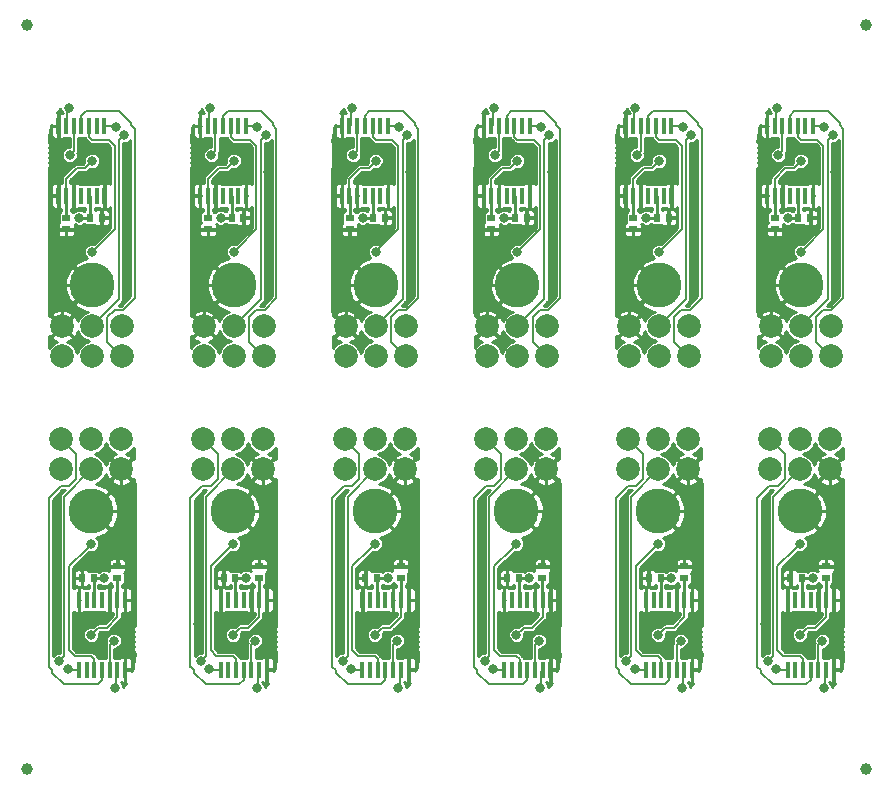
<source format=gtl>
G04 #@! TF.GenerationSoftware,KiCad,Pcbnew,5.0.2-bee76a0~70~ubuntu18.04.1*
G04 #@! TF.CreationDate,2020-03-12T13:59:12+01:00*
G04 #@! TF.ProjectId,output.A1335_long_I2C_panel,6f757470-7574-42e4-9131-3333355f6c6f,rev?*
G04 #@! TF.SameCoordinates,Original*
G04 #@! TF.FileFunction,Copper,L1,Top*
G04 #@! TF.FilePolarity,Positive*
%FSLAX46Y46*%
G04 Gerber Fmt 4.6, Leading zero omitted, Abs format (unit mm)*
G04 Created by KiCad (PCBNEW 5.0.2-bee76a0~70~ubuntu18.04.1) date Thu 12 Mar 2020 01:59:12 PM CET*
%MOMM*%
%LPD*%
G01*
G04 APERTURE LIST*
G04 #@! TA.AperFunction,BGAPad,CuDef*
%ADD10C,1.000000*%
G04 #@! TD*
G04 #@! TA.AperFunction,ComponentPad*
%ADD11C,1.998980*%
G04 #@! TD*
G04 #@! TA.AperFunction,ComponentPad*
%ADD12C,3.800000*%
G04 #@! TD*
G04 #@! TA.AperFunction,SMDPad,CuDef*
%ADD13R,0.600000X0.700000*%
G04 #@! TD*
G04 #@! TA.AperFunction,SMDPad,CuDef*
%ADD14R,0.700000X0.600000*%
G04 #@! TD*
G04 #@! TA.AperFunction,SMDPad,CuDef*
%ADD15R,0.450000X1.450000*%
G04 #@! TD*
G04 #@! TA.AperFunction,ViaPad*
%ADD16C,0.800000*%
G04 #@! TD*
G04 #@! TA.AperFunction,Conductor*
%ADD17C,0.254000*%
G04 #@! TD*
G04 #@! TA.AperFunction,Conductor*
%ADD18C,0.152400*%
G04 #@! TD*
G04 APERTURE END LIST*
D10*
G04 #@! TO.P,FID3,*
G04 #@! TO.N,*
X181000000Y-123500000D03*
G04 #@! TD*
G04 #@! TO.P,FID4,*
G04 #@! TO.N,*
X110000000Y-123500000D03*
G04 #@! TD*
G04 #@! TO.P,FID2,*
G04 #@! TO.N,*
X181000000Y-60500000D03*
G04 #@! TD*
D11*
G04 #@! TO.P,5V,1*
G04 #@! TO.N,+5V*
X112887336Y-98120004D03*
G04 #@! TD*
G04 #@! TO.P,5V,1*
G04 #@! TO.N,+5V*
X124887336Y-98120004D03*
G04 #@! TD*
G04 #@! TO.P,5V,1*
G04 #@! TO.N,+5V*
X136887336Y-98120004D03*
G04 #@! TD*
G04 #@! TO.P,5V,1*
G04 #@! TO.N,+5V*
X148887336Y-98120004D03*
G04 #@! TD*
G04 #@! TO.P,5V,1*
G04 #@! TO.N,+5V*
X160887336Y-98120004D03*
G04 #@! TD*
G04 #@! TO.P,5V,1*
G04 #@! TO.N,+5V*
X172887336Y-98120004D03*
G04 #@! TD*
G04 #@! TO.P,5V,1*
G04 #@! TO.N,+5V*
X178040000Y-86000000D03*
G04 #@! TD*
G04 #@! TO.P,5V,1*
G04 #@! TO.N,+5V*
X166040000Y-86000000D03*
G04 #@! TD*
G04 #@! TO.P,5V,1*
G04 #@! TO.N,+5V*
X154040000Y-86000000D03*
G04 #@! TD*
G04 #@! TO.P,5V,1*
G04 #@! TO.N,+5V*
X142040000Y-86000000D03*
G04 #@! TD*
G04 #@! TO.P,5V,1*
G04 #@! TO.N,+5V*
X130040000Y-86000000D03*
G04 #@! TD*
G04 #@! TO.P,MISO/SDA,1*
G04 #@! TO.N,/SDA_MISO*
X115427336Y-95580004D03*
G04 #@! TD*
G04 #@! TO.P,MISO/SDA,1*
G04 #@! TO.N,/SDA_MISO*
X127427336Y-95580004D03*
G04 #@! TD*
G04 #@! TO.P,MISO/SDA,1*
G04 #@! TO.N,/SDA_MISO*
X139427336Y-95580004D03*
G04 #@! TD*
G04 #@! TO.P,MISO/SDA,1*
G04 #@! TO.N,/SDA_MISO*
X151427336Y-95580004D03*
G04 #@! TD*
G04 #@! TO.P,MISO/SDA,1*
G04 #@! TO.N,/SDA_MISO*
X163427336Y-95580004D03*
G04 #@! TD*
G04 #@! TO.P,MISO/SDA,1*
G04 #@! TO.N,/SDA_MISO*
X175427336Y-95580004D03*
G04 #@! TD*
G04 #@! TO.P,MISO/SDA,1*
G04 #@! TO.N,/SDA_MISO*
X175500000Y-88540000D03*
G04 #@! TD*
G04 #@! TO.P,MISO/SDA,1*
G04 #@! TO.N,/SDA_MISO*
X163500000Y-88540000D03*
G04 #@! TD*
G04 #@! TO.P,MISO/SDA,1*
G04 #@! TO.N,/SDA_MISO*
X151500000Y-88540000D03*
G04 #@! TD*
G04 #@! TO.P,MISO/SDA,1*
G04 #@! TO.N,/SDA_MISO*
X139500000Y-88540000D03*
G04 #@! TD*
G04 #@! TO.P,MISO/SDA,1*
G04 #@! TO.N,/SDA_MISO*
X127500000Y-88540000D03*
G04 #@! TD*
G04 #@! TO.P,MOSI,1*
G04 #@! TO.N,/SA1_MOSI*
X117967336Y-95580004D03*
G04 #@! TD*
G04 #@! TO.P,MOSI,1*
G04 #@! TO.N,/SA1_MOSI*
X129967336Y-95580004D03*
G04 #@! TD*
G04 #@! TO.P,MOSI,1*
G04 #@! TO.N,/SA1_MOSI*
X141967336Y-95580004D03*
G04 #@! TD*
G04 #@! TO.P,MOSI,1*
G04 #@! TO.N,/SA1_MOSI*
X153967336Y-95580004D03*
G04 #@! TD*
G04 #@! TO.P,MOSI,1*
G04 #@! TO.N,/SA1_MOSI*
X165967336Y-95580004D03*
G04 #@! TD*
G04 #@! TO.P,MOSI,1*
G04 #@! TO.N,/SA1_MOSI*
X177967336Y-95580004D03*
G04 #@! TD*
G04 #@! TO.P,MOSI,1*
G04 #@! TO.N,/SA1_MOSI*
X172960000Y-88540000D03*
G04 #@! TD*
G04 #@! TO.P,MOSI,1*
G04 #@! TO.N,/SA1_MOSI*
X160960000Y-88540000D03*
G04 #@! TD*
G04 #@! TO.P,MOSI,1*
G04 #@! TO.N,/SA1_MOSI*
X148960000Y-88540000D03*
G04 #@! TD*
G04 #@! TO.P,MOSI,1*
G04 #@! TO.N,/SA1_MOSI*
X136960000Y-88540000D03*
G04 #@! TD*
G04 #@! TO.P,MOSI,1*
G04 #@! TO.N,/SA1_MOSI*
X124960000Y-88540000D03*
G04 #@! TD*
D12*
G04 #@! TO.P,H1,1*
G04 #@! TO.N,GND*
X115427336Y-101620004D03*
G04 #@! TD*
G04 #@! TO.P,H1,1*
G04 #@! TO.N,GND*
X127427336Y-101620004D03*
G04 #@! TD*
G04 #@! TO.P,H1,1*
G04 #@! TO.N,GND*
X139427336Y-101620004D03*
G04 #@! TD*
G04 #@! TO.P,H1,1*
G04 #@! TO.N,GND*
X151427336Y-101620004D03*
G04 #@! TD*
G04 #@! TO.P,H1,1*
G04 #@! TO.N,GND*
X163427336Y-101620004D03*
G04 #@! TD*
G04 #@! TO.P,H1,1*
G04 #@! TO.N,GND*
X175427336Y-101620004D03*
G04 #@! TD*
G04 #@! TO.P,H1,1*
G04 #@! TO.N,GND*
X175500000Y-82500000D03*
G04 #@! TD*
G04 #@! TO.P,H1,1*
G04 #@! TO.N,GND*
X163500000Y-82500000D03*
G04 #@! TD*
G04 #@! TO.P,H1,1*
G04 #@! TO.N,GND*
X151500000Y-82500000D03*
G04 #@! TD*
G04 #@! TO.P,H1,1*
G04 #@! TO.N,GND*
X139500000Y-82500000D03*
G04 #@! TD*
G04 #@! TO.P,H1,1*
G04 #@! TO.N,GND*
X127500000Y-82500000D03*
G04 #@! TD*
D13*
G04 #@! TO.P,C1,2*
G04 #@! TO.N,+5V*
X115627336Y-107320004D03*
G04 #@! TO.P,C1,1*
G04 #@! TO.N,GND*
X114627336Y-107320004D03*
G04 #@! TD*
G04 #@! TO.P,C1,2*
G04 #@! TO.N,+5V*
X127627336Y-107320004D03*
G04 #@! TO.P,C1,1*
G04 #@! TO.N,GND*
X126627336Y-107320004D03*
G04 #@! TD*
G04 #@! TO.P,C1,2*
G04 #@! TO.N,+5V*
X139627336Y-107320004D03*
G04 #@! TO.P,C1,1*
G04 #@! TO.N,GND*
X138627336Y-107320004D03*
G04 #@! TD*
G04 #@! TO.P,C1,2*
G04 #@! TO.N,+5V*
X151627336Y-107320004D03*
G04 #@! TO.P,C1,1*
G04 #@! TO.N,GND*
X150627336Y-107320004D03*
G04 #@! TD*
G04 #@! TO.P,C1,2*
G04 #@! TO.N,+5V*
X163627336Y-107320004D03*
G04 #@! TO.P,C1,1*
G04 #@! TO.N,GND*
X162627336Y-107320004D03*
G04 #@! TD*
G04 #@! TO.P,C1,2*
G04 #@! TO.N,+5V*
X175627336Y-107320004D03*
G04 #@! TO.P,C1,1*
G04 #@! TO.N,GND*
X174627336Y-107320004D03*
G04 #@! TD*
G04 #@! TO.P,C1,2*
G04 #@! TO.N,+5V*
X175300000Y-76800000D03*
G04 #@! TO.P,C1,1*
G04 #@! TO.N,GND*
X176300000Y-76800000D03*
G04 #@! TD*
G04 #@! TO.P,C1,2*
G04 #@! TO.N,+5V*
X163300000Y-76800000D03*
G04 #@! TO.P,C1,1*
G04 #@! TO.N,GND*
X164300000Y-76800000D03*
G04 #@! TD*
G04 #@! TO.P,C1,2*
G04 #@! TO.N,+5V*
X151300000Y-76800000D03*
G04 #@! TO.P,C1,1*
G04 #@! TO.N,GND*
X152300000Y-76800000D03*
G04 #@! TD*
G04 #@! TO.P,C1,2*
G04 #@! TO.N,+5V*
X139300000Y-76800000D03*
G04 #@! TO.P,C1,1*
G04 #@! TO.N,GND*
X140300000Y-76800000D03*
G04 #@! TD*
G04 #@! TO.P,C1,2*
G04 #@! TO.N,+5V*
X127300000Y-76800000D03*
G04 #@! TO.P,C1,1*
G04 #@! TO.N,GND*
X128300000Y-76800000D03*
G04 #@! TD*
D14*
G04 #@! TO.P,C2,2*
G04 #@! TO.N,GND*
X117627336Y-106320004D03*
G04 #@! TO.P,C2,1*
G04 #@! TO.N,/BYP*
X117627336Y-107320004D03*
G04 #@! TD*
G04 #@! TO.P,C2,2*
G04 #@! TO.N,GND*
X129627336Y-106320004D03*
G04 #@! TO.P,C2,1*
G04 #@! TO.N,/BYP*
X129627336Y-107320004D03*
G04 #@! TD*
G04 #@! TO.P,C2,2*
G04 #@! TO.N,GND*
X141627336Y-106320004D03*
G04 #@! TO.P,C2,1*
G04 #@! TO.N,/BYP*
X141627336Y-107320004D03*
G04 #@! TD*
G04 #@! TO.P,C2,2*
G04 #@! TO.N,GND*
X153627336Y-106320004D03*
G04 #@! TO.P,C2,1*
G04 #@! TO.N,/BYP*
X153627336Y-107320004D03*
G04 #@! TD*
G04 #@! TO.P,C2,2*
G04 #@! TO.N,GND*
X165627336Y-106320004D03*
G04 #@! TO.P,C2,1*
G04 #@! TO.N,/BYP*
X165627336Y-107320004D03*
G04 #@! TD*
G04 #@! TO.P,C2,2*
G04 #@! TO.N,GND*
X177627336Y-106320004D03*
G04 #@! TO.P,C2,1*
G04 #@! TO.N,/BYP*
X177627336Y-107320004D03*
G04 #@! TD*
G04 #@! TO.P,C2,2*
G04 #@! TO.N,GND*
X173300000Y-77800000D03*
G04 #@! TO.P,C2,1*
G04 #@! TO.N,/BYP*
X173300000Y-76800000D03*
G04 #@! TD*
G04 #@! TO.P,C2,2*
G04 #@! TO.N,GND*
X161300000Y-77800000D03*
G04 #@! TO.P,C2,1*
G04 #@! TO.N,/BYP*
X161300000Y-76800000D03*
G04 #@! TD*
G04 #@! TO.P,C2,2*
G04 #@! TO.N,GND*
X149300000Y-77800000D03*
G04 #@! TO.P,C2,1*
G04 #@! TO.N,/BYP*
X149300000Y-76800000D03*
G04 #@! TD*
G04 #@! TO.P,C2,2*
G04 #@! TO.N,GND*
X137300000Y-77800000D03*
G04 #@! TO.P,C2,1*
G04 #@! TO.N,/BYP*
X137300000Y-76800000D03*
G04 #@! TD*
G04 #@! TO.P,C2,2*
G04 #@! TO.N,GND*
X125300000Y-77800000D03*
G04 #@! TO.P,C2,1*
G04 #@! TO.N,/BYP*
X125300000Y-76800000D03*
G04 #@! TD*
D11*
G04 #@! TO.P,SCK,1*
G04 #@! TO.N,/SCL_SCLK*
X112887336Y-95580004D03*
G04 #@! TD*
G04 #@! TO.P,SCK,1*
G04 #@! TO.N,/SCL_SCLK*
X124887336Y-95580004D03*
G04 #@! TD*
G04 #@! TO.P,SCK,1*
G04 #@! TO.N,/SCL_SCLK*
X136887336Y-95580004D03*
G04 #@! TD*
G04 #@! TO.P,SCK,1*
G04 #@! TO.N,/SCL_SCLK*
X148887336Y-95580004D03*
G04 #@! TD*
G04 #@! TO.P,SCK,1*
G04 #@! TO.N,/SCL_SCLK*
X160887336Y-95580004D03*
G04 #@! TD*
G04 #@! TO.P,SCK,1*
G04 #@! TO.N,/SCL_SCLK*
X172887336Y-95580004D03*
G04 #@! TD*
G04 #@! TO.P,SCK,1*
G04 #@! TO.N,/SCL_SCLK*
X178040000Y-88540000D03*
G04 #@! TD*
G04 #@! TO.P,SCK,1*
G04 #@! TO.N,/SCL_SCLK*
X166040000Y-88540000D03*
G04 #@! TD*
G04 #@! TO.P,SCK,1*
G04 #@! TO.N,/SCL_SCLK*
X154040000Y-88540000D03*
G04 #@! TD*
G04 #@! TO.P,SCK,1*
G04 #@! TO.N,/SCL_SCLK*
X142040000Y-88540000D03*
G04 #@! TD*
G04 #@! TO.P,SCK,1*
G04 #@! TO.N,/SCL_SCLK*
X130040000Y-88540000D03*
G04 #@! TD*
D15*
G04 #@! TO.P,U1,1*
G04 #@! TO.N,GND*
X118287336Y-109170004D03*
G04 #@! TO.P,U1,2*
G04 #@! TO.N,/BYP*
X117637336Y-109170004D03*
G04 #@! TO.P,U1,3*
G04 #@! TO.N,GND*
X116987336Y-109170004D03*
G04 #@! TO.P,U1,4*
G04 #@! TO.N,Net-(U1-Pad4)*
X116337336Y-109170004D03*
G04 #@! TO.P,U1,5*
G04 #@! TO.N,+5V*
X115687336Y-109170004D03*
G04 #@! TO.P,U1,6*
G04 #@! TO.N,Net-(U1-Pad6)*
X115037336Y-109170004D03*
G04 #@! TO.P,U1,7*
G04 #@! TO.N,GND*
X114387336Y-109170004D03*
G04 #@! TO.P,U1,8*
G04 #@! TO.N,Net-(JP1-Pad2)*
X114387336Y-115070004D03*
G04 #@! TO.P,U1,9*
G04 #@! TO.N,Net-(U1-Pad9)*
X115037336Y-115070004D03*
G04 #@! TO.P,U1,10*
G04 #@! TO.N,/SDA_MISO*
X115687336Y-115070004D03*
G04 #@! TO.P,U1,11*
G04 #@! TO.N,/SCL_SCLK*
X116337336Y-115070004D03*
G04 #@! TO.P,U1,12*
G04 #@! TO.N,/SA1_MOSI*
X116987336Y-115070004D03*
G04 #@! TO.P,U1,13*
G04 #@! TO.N,/SA0_~CS*
X117637336Y-115070004D03*
G04 #@! TO.P,U1,14*
G04 #@! TO.N,GND*
X118287336Y-115070004D03*
G04 #@! TD*
G04 #@! TO.P,U1,1*
G04 #@! TO.N,GND*
X130287336Y-109170004D03*
G04 #@! TO.P,U1,2*
G04 #@! TO.N,/BYP*
X129637336Y-109170004D03*
G04 #@! TO.P,U1,3*
G04 #@! TO.N,GND*
X128987336Y-109170004D03*
G04 #@! TO.P,U1,4*
G04 #@! TO.N,Net-(U1-Pad4)*
X128337336Y-109170004D03*
G04 #@! TO.P,U1,5*
G04 #@! TO.N,+5V*
X127687336Y-109170004D03*
G04 #@! TO.P,U1,6*
G04 #@! TO.N,Net-(U1-Pad6)*
X127037336Y-109170004D03*
G04 #@! TO.P,U1,7*
G04 #@! TO.N,GND*
X126387336Y-109170004D03*
G04 #@! TO.P,U1,8*
G04 #@! TO.N,Net-(JP1-Pad2)*
X126387336Y-115070004D03*
G04 #@! TO.P,U1,9*
G04 #@! TO.N,Net-(U1-Pad9)*
X127037336Y-115070004D03*
G04 #@! TO.P,U1,10*
G04 #@! TO.N,/SDA_MISO*
X127687336Y-115070004D03*
G04 #@! TO.P,U1,11*
G04 #@! TO.N,/SCL_SCLK*
X128337336Y-115070004D03*
G04 #@! TO.P,U1,12*
G04 #@! TO.N,/SA1_MOSI*
X128987336Y-115070004D03*
G04 #@! TO.P,U1,13*
G04 #@! TO.N,/SA0_~CS*
X129637336Y-115070004D03*
G04 #@! TO.P,U1,14*
G04 #@! TO.N,GND*
X130287336Y-115070004D03*
G04 #@! TD*
G04 #@! TO.P,U1,1*
G04 #@! TO.N,GND*
X142287336Y-109170004D03*
G04 #@! TO.P,U1,2*
G04 #@! TO.N,/BYP*
X141637336Y-109170004D03*
G04 #@! TO.P,U1,3*
G04 #@! TO.N,GND*
X140987336Y-109170004D03*
G04 #@! TO.P,U1,4*
G04 #@! TO.N,Net-(U1-Pad4)*
X140337336Y-109170004D03*
G04 #@! TO.P,U1,5*
G04 #@! TO.N,+5V*
X139687336Y-109170004D03*
G04 #@! TO.P,U1,6*
G04 #@! TO.N,Net-(U1-Pad6)*
X139037336Y-109170004D03*
G04 #@! TO.P,U1,7*
G04 #@! TO.N,GND*
X138387336Y-109170004D03*
G04 #@! TO.P,U1,8*
G04 #@! TO.N,Net-(JP1-Pad2)*
X138387336Y-115070004D03*
G04 #@! TO.P,U1,9*
G04 #@! TO.N,Net-(U1-Pad9)*
X139037336Y-115070004D03*
G04 #@! TO.P,U1,10*
G04 #@! TO.N,/SDA_MISO*
X139687336Y-115070004D03*
G04 #@! TO.P,U1,11*
G04 #@! TO.N,/SCL_SCLK*
X140337336Y-115070004D03*
G04 #@! TO.P,U1,12*
G04 #@! TO.N,/SA1_MOSI*
X140987336Y-115070004D03*
G04 #@! TO.P,U1,13*
G04 #@! TO.N,/SA0_~CS*
X141637336Y-115070004D03*
G04 #@! TO.P,U1,14*
G04 #@! TO.N,GND*
X142287336Y-115070004D03*
G04 #@! TD*
G04 #@! TO.P,U1,1*
G04 #@! TO.N,GND*
X154287336Y-109170004D03*
G04 #@! TO.P,U1,2*
G04 #@! TO.N,/BYP*
X153637336Y-109170004D03*
G04 #@! TO.P,U1,3*
G04 #@! TO.N,GND*
X152987336Y-109170004D03*
G04 #@! TO.P,U1,4*
G04 #@! TO.N,Net-(U1-Pad4)*
X152337336Y-109170004D03*
G04 #@! TO.P,U1,5*
G04 #@! TO.N,+5V*
X151687336Y-109170004D03*
G04 #@! TO.P,U1,6*
G04 #@! TO.N,Net-(U1-Pad6)*
X151037336Y-109170004D03*
G04 #@! TO.P,U1,7*
G04 #@! TO.N,GND*
X150387336Y-109170004D03*
G04 #@! TO.P,U1,8*
G04 #@! TO.N,Net-(JP1-Pad2)*
X150387336Y-115070004D03*
G04 #@! TO.P,U1,9*
G04 #@! TO.N,Net-(U1-Pad9)*
X151037336Y-115070004D03*
G04 #@! TO.P,U1,10*
G04 #@! TO.N,/SDA_MISO*
X151687336Y-115070004D03*
G04 #@! TO.P,U1,11*
G04 #@! TO.N,/SCL_SCLK*
X152337336Y-115070004D03*
G04 #@! TO.P,U1,12*
G04 #@! TO.N,/SA1_MOSI*
X152987336Y-115070004D03*
G04 #@! TO.P,U1,13*
G04 #@! TO.N,/SA0_~CS*
X153637336Y-115070004D03*
G04 #@! TO.P,U1,14*
G04 #@! TO.N,GND*
X154287336Y-115070004D03*
G04 #@! TD*
G04 #@! TO.P,U1,1*
G04 #@! TO.N,GND*
X166287336Y-109170004D03*
G04 #@! TO.P,U1,2*
G04 #@! TO.N,/BYP*
X165637336Y-109170004D03*
G04 #@! TO.P,U1,3*
G04 #@! TO.N,GND*
X164987336Y-109170004D03*
G04 #@! TO.P,U1,4*
G04 #@! TO.N,Net-(U1-Pad4)*
X164337336Y-109170004D03*
G04 #@! TO.P,U1,5*
G04 #@! TO.N,+5V*
X163687336Y-109170004D03*
G04 #@! TO.P,U1,6*
G04 #@! TO.N,Net-(U1-Pad6)*
X163037336Y-109170004D03*
G04 #@! TO.P,U1,7*
G04 #@! TO.N,GND*
X162387336Y-109170004D03*
G04 #@! TO.P,U1,8*
G04 #@! TO.N,Net-(JP1-Pad2)*
X162387336Y-115070004D03*
G04 #@! TO.P,U1,9*
G04 #@! TO.N,Net-(U1-Pad9)*
X163037336Y-115070004D03*
G04 #@! TO.P,U1,10*
G04 #@! TO.N,/SDA_MISO*
X163687336Y-115070004D03*
G04 #@! TO.P,U1,11*
G04 #@! TO.N,/SCL_SCLK*
X164337336Y-115070004D03*
G04 #@! TO.P,U1,12*
G04 #@! TO.N,/SA1_MOSI*
X164987336Y-115070004D03*
G04 #@! TO.P,U1,13*
G04 #@! TO.N,/SA0_~CS*
X165637336Y-115070004D03*
G04 #@! TO.P,U1,14*
G04 #@! TO.N,GND*
X166287336Y-115070004D03*
G04 #@! TD*
G04 #@! TO.P,U1,1*
G04 #@! TO.N,GND*
X178287336Y-109170004D03*
G04 #@! TO.P,U1,2*
G04 #@! TO.N,/BYP*
X177637336Y-109170004D03*
G04 #@! TO.P,U1,3*
G04 #@! TO.N,GND*
X176987336Y-109170004D03*
G04 #@! TO.P,U1,4*
G04 #@! TO.N,Net-(U1-Pad4)*
X176337336Y-109170004D03*
G04 #@! TO.P,U1,5*
G04 #@! TO.N,+5V*
X175687336Y-109170004D03*
G04 #@! TO.P,U1,6*
G04 #@! TO.N,Net-(U1-Pad6)*
X175037336Y-109170004D03*
G04 #@! TO.P,U1,7*
G04 #@! TO.N,GND*
X174387336Y-109170004D03*
G04 #@! TO.P,U1,8*
G04 #@! TO.N,Net-(JP1-Pad2)*
X174387336Y-115070004D03*
G04 #@! TO.P,U1,9*
G04 #@! TO.N,Net-(U1-Pad9)*
X175037336Y-115070004D03*
G04 #@! TO.P,U1,10*
G04 #@! TO.N,/SDA_MISO*
X175687336Y-115070004D03*
G04 #@! TO.P,U1,11*
G04 #@! TO.N,/SCL_SCLK*
X176337336Y-115070004D03*
G04 #@! TO.P,U1,12*
G04 #@! TO.N,/SA1_MOSI*
X176987336Y-115070004D03*
G04 #@! TO.P,U1,13*
G04 #@! TO.N,/SA0_~CS*
X177637336Y-115070004D03*
G04 #@! TO.P,U1,14*
G04 #@! TO.N,GND*
X178287336Y-115070004D03*
G04 #@! TD*
G04 #@! TO.P,U1,1*
G04 #@! TO.N,GND*
X172640000Y-74950000D03*
G04 #@! TO.P,U1,2*
G04 #@! TO.N,/BYP*
X173290000Y-74950000D03*
G04 #@! TO.P,U1,3*
G04 #@! TO.N,GND*
X173940000Y-74950000D03*
G04 #@! TO.P,U1,4*
G04 #@! TO.N,Net-(U1-Pad4)*
X174590000Y-74950000D03*
G04 #@! TO.P,U1,5*
G04 #@! TO.N,+5V*
X175240000Y-74950000D03*
G04 #@! TO.P,U1,6*
G04 #@! TO.N,Net-(U1-Pad6)*
X175890000Y-74950000D03*
G04 #@! TO.P,U1,7*
G04 #@! TO.N,GND*
X176540000Y-74950000D03*
G04 #@! TO.P,U1,8*
G04 #@! TO.N,Net-(JP1-Pad2)*
X176540000Y-69050000D03*
G04 #@! TO.P,U1,9*
G04 #@! TO.N,Net-(U1-Pad9)*
X175890000Y-69050000D03*
G04 #@! TO.P,U1,10*
G04 #@! TO.N,/SDA_MISO*
X175240000Y-69050000D03*
G04 #@! TO.P,U1,11*
G04 #@! TO.N,/SCL_SCLK*
X174590000Y-69050000D03*
G04 #@! TO.P,U1,12*
G04 #@! TO.N,/SA1_MOSI*
X173940000Y-69050000D03*
G04 #@! TO.P,U1,13*
G04 #@! TO.N,/SA0_~CS*
X173290000Y-69050000D03*
G04 #@! TO.P,U1,14*
G04 #@! TO.N,GND*
X172640000Y-69050000D03*
G04 #@! TD*
G04 #@! TO.P,U1,1*
G04 #@! TO.N,GND*
X160640000Y-74950000D03*
G04 #@! TO.P,U1,2*
G04 #@! TO.N,/BYP*
X161290000Y-74950000D03*
G04 #@! TO.P,U1,3*
G04 #@! TO.N,GND*
X161940000Y-74950000D03*
G04 #@! TO.P,U1,4*
G04 #@! TO.N,Net-(U1-Pad4)*
X162590000Y-74950000D03*
G04 #@! TO.P,U1,5*
G04 #@! TO.N,+5V*
X163240000Y-74950000D03*
G04 #@! TO.P,U1,6*
G04 #@! TO.N,Net-(U1-Pad6)*
X163890000Y-74950000D03*
G04 #@! TO.P,U1,7*
G04 #@! TO.N,GND*
X164540000Y-74950000D03*
G04 #@! TO.P,U1,8*
G04 #@! TO.N,Net-(JP1-Pad2)*
X164540000Y-69050000D03*
G04 #@! TO.P,U1,9*
G04 #@! TO.N,Net-(U1-Pad9)*
X163890000Y-69050000D03*
G04 #@! TO.P,U1,10*
G04 #@! TO.N,/SDA_MISO*
X163240000Y-69050000D03*
G04 #@! TO.P,U1,11*
G04 #@! TO.N,/SCL_SCLK*
X162590000Y-69050000D03*
G04 #@! TO.P,U1,12*
G04 #@! TO.N,/SA1_MOSI*
X161940000Y-69050000D03*
G04 #@! TO.P,U1,13*
G04 #@! TO.N,/SA0_~CS*
X161290000Y-69050000D03*
G04 #@! TO.P,U1,14*
G04 #@! TO.N,GND*
X160640000Y-69050000D03*
G04 #@! TD*
G04 #@! TO.P,U1,1*
G04 #@! TO.N,GND*
X148640000Y-74950000D03*
G04 #@! TO.P,U1,2*
G04 #@! TO.N,/BYP*
X149290000Y-74950000D03*
G04 #@! TO.P,U1,3*
G04 #@! TO.N,GND*
X149940000Y-74950000D03*
G04 #@! TO.P,U1,4*
G04 #@! TO.N,Net-(U1-Pad4)*
X150590000Y-74950000D03*
G04 #@! TO.P,U1,5*
G04 #@! TO.N,+5V*
X151240000Y-74950000D03*
G04 #@! TO.P,U1,6*
G04 #@! TO.N,Net-(U1-Pad6)*
X151890000Y-74950000D03*
G04 #@! TO.P,U1,7*
G04 #@! TO.N,GND*
X152540000Y-74950000D03*
G04 #@! TO.P,U1,8*
G04 #@! TO.N,Net-(JP1-Pad2)*
X152540000Y-69050000D03*
G04 #@! TO.P,U1,9*
G04 #@! TO.N,Net-(U1-Pad9)*
X151890000Y-69050000D03*
G04 #@! TO.P,U1,10*
G04 #@! TO.N,/SDA_MISO*
X151240000Y-69050000D03*
G04 #@! TO.P,U1,11*
G04 #@! TO.N,/SCL_SCLK*
X150590000Y-69050000D03*
G04 #@! TO.P,U1,12*
G04 #@! TO.N,/SA1_MOSI*
X149940000Y-69050000D03*
G04 #@! TO.P,U1,13*
G04 #@! TO.N,/SA0_~CS*
X149290000Y-69050000D03*
G04 #@! TO.P,U1,14*
G04 #@! TO.N,GND*
X148640000Y-69050000D03*
G04 #@! TD*
G04 #@! TO.P,U1,1*
G04 #@! TO.N,GND*
X136640000Y-74950000D03*
G04 #@! TO.P,U1,2*
G04 #@! TO.N,/BYP*
X137290000Y-74950000D03*
G04 #@! TO.P,U1,3*
G04 #@! TO.N,GND*
X137940000Y-74950000D03*
G04 #@! TO.P,U1,4*
G04 #@! TO.N,Net-(U1-Pad4)*
X138590000Y-74950000D03*
G04 #@! TO.P,U1,5*
G04 #@! TO.N,+5V*
X139240000Y-74950000D03*
G04 #@! TO.P,U1,6*
G04 #@! TO.N,Net-(U1-Pad6)*
X139890000Y-74950000D03*
G04 #@! TO.P,U1,7*
G04 #@! TO.N,GND*
X140540000Y-74950000D03*
G04 #@! TO.P,U1,8*
G04 #@! TO.N,Net-(JP1-Pad2)*
X140540000Y-69050000D03*
G04 #@! TO.P,U1,9*
G04 #@! TO.N,Net-(U1-Pad9)*
X139890000Y-69050000D03*
G04 #@! TO.P,U1,10*
G04 #@! TO.N,/SDA_MISO*
X139240000Y-69050000D03*
G04 #@! TO.P,U1,11*
G04 #@! TO.N,/SCL_SCLK*
X138590000Y-69050000D03*
G04 #@! TO.P,U1,12*
G04 #@! TO.N,/SA1_MOSI*
X137940000Y-69050000D03*
G04 #@! TO.P,U1,13*
G04 #@! TO.N,/SA0_~CS*
X137290000Y-69050000D03*
G04 #@! TO.P,U1,14*
G04 #@! TO.N,GND*
X136640000Y-69050000D03*
G04 #@! TD*
G04 #@! TO.P,U1,1*
G04 #@! TO.N,GND*
X124640000Y-74950000D03*
G04 #@! TO.P,U1,2*
G04 #@! TO.N,/BYP*
X125290000Y-74950000D03*
G04 #@! TO.P,U1,3*
G04 #@! TO.N,GND*
X125940000Y-74950000D03*
G04 #@! TO.P,U1,4*
G04 #@! TO.N,Net-(U1-Pad4)*
X126590000Y-74950000D03*
G04 #@! TO.P,U1,5*
G04 #@! TO.N,+5V*
X127240000Y-74950000D03*
G04 #@! TO.P,U1,6*
G04 #@! TO.N,Net-(U1-Pad6)*
X127890000Y-74950000D03*
G04 #@! TO.P,U1,7*
G04 #@! TO.N,GND*
X128540000Y-74950000D03*
G04 #@! TO.P,U1,8*
G04 #@! TO.N,Net-(JP1-Pad2)*
X128540000Y-69050000D03*
G04 #@! TO.P,U1,9*
G04 #@! TO.N,Net-(U1-Pad9)*
X127890000Y-69050000D03*
G04 #@! TO.P,U1,10*
G04 #@! TO.N,/SDA_MISO*
X127240000Y-69050000D03*
G04 #@! TO.P,U1,11*
G04 #@! TO.N,/SCL_SCLK*
X126590000Y-69050000D03*
G04 #@! TO.P,U1,12*
G04 #@! TO.N,/SA1_MOSI*
X125940000Y-69050000D03*
G04 #@! TO.P,U1,13*
G04 #@! TO.N,/SA0_~CS*
X125290000Y-69050000D03*
G04 #@! TO.P,U1,14*
G04 #@! TO.N,GND*
X124640000Y-69050000D03*
G04 #@! TD*
D11*
G04 #@! TO.P,~CS,1*
G04 #@! TO.N,/SA0_~CS*
X115427336Y-98120004D03*
G04 #@! TD*
G04 #@! TO.P,~CS,1*
G04 #@! TO.N,/SA0_~CS*
X127427336Y-98120004D03*
G04 #@! TD*
G04 #@! TO.P,~CS,1*
G04 #@! TO.N,/SA0_~CS*
X139427336Y-98120004D03*
G04 #@! TD*
G04 #@! TO.P,~CS,1*
G04 #@! TO.N,/SA0_~CS*
X151427336Y-98120004D03*
G04 #@! TD*
G04 #@! TO.P,~CS,1*
G04 #@! TO.N,/SA0_~CS*
X163427336Y-98120004D03*
G04 #@! TD*
G04 #@! TO.P,~CS,1*
G04 #@! TO.N,/SA0_~CS*
X175427336Y-98120004D03*
G04 #@! TD*
G04 #@! TO.P,~CS,1*
G04 #@! TO.N,/SA0_~CS*
X175500000Y-86000000D03*
G04 #@! TD*
G04 #@! TO.P,~CS,1*
G04 #@! TO.N,/SA0_~CS*
X163500000Y-86000000D03*
G04 #@! TD*
G04 #@! TO.P,~CS,1*
G04 #@! TO.N,/SA0_~CS*
X151500000Y-86000000D03*
G04 #@! TD*
G04 #@! TO.P,~CS,1*
G04 #@! TO.N,/SA0_~CS*
X139500000Y-86000000D03*
G04 #@! TD*
G04 #@! TO.P,~CS,1*
G04 #@! TO.N,/SA0_~CS*
X127500000Y-86000000D03*
G04 #@! TD*
G04 #@! TO.P,GND,1*
G04 #@! TO.N,GND*
X117967336Y-98120004D03*
G04 #@! TD*
G04 #@! TO.P,GND,1*
G04 #@! TO.N,GND*
X129967336Y-98120004D03*
G04 #@! TD*
G04 #@! TO.P,GND,1*
G04 #@! TO.N,GND*
X141967336Y-98120004D03*
G04 #@! TD*
G04 #@! TO.P,GND,1*
G04 #@! TO.N,GND*
X153967336Y-98120004D03*
G04 #@! TD*
G04 #@! TO.P,GND,1*
G04 #@! TO.N,GND*
X165967336Y-98120004D03*
G04 #@! TD*
G04 #@! TO.P,GND,1*
G04 #@! TO.N,GND*
X177967336Y-98120004D03*
G04 #@! TD*
G04 #@! TO.P,GND,1*
G04 #@! TO.N,GND*
X172960000Y-86000000D03*
G04 #@! TD*
G04 #@! TO.P,GND,1*
G04 #@! TO.N,GND*
X160960000Y-86000000D03*
G04 #@! TD*
G04 #@! TO.P,GND,1*
G04 #@! TO.N,GND*
X148960000Y-86000000D03*
G04 #@! TD*
G04 #@! TO.P,GND,1*
G04 #@! TO.N,GND*
X136960000Y-86000000D03*
G04 #@! TD*
G04 #@! TO.P,GND,1*
G04 #@! TO.N,GND*
X124960000Y-86000000D03*
G04 #@! TD*
G04 #@! TO.P,GND,1*
G04 #@! TO.N,GND*
X112960000Y-86000000D03*
G04 #@! TD*
G04 #@! TO.P,~CS,1*
G04 #@! TO.N,/SA0_~CS*
X115500000Y-86000000D03*
G04 #@! TD*
D15*
G04 #@! TO.P,U1,14*
G04 #@! TO.N,GND*
X112640000Y-69050000D03*
G04 #@! TO.P,U1,13*
G04 #@! TO.N,/SA0_~CS*
X113290000Y-69050000D03*
G04 #@! TO.P,U1,12*
G04 #@! TO.N,/SA1_MOSI*
X113940000Y-69050000D03*
G04 #@! TO.P,U1,11*
G04 #@! TO.N,/SCL_SCLK*
X114590000Y-69050000D03*
G04 #@! TO.P,U1,10*
G04 #@! TO.N,/SDA_MISO*
X115240000Y-69050000D03*
G04 #@! TO.P,U1,9*
G04 #@! TO.N,Net-(U1-Pad9)*
X115890000Y-69050000D03*
G04 #@! TO.P,U1,8*
G04 #@! TO.N,Net-(JP1-Pad2)*
X116540000Y-69050000D03*
G04 #@! TO.P,U1,7*
G04 #@! TO.N,GND*
X116540000Y-74950000D03*
G04 #@! TO.P,U1,6*
G04 #@! TO.N,Net-(U1-Pad6)*
X115890000Y-74950000D03*
G04 #@! TO.P,U1,5*
G04 #@! TO.N,+5V*
X115240000Y-74950000D03*
G04 #@! TO.P,U1,4*
G04 #@! TO.N,Net-(U1-Pad4)*
X114590000Y-74950000D03*
G04 #@! TO.P,U1,3*
G04 #@! TO.N,GND*
X113940000Y-74950000D03*
G04 #@! TO.P,U1,2*
G04 #@! TO.N,/BYP*
X113290000Y-74950000D03*
G04 #@! TO.P,U1,1*
G04 #@! TO.N,GND*
X112640000Y-74950000D03*
G04 #@! TD*
D11*
G04 #@! TO.P,SCK,1*
G04 #@! TO.N,/SCL_SCLK*
X118040000Y-88540000D03*
G04 #@! TD*
D14*
G04 #@! TO.P,C2,1*
G04 #@! TO.N,/BYP*
X113300000Y-76800000D03*
G04 #@! TO.P,C2,2*
G04 #@! TO.N,GND*
X113300000Y-77800000D03*
G04 #@! TD*
D13*
G04 #@! TO.P,C1,1*
G04 #@! TO.N,GND*
X116300000Y-76800000D03*
G04 #@! TO.P,C1,2*
G04 #@! TO.N,+5V*
X115300000Y-76800000D03*
G04 #@! TD*
D12*
G04 #@! TO.P,H1,1*
G04 #@! TO.N,GND*
X115500000Y-82500000D03*
G04 #@! TD*
D11*
G04 #@! TO.P,MOSI,1*
G04 #@! TO.N,/SA1_MOSI*
X112960000Y-88540000D03*
G04 #@! TD*
G04 #@! TO.P,MISO/SDA,1*
G04 #@! TO.N,/SDA_MISO*
X115500000Y-88540000D03*
G04 #@! TD*
G04 #@! TO.P,5V,1*
G04 #@! TO.N,+5V*
X118040000Y-86000000D03*
G04 #@! TD*
D10*
G04 #@! TO.P,FID1,*
G04 #@! TO.N,*
X110000000Y-60500000D03*
G04 #@! TD*
D16*
G04 #@! TO.N,+5V*
X114400000Y-76800000D03*
X126400000Y-76800000D03*
X138400000Y-76800000D03*
X150400000Y-76800000D03*
X162400000Y-76800000D03*
X174400000Y-76800000D03*
X176527336Y-107320004D03*
X164527336Y-107320004D03*
X152527336Y-107320004D03*
X140527336Y-107320004D03*
X128527336Y-107320004D03*
X116527336Y-107320004D03*
G04 #@! TO.N,GND*
X118428600Y-72900000D03*
X116600000Y-72900000D03*
X128600000Y-72900000D03*
X140600000Y-72900000D03*
X152600000Y-72900000D03*
X164600000Y-72900000D03*
X176600000Y-72900000D03*
X174327336Y-111220004D03*
X162327336Y-111220004D03*
X150327336Y-111220004D03*
X138327336Y-111220004D03*
X126327336Y-111220004D03*
X114327336Y-111220004D03*
X130428600Y-72900000D03*
X142428600Y-72900000D03*
X154428600Y-72900000D03*
X166428600Y-72900000D03*
X178428600Y-72900000D03*
X172498736Y-111220004D03*
X160498736Y-111220004D03*
X148498736Y-111220004D03*
X136498736Y-111220004D03*
X124498736Y-111220004D03*
X112498736Y-111220004D03*
G04 #@! TO.N,Net-(JP1-Pad2)*
X117500000Y-69100000D03*
X129500000Y-69100000D03*
X141500000Y-69100000D03*
X153500000Y-69100000D03*
X165500000Y-69100000D03*
X177500000Y-69100000D03*
X173427336Y-115020004D03*
X161427336Y-115020004D03*
X149427336Y-115020004D03*
X137427336Y-115020004D03*
X125427336Y-115020004D03*
X113427336Y-115020004D03*
G04 #@! TO.N,/SA0_~CS*
X113500000Y-67500000D03*
X118200000Y-69800000D03*
X130200000Y-69800000D03*
X142200000Y-69800000D03*
X154200000Y-69800000D03*
X166200000Y-69800000D03*
X178200000Y-69800000D03*
X172727336Y-114320004D03*
X160727336Y-114320004D03*
X148727336Y-114320004D03*
X136727336Y-114320004D03*
X124727336Y-114320004D03*
X112727336Y-114320004D03*
X125500000Y-67500000D03*
X137500000Y-67500000D03*
X149500000Y-67500000D03*
X161500000Y-67500000D03*
X173500000Y-67500000D03*
X177427336Y-116620004D03*
X165427336Y-116620004D03*
X153427336Y-116620004D03*
X141427336Y-116620004D03*
X129427336Y-116620004D03*
X117427336Y-116620004D03*
G04 #@! TO.N,/SA1_MOSI*
X113600000Y-71500000D03*
X125600000Y-71500000D03*
X137600000Y-71500000D03*
X149600000Y-71500000D03*
X161600000Y-71500000D03*
X173600000Y-71500000D03*
X177327336Y-112620004D03*
X165327336Y-112620004D03*
X153327336Y-112620004D03*
X141327336Y-112620004D03*
X129327336Y-112620004D03*
X117327336Y-112620004D03*
G04 #@! TO.N,/SDA_MISO*
X115499996Y-79700000D03*
X127499996Y-79700000D03*
X139499996Y-79700000D03*
X151499996Y-79700000D03*
X163499996Y-79700000D03*
X175499996Y-79700000D03*
X175427340Y-104420004D03*
X163427340Y-104420004D03*
X151427340Y-104420004D03*
X139427340Y-104420004D03*
X127427340Y-104420004D03*
X115427340Y-104420004D03*
G04 #@! TO.N,/BYP*
X115500000Y-72000000D03*
X127500000Y-72000000D03*
X139500000Y-72000000D03*
X151500000Y-72000000D03*
X163500000Y-72000000D03*
X175500000Y-72000000D03*
X175427336Y-112120004D03*
X163427336Y-112120004D03*
X151427336Y-112120004D03*
X139427336Y-112120004D03*
X127427336Y-112120004D03*
X115427336Y-112120004D03*
G04 #@! TD*
D17*
G04 #@! TO.N,+5V*
X115300000Y-75010000D02*
X115240000Y-74950000D01*
X115300000Y-76800000D02*
X115300000Y-75010000D01*
X115300000Y-76800000D02*
X114400000Y-76800000D01*
X127300000Y-76800000D02*
X126400000Y-76800000D01*
X139300000Y-76800000D02*
X138400000Y-76800000D01*
X151300000Y-76800000D02*
X150400000Y-76800000D01*
X163300000Y-76800000D02*
X162400000Y-76800000D01*
X175300000Y-76800000D02*
X174400000Y-76800000D01*
X175627336Y-107320004D02*
X176527336Y-107320004D01*
X163627336Y-107320004D02*
X164527336Y-107320004D01*
X151627336Y-107320004D02*
X152527336Y-107320004D01*
X139627336Y-107320004D02*
X140527336Y-107320004D01*
X127627336Y-107320004D02*
X128527336Y-107320004D01*
X115627336Y-107320004D02*
X116527336Y-107320004D01*
X127300000Y-76800000D02*
X127300000Y-75010000D01*
X139300000Y-76800000D02*
X139300000Y-75010000D01*
X151300000Y-76800000D02*
X151300000Y-75010000D01*
X163300000Y-76800000D02*
X163300000Y-75010000D01*
X175300000Y-76800000D02*
X175300000Y-75010000D01*
X175627336Y-107320004D02*
X175627336Y-109110004D01*
X163627336Y-107320004D02*
X163627336Y-109110004D01*
X151627336Y-107320004D02*
X151627336Y-109110004D01*
X139627336Y-107320004D02*
X139627336Y-109110004D01*
X127627336Y-107320004D02*
X127627336Y-109110004D01*
X115627336Y-107320004D02*
X115627336Y-109110004D01*
X127300000Y-75010000D02*
X127240000Y-74950000D01*
X139300000Y-75010000D02*
X139240000Y-74950000D01*
X151300000Y-75010000D02*
X151240000Y-74950000D01*
X163300000Y-75010000D02*
X163240000Y-74950000D01*
X175300000Y-75010000D02*
X175240000Y-74950000D01*
X175627336Y-109110004D02*
X175687336Y-109170004D01*
X163627336Y-109110004D02*
X163687336Y-109170004D01*
X151627336Y-109110004D02*
X151687336Y-109170004D01*
X139627336Y-109110004D02*
X139687336Y-109170004D01*
X127627336Y-109110004D02*
X127687336Y-109170004D01*
X115627336Y-109110004D02*
X115687336Y-109170004D01*
G04 #@! TO.N,GND*
X112960000Y-86000000D02*
X112960000Y-82540000D01*
X113997222Y-82431311D02*
X114042604Y-82363392D01*
X114010885Y-82500000D02*
X113997222Y-82431311D01*
X114494026Y-81392153D02*
X114574142Y-81376217D01*
X113000000Y-82500000D02*
X114010885Y-82500000D01*
X114042604Y-82363392D02*
X114096891Y-82090475D01*
X112960000Y-82540000D02*
X113000000Y-82500000D01*
X114080954Y-82010359D02*
X114494026Y-81392153D01*
X114096891Y-82090475D02*
X114080954Y-82010359D01*
X114574142Y-81376217D02*
X114998930Y-81092383D01*
X114998930Y-81092383D02*
X115079046Y-81108319D01*
X115079046Y-81108319D02*
X115351962Y-81054034D01*
X127079046Y-81108319D02*
X127351962Y-81054034D01*
X139079046Y-81108319D02*
X139351962Y-81054034D01*
X151079046Y-81108319D02*
X151351962Y-81054034D01*
X163079046Y-81108319D02*
X163351962Y-81054034D01*
X175079046Y-81108319D02*
X175351962Y-81054034D01*
X175848290Y-103011685D02*
X175575374Y-103065970D01*
X163848290Y-103011685D02*
X163575374Y-103065970D01*
X151848290Y-103011685D02*
X151575374Y-103065970D01*
X139848290Y-103011685D02*
X139575374Y-103065970D01*
X127848290Y-103011685D02*
X127575374Y-103065970D01*
X115848290Y-103011685D02*
X115575374Y-103065970D01*
X126998930Y-81092383D02*
X127079046Y-81108319D01*
X138998930Y-81092383D02*
X139079046Y-81108319D01*
X150998930Y-81092383D02*
X151079046Y-81108319D01*
X162998930Y-81092383D02*
X163079046Y-81108319D01*
X174998930Y-81092383D02*
X175079046Y-81108319D01*
X175928406Y-103027621D02*
X175848290Y-103011685D01*
X163928406Y-103027621D02*
X163848290Y-103011685D01*
X151928406Y-103027621D02*
X151848290Y-103011685D01*
X139928406Y-103027621D02*
X139848290Y-103011685D01*
X127928406Y-103027621D02*
X127848290Y-103011685D01*
X115928406Y-103027621D02*
X115848290Y-103011685D01*
X126574142Y-81376217D02*
X126998930Y-81092383D01*
X138574142Y-81376217D02*
X138998930Y-81092383D01*
X150574142Y-81376217D02*
X150998930Y-81092383D01*
X162574142Y-81376217D02*
X162998930Y-81092383D01*
X174574142Y-81376217D02*
X174998930Y-81092383D01*
X176353194Y-102743787D02*
X175928406Y-103027621D01*
X164353194Y-102743787D02*
X163928406Y-103027621D01*
X152353194Y-102743787D02*
X151928406Y-103027621D01*
X140353194Y-102743787D02*
X139928406Y-103027621D01*
X128353194Y-102743787D02*
X127928406Y-103027621D01*
X116353194Y-102743787D02*
X115928406Y-103027621D01*
X126096891Y-82090475D02*
X126080954Y-82010359D01*
X138096891Y-82090475D02*
X138080954Y-82010359D01*
X150096891Y-82090475D02*
X150080954Y-82010359D01*
X162096891Y-82090475D02*
X162080954Y-82010359D01*
X174096891Y-82090475D02*
X174080954Y-82010359D01*
X176830445Y-102029529D02*
X176846382Y-102109645D01*
X164830445Y-102029529D02*
X164846382Y-102109645D01*
X152830445Y-102029529D02*
X152846382Y-102109645D01*
X140830445Y-102029529D02*
X140846382Y-102109645D01*
X128830445Y-102029529D02*
X128846382Y-102109645D01*
X116830445Y-102029529D02*
X116846382Y-102109645D01*
X126080954Y-82010359D02*
X126494026Y-81392153D01*
X138080954Y-82010359D02*
X138494026Y-81392153D01*
X150080954Y-82010359D02*
X150494026Y-81392153D01*
X162080954Y-82010359D02*
X162494026Y-81392153D01*
X174080954Y-82010359D02*
X174494026Y-81392153D01*
X176846382Y-102109645D02*
X176433310Y-102727851D01*
X164846382Y-102109645D02*
X164433310Y-102727851D01*
X152846382Y-102109645D02*
X152433310Y-102727851D01*
X140846382Y-102109645D02*
X140433310Y-102727851D01*
X128846382Y-102109645D02*
X128433310Y-102727851D01*
X116846382Y-102109645D02*
X116433310Y-102727851D01*
X124960000Y-82540000D02*
X125000000Y-82500000D01*
X136960000Y-82540000D02*
X137000000Y-82500000D01*
X148960000Y-82540000D02*
X149000000Y-82500000D01*
X160960000Y-82540000D02*
X161000000Y-82500000D01*
X172960000Y-82540000D02*
X173000000Y-82500000D01*
X177967336Y-101580004D02*
X177927336Y-101620004D01*
X165967336Y-101580004D02*
X165927336Y-101620004D01*
X153967336Y-101580004D02*
X153927336Y-101620004D01*
X141967336Y-101580004D02*
X141927336Y-101620004D01*
X129967336Y-101580004D02*
X129927336Y-101620004D01*
X117967336Y-101580004D02*
X117927336Y-101620004D01*
X126042604Y-82363392D02*
X126096891Y-82090475D01*
X138042604Y-82363392D02*
X138096891Y-82090475D01*
X150042604Y-82363392D02*
X150096891Y-82090475D01*
X162042604Y-82363392D02*
X162096891Y-82090475D01*
X174042604Y-82363392D02*
X174096891Y-82090475D01*
X176884732Y-101756612D02*
X176830445Y-102029529D01*
X164884732Y-101756612D02*
X164830445Y-102029529D01*
X152884732Y-101756612D02*
X152830445Y-102029529D01*
X140884732Y-101756612D02*
X140830445Y-102029529D01*
X128884732Y-101756612D02*
X128830445Y-102029529D01*
X116884732Y-101756612D02*
X116830445Y-102029529D01*
X125000000Y-82500000D02*
X126010885Y-82500000D01*
X137000000Y-82500000D02*
X138010885Y-82500000D01*
X149000000Y-82500000D02*
X150010885Y-82500000D01*
X161000000Y-82500000D02*
X162010885Y-82500000D01*
X173000000Y-82500000D02*
X174010885Y-82500000D01*
X177927336Y-101620004D02*
X176916451Y-101620004D01*
X165927336Y-101620004D02*
X164916451Y-101620004D01*
X153927336Y-101620004D02*
X152916451Y-101620004D01*
X141927336Y-101620004D02*
X140916451Y-101620004D01*
X129927336Y-101620004D02*
X128916451Y-101620004D01*
X117927336Y-101620004D02*
X116916451Y-101620004D01*
X126494026Y-81392153D02*
X126574142Y-81376217D01*
X138494026Y-81392153D02*
X138574142Y-81376217D01*
X150494026Y-81392153D02*
X150574142Y-81376217D01*
X162494026Y-81392153D02*
X162574142Y-81376217D01*
X174494026Y-81392153D02*
X174574142Y-81376217D01*
X176433310Y-102727851D02*
X176353194Y-102743787D01*
X164433310Y-102727851D02*
X164353194Y-102743787D01*
X152433310Y-102727851D02*
X152353194Y-102743787D01*
X140433310Y-102727851D02*
X140353194Y-102743787D01*
X128433310Y-102727851D02*
X128353194Y-102743787D01*
X116433310Y-102727851D02*
X116353194Y-102743787D01*
X126010885Y-82500000D02*
X125997222Y-82431311D01*
X138010885Y-82500000D02*
X137997222Y-82431311D01*
X150010885Y-82500000D02*
X149997222Y-82431311D01*
X162010885Y-82500000D02*
X161997222Y-82431311D01*
X174010885Y-82500000D02*
X173997222Y-82431311D01*
X176916451Y-101620004D02*
X176930114Y-101688693D01*
X164916451Y-101620004D02*
X164930114Y-101688693D01*
X152916451Y-101620004D02*
X152930114Y-101688693D01*
X140916451Y-101620004D02*
X140930114Y-101688693D01*
X128916451Y-101620004D02*
X128930114Y-101688693D01*
X116916451Y-101620004D02*
X116930114Y-101688693D01*
X125997222Y-82431311D02*
X126042604Y-82363392D01*
X137997222Y-82431311D02*
X138042604Y-82363392D01*
X149997222Y-82431311D02*
X150042604Y-82363392D01*
X161997222Y-82431311D02*
X162042604Y-82363392D01*
X173997222Y-82431311D02*
X174042604Y-82363392D01*
X176930114Y-101688693D02*
X176884732Y-101756612D01*
X164930114Y-101688693D02*
X164884732Y-101756612D01*
X152930114Y-101688693D02*
X152884732Y-101756612D01*
X140930114Y-101688693D02*
X140884732Y-101756612D01*
X128930114Y-101688693D02*
X128884732Y-101756612D01*
X116930114Y-101688693D02*
X116884732Y-101756612D01*
X124960000Y-86000000D02*
X124960000Y-82540000D01*
X136960000Y-86000000D02*
X136960000Y-82540000D01*
X148960000Y-86000000D02*
X148960000Y-82540000D01*
X160960000Y-86000000D02*
X160960000Y-82540000D01*
X172960000Y-86000000D02*
X172960000Y-82540000D01*
X177967336Y-98120004D02*
X177967336Y-101580004D01*
X165967336Y-98120004D02*
X165967336Y-101580004D01*
X153967336Y-98120004D02*
X153967336Y-101580004D01*
X141967336Y-98120004D02*
X141967336Y-101580004D01*
X129967336Y-98120004D02*
X129967336Y-101580004D01*
X117967336Y-98120004D02*
X117967336Y-101580004D01*
D18*
G04 #@! TO.N,Net-(JP1-Pad2)*
X117450000Y-69050000D02*
X117500000Y-69100000D01*
X116540000Y-69050000D02*
X117450000Y-69050000D01*
X128540000Y-69050000D02*
X129450000Y-69050000D01*
X140540000Y-69050000D02*
X141450000Y-69050000D01*
X152540000Y-69050000D02*
X153450000Y-69050000D01*
X164540000Y-69050000D02*
X165450000Y-69050000D01*
X176540000Y-69050000D02*
X177450000Y-69050000D01*
X174387336Y-115070004D02*
X173477336Y-115070004D01*
X162387336Y-115070004D02*
X161477336Y-115070004D01*
X150387336Y-115070004D02*
X149477336Y-115070004D01*
X138387336Y-115070004D02*
X137477336Y-115070004D01*
X126387336Y-115070004D02*
X125477336Y-115070004D01*
X114387336Y-115070004D02*
X113477336Y-115070004D01*
X129450000Y-69050000D02*
X129500000Y-69100000D01*
X141450000Y-69050000D02*
X141500000Y-69100000D01*
X153450000Y-69050000D02*
X153500000Y-69100000D01*
X165450000Y-69050000D02*
X165500000Y-69100000D01*
X177450000Y-69050000D02*
X177500000Y-69100000D01*
X173477336Y-115070004D02*
X173427336Y-115020004D01*
X161477336Y-115070004D02*
X161427336Y-115020004D01*
X149477336Y-115070004D02*
X149427336Y-115020004D01*
X137477336Y-115070004D02*
X137427336Y-115020004D01*
X125477336Y-115070004D02*
X125427336Y-115020004D01*
X113477336Y-115070004D02*
X113427336Y-115020004D01*
G04 #@! TO.N,/SA0_~CS*
X113400000Y-67600000D02*
X113400000Y-68940000D01*
X113500000Y-67500000D02*
X113400000Y-67600000D01*
X113400000Y-68940000D02*
X113290000Y-69050000D01*
X117800000Y-70200000D02*
X118200000Y-69800000D01*
X117800000Y-81300000D02*
X117800000Y-70200000D01*
X115500000Y-86000000D02*
X117800000Y-83700000D01*
X117800000Y-83700000D02*
X117800000Y-81300000D01*
X129800000Y-83700000D02*
X129800000Y-81300000D01*
X141800000Y-83700000D02*
X141800000Y-81300000D01*
X153800000Y-83700000D02*
X153800000Y-81300000D01*
X165800000Y-83700000D02*
X165800000Y-81300000D01*
X177800000Y-83700000D02*
X177800000Y-81300000D01*
X173127336Y-100420004D02*
X173127336Y-102820004D01*
X161127336Y-100420004D02*
X161127336Y-102820004D01*
X149127336Y-100420004D02*
X149127336Y-102820004D01*
X137127336Y-100420004D02*
X137127336Y-102820004D01*
X125127336Y-100420004D02*
X125127336Y-102820004D01*
X113127336Y-100420004D02*
X113127336Y-102820004D01*
X127500000Y-86000000D02*
X129800000Y-83700000D01*
X139500000Y-86000000D02*
X141800000Y-83700000D01*
X151500000Y-86000000D02*
X153800000Y-83700000D01*
X163500000Y-86000000D02*
X165800000Y-83700000D01*
X175500000Y-86000000D02*
X177800000Y-83700000D01*
X175427336Y-98120004D02*
X173127336Y-100420004D01*
X163427336Y-98120004D02*
X161127336Y-100420004D01*
X151427336Y-98120004D02*
X149127336Y-100420004D01*
X139427336Y-98120004D02*
X137127336Y-100420004D01*
X127427336Y-98120004D02*
X125127336Y-100420004D01*
X115427336Y-98120004D02*
X113127336Y-100420004D01*
X129800000Y-81300000D02*
X129800000Y-70200000D01*
X141800000Y-81300000D02*
X141800000Y-70200000D01*
X153800000Y-81300000D02*
X153800000Y-70200000D01*
X165800000Y-81300000D02*
X165800000Y-70200000D01*
X177800000Y-81300000D02*
X177800000Y-70200000D01*
X173127336Y-102820004D02*
X173127336Y-113920004D01*
X161127336Y-102820004D02*
X161127336Y-113920004D01*
X149127336Y-102820004D02*
X149127336Y-113920004D01*
X137127336Y-102820004D02*
X137127336Y-113920004D01*
X125127336Y-102820004D02*
X125127336Y-113920004D01*
X113127336Y-102820004D02*
X113127336Y-113920004D01*
X129800000Y-70200000D02*
X130200000Y-69800000D01*
X141800000Y-70200000D02*
X142200000Y-69800000D01*
X153800000Y-70200000D02*
X154200000Y-69800000D01*
X165800000Y-70200000D02*
X166200000Y-69800000D01*
X177800000Y-70200000D02*
X178200000Y-69800000D01*
X173127336Y-113920004D02*
X172727336Y-114320004D01*
X161127336Y-113920004D02*
X160727336Y-114320004D01*
X149127336Y-113920004D02*
X148727336Y-114320004D01*
X137127336Y-113920004D02*
X136727336Y-114320004D01*
X125127336Y-113920004D02*
X124727336Y-114320004D01*
X113127336Y-113920004D02*
X112727336Y-114320004D01*
X125400000Y-68940000D02*
X125290000Y-69050000D01*
X137400000Y-68940000D02*
X137290000Y-69050000D01*
X149400000Y-68940000D02*
X149290000Y-69050000D01*
X161400000Y-68940000D02*
X161290000Y-69050000D01*
X173400000Y-68940000D02*
X173290000Y-69050000D01*
X177527336Y-115180004D02*
X177637336Y-115070004D01*
X165527336Y-115180004D02*
X165637336Y-115070004D01*
X153527336Y-115180004D02*
X153637336Y-115070004D01*
X141527336Y-115180004D02*
X141637336Y-115070004D01*
X129527336Y-115180004D02*
X129637336Y-115070004D01*
X117527336Y-115180004D02*
X117637336Y-115070004D01*
X125500000Y-67500000D02*
X125400000Y-67600000D01*
X137500000Y-67500000D02*
X137400000Y-67600000D01*
X149500000Y-67500000D02*
X149400000Y-67600000D01*
X161500000Y-67500000D02*
X161400000Y-67600000D01*
X173500000Y-67500000D02*
X173400000Y-67600000D01*
X177427336Y-116620004D02*
X177527336Y-116520004D01*
X165427336Y-116620004D02*
X165527336Y-116520004D01*
X153427336Y-116620004D02*
X153527336Y-116520004D01*
X141427336Y-116620004D02*
X141527336Y-116520004D01*
X129427336Y-116620004D02*
X129527336Y-116520004D01*
X117427336Y-116620004D02*
X117527336Y-116520004D01*
X125400000Y-67600000D02*
X125400000Y-68940000D01*
X137400000Y-67600000D02*
X137400000Y-68940000D01*
X149400000Y-67600000D02*
X149400000Y-68940000D01*
X161400000Y-67600000D02*
X161400000Y-68940000D01*
X173400000Y-67600000D02*
X173400000Y-68940000D01*
X177527336Y-116520004D02*
X177527336Y-115180004D01*
X165527336Y-116520004D02*
X165527336Y-115180004D01*
X153527336Y-116520004D02*
X153527336Y-115180004D01*
X141527336Y-116520004D02*
X141527336Y-115180004D01*
X129527336Y-116520004D02*
X129527336Y-115180004D01*
X117527336Y-116520004D02*
X117527336Y-115180004D01*
G04 #@! TO.N,/SA1_MOSI*
X113940000Y-71160000D02*
X113600000Y-71500000D01*
X112960000Y-88540000D02*
X113110000Y-88540000D01*
X113940000Y-69050000D02*
X113940000Y-71160000D01*
X125940000Y-69050000D02*
X125940000Y-71160000D01*
X137940000Y-69050000D02*
X137940000Y-71160000D01*
X149940000Y-69050000D02*
X149940000Y-71160000D01*
X161940000Y-69050000D02*
X161940000Y-71160000D01*
X173940000Y-69050000D02*
X173940000Y-71160000D01*
X176987336Y-115070004D02*
X176987336Y-112960004D01*
X164987336Y-115070004D02*
X164987336Y-112960004D01*
X152987336Y-115070004D02*
X152987336Y-112960004D01*
X140987336Y-115070004D02*
X140987336Y-112960004D01*
X128987336Y-115070004D02*
X128987336Y-112960004D01*
X116987336Y-115070004D02*
X116987336Y-112960004D01*
X124960000Y-88540000D02*
X125110000Y-88540000D01*
X136960000Y-88540000D02*
X137110000Y-88540000D01*
X148960000Y-88540000D02*
X149110000Y-88540000D01*
X160960000Y-88540000D02*
X161110000Y-88540000D01*
X172960000Y-88540000D02*
X173110000Y-88540000D01*
X177967336Y-95580004D02*
X177817336Y-95580004D01*
X165967336Y-95580004D02*
X165817336Y-95580004D01*
X153967336Y-95580004D02*
X153817336Y-95580004D01*
X141967336Y-95580004D02*
X141817336Y-95580004D01*
X129967336Y-95580004D02*
X129817336Y-95580004D01*
X117967336Y-95580004D02*
X117817336Y-95580004D01*
X125940000Y-71160000D02*
X125600000Y-71500000D01*
X137940000Y-71160000D02*
X137600000Y-71500000D01*
X149940000Y-71160000D02*
X149600000Y-71500000D01*
X161940000Y-71160000D02*
X161600000Y-71500000D01*
X173940000Y-71160000D02*
X173600000Y-71500000D01*
X176987336Y-112960004D02*
X177327336Y-112620004D01*
X164987336Y-112960004D02*
X165327336Y-112620004D01*
X152987336Y-112960004D02*
X153327336Y-112620004D01*
X140987336Y-112960004D02*
X141327336Y-112620004D01*
X128987336Y-112960004D02*
X129327336Y-112620004D01*
X116987336Y-112960004D02*
X117327336Y-112620004D01*
G04 #@! TO.N,/SDA_MISO*
X117400000Y-77799996D02*
X115899995Y-79300001D01*
X115240000Y-69940000D02*
X115500000Y-70200000D01*
X115899995Y-79300001D02*
X115499996Y-79700000D01*
X116900000Y-70200000D02*
X117400000Y-70700000D01*
X117400000Y-70700000D02*
X117400000Y-77799996D01*
X115500000Y-70200000D02*
X116900000Y-70200000D01*
X115240000Y-69050000D02*
X115240000Y-69940000D01*
X127240000Y-69050000D02*
X127240000Y-69940000D01*
X139240000Y-69050000D02*
X139240000Y-69940000D01*
X151240000Y-69050000D02*
X151240000Y-69940000D01*
X163240000Y-69050000D02*
X163240000Y-69940000D01*
X175240000Y-69050000D02*
X175240000Y-69940000D01*
X175687336Y-115070004D02*
X175687336Y-114180004D01*
X163687336Y-115070004D02*
X163687336Y-114180004D01*
X151687336Y-115070004D02*
X151687336Y-114180004D01*
X139687336Y-115070004D02*
X139687336Y-114180004D01*
X127687336Y-115070004D02*
X127687336Y-114180004D01*
X115687336Y-115070004D02*
X115687336Y-114180004D01*
X127500000Y-70200000D02*
X128900000Y-70200000D01*
X139500000Y-70200000D02*
X140900000Y-70200000D01*
X151500000Y-70200000D02*
X152900000Y-70200000D01*
X163500000Y-70200000D02*
X164900000Y-70200000D01*
X175500000Y-70200000D02*
X176900000Y-70200000D01*
X175427336Y-113920004D02*
X174027336Y-113920004D01*
X163427336Y-113920004D02*
X162027336Y-113920004D01*
X151427336Y-113920004D02*
X150027336Y-113920004D01*
X139427336Y-113920004D02*
X138027336Y-113920004D01*
X127427336Y-113920004D02*
X126027336Y-113920004D01*
X115427336Y-113920004D02*
X114027336Y-113920004D01*
X129400000Y-70700000D02*
X129400000Y-77799996D01*
X141400000Y-70700000D02*
X141400000Y-77799996D01*
X153400000Y-70700000D02*
X153400000Y-77799996D01*
X165400000Y-70700000D02*
X165400000Y-77799996D01*
X177400000Y-70700000D02*
X177400000Y-77799996D01*
X173527336Y-113420004D02*
X173527336Y-106320008D01*
X161527336Y-113420004D02*
X161527336Y-106320008D01*
X149527336Y-113420004D02*
X149527336Y-106320008D01*
X137527336Y-113420004D02*
X137527336Y-106320008D01*
X125527336Y-113420004D02*
X125527336Y-106320008D01*
X113527336Y-113420004D02*
X113527336Y-106320008D01*
X128900000Y-70200000D02*
X129400000Y-70700000D01*
X140900000Y-70200000D02*
X141400000Y-70700000D01*
X152900000Y-70200000D02*
X153400000Y-70700000D01*
X164900000Y-70200000D02*
X165400000Y-70700000D01*
X176900000Y-70200000D02*
X177400000Y-70700000D01*
X174027336Y-113920004D02*
X173527336Y-113420004D01*
X162027336Y-113920004D02*
X161527336Y-113420004D01*
X150027336Y-113920004D02*
X149527336Y-113420004D01*
X138027336Y-113920004D02*
X137527336Y-113420004D01*
X126027336Y-113920004D02*
X125527336Y-113420004D01*
X114027336Y-113920004D02*
X113527336Y-113420004D01*
X127899995Y-79300001D02*
X127499996Y-79700000D01*
X139899995Y-79300001D02*
X139499996Y-79700000D01*
X151899995Y-79300001D02*
X151499996Y-79700000D01*
X163899995Y-79300001D02*
X163499996Y-79700000D01*
X175899995Y-79300001D02*
X175499996Y-79700000D01*
X175027341Y-104820003D02*
X175427340Y-104420004D01*
X163027341Y-104820003D02*
X163427340Y-104420004D01*
X151027341Y-104820003D02*
X151427340Y-104420004D01*
X139027341Y-104820003D02*
X139427340Y-104420004D01*
X127027341Y-104820003D02*
X127427340Y-104420004D01*
X115027341Y-104820003D02*
X115427340Y-104420004D01*
X127240000Y-69940000D02*
X127500000Y-70200000D01*
X139240000Y-69940000D02*
X139500000Y-70200000D01*
X151240000Y-69940000D02*
X151500000Y-70200000D01*
X163240000Y-69940000D02*
X163500000Y-70200000D01*
X175240000Y-69940000D02*
X175500000Y-70200000D01*
X175687336Y-114180004D02*
X175427336Y-113920004D01*
X163687336Y-114180004D02*
X163427336Y-113920004D01*
X151687336Y-114180004D02*
X151427336Y-113920004D01*
X139687336Y-114180004D02*
X139427336Y-113920004D01*
X127687336Y-114180004D02*
X127427336Y-113920004D01*
X115687336Y-114180004D02*
X115427336Y-113920004D01*
X129400000Y-77799996D02*
X127899995Y-79300001D01*
X141400000Y-77799996D02*
X139899995Y-79300001D01*
X153400000Y-77799996D02*
X151899995Y-79300001D01*
X165400000Y-77799996D02*
X163899995Y-79300001D01*
X177400000Y-77799996D02*
X175899995Y-79300001D01*
X173527336Y-106320008D02*
X175027341Y-104820003D01*
X161527336Y-106320008D02*
X163027341Y-104820003D01*
X149527336Y-106320008D02*
X151027341Y-104820003D01*
X137527336Y-106320008D02*
X139027341Y-104820003D01*
X125527336Y-106320008D02*
X127027341Y-104820003D01*
X113527336Y-106320008D02*
X115027341Y-104820003D01*
G04 #@! TO.N,/SCL_SCLK*
X119100000Y-83600000D02*
X118095190Y-84604810D01*
X118800000Y-68800000D02*
X118800000Y-68979426D01*
X118800000Y-68979426D02*
X119097911Y-69277337D01*
X116800000Y-85200000D02*
X116800000Y-87300000D01*
X119100000Y-69298348D02*
X119100000Y-83600000D01*
X118095190Y-84604810D02*
X117395190Y-84604810D01*
X114962600Y-67800000D02*
X117800000Y-67800000D01*
X114590000Y-68172600D02*
X114962600Y-67800000D01*
X117800000Y-67800000D02*
X118800000Y-68800000D01*
X116800000Y-87300000D02*
X118040000Y-88540000D01*
X117395190Y-84604810D02*
X116800000Y-85200000D01*
X114590000Y-69050000D02*
X114590000Y-68172600D01*
X119097911Y-69277337D02*
X119100000Y-69298348D01*
X131097911Y-69277337D02*
X131100000Y-69298348D01*
X143097911Y-69277337D02*
X143100000Y-69298348D01*
X155097911Y-69277337D02*
X155100000Y-69298348D01*
X167097911Y-69277337D02*
X167100000Y-69298348D01*
X179097911Y-69277337D02*
X179100000Y-69298348D01*
X171829425Y-114842667D02*
X171827336Y-114821656D01*
X159829425Y-114842667D02*
X159827336Y-114821656D01*
X147829425Y-114842667D02*
X147827336Y-114821656D01*
X135829425Y-114842667D02*
X135827336Y-114821656D01*
X123829425Y-114842667D02*
X123827336Y-114821656D01*
X111829425Y-114842667D02*
X111827336Y-114821656D01*
X126590000Y-69050000D02*
X126590000Y-68172600D01*
X138590000Y-69050000D02*
X138590000Y-68172600D01*
X150590000Y-69050000D02*
X150590000Y-68172600D01*
X162590000Y-69050000D02*
X162590000Y-68172600D01*
X174590000Y-69050000D02*
X174590000Y-68172600D01*
X176337336Y-115070004D02*
X176337336Y-115947404D01*
X164337336Y-115070004D02*
X164337336Y-115947404D01*
X152337336Y-115070004D02*
X152337336Y-115947404D01*
X140337336Y-115070004D02*
X140337336Y-115947404D01*
X128337336Y-115070004D02*
X128337336Y-115947404D01*
X116337336Y-115070004D02*
X116337336Y-115947404D01*
X129395190Y-84604810D02*
X128800000Y-85200000D01*
X141395190Y-84604810D02*
X140800000Y-85200000D01*
X153395190Y-84604810D02*
X152800000Y-85200000D01*
X165395190Y-84604810D02*
X164800000Y-85200000D01*
X177395190Y-84604810D02*
X176800000Y-85200000D01*
X173532146Y-99515194D02*
X174127336Y-98920004D01*
X161532146Y-99515194D02*
X162127336Y-98920004D01*
X149532146Y-99515194D02*
X150127336Y-98920004D01*
X137532146Y-99515194D02*
X138127336Y-98920004D01*
X125532146Y-99515194D02*
X126127336Y-98920004D01*
X113532146Y-99515194D02*
X114127336Y-98920004D01*
X128800000Y-87300000D02*
X130040000Y-88540000D01*
X140800000Y-87300000D02*
X142040000Y-88540000D01*
X152800000Y-87300000D02*
X154040000Y-88540000D01*
X164800000Y-87300000D02*
X166040000Y-88540000D01*
X176800000Y-87300000D02*
X178040000Y-88540000D01*
X174127336Y-96820004D02*
X172887336Y-95580004D01*
X162127336Y-96820004D02*
X160887336Y-95580004D01*
X150127336Y-96820004D02*
X148887336Y-95580004D01*
X138127336Y-96820004D02*
X136887336Y-95580004D01*
X126127336Y-96820004D02*
X124887336Y-95580004D01*
X114127336Y-96820004D02*
X112887336Y-95580004D01*
X129800000Y-67800000D02*
X130800000Y-68800000D01*
X141800000Y-67800000D02*
X142800000Y-68800000D01*
X153800000Y-67800000D02*
X154800000Y-68800000D01*
X165800000Y-67800000D02*
X166800000Y-68800000D01*
X177800000Y-67800000D02*
X178800000Y-68800000D01*
X173127336Y-116320004D02*
X172127336Y-115320004D01*
X161127336Y-116320004D02*
X160127336Y-115320004D01*
X149127336Y-116320004D02*
X148127336Y-115320004D01*
X137127336Y-116320004D02*
X136127336Y-115320004D01*
X125127336Y-116320004D02*
X124127336Y-115320004D01*
X113127336Y-116320004D02*
X112127336Y-115320004D01*
X126590000Y-68172600D02*
X126962600Y-67800000D01*
X138590000Y-68172600D02*
X138962600Y-67800000D01*
X150590000Y-68172600D02*
X150962600Y-67800000D01*
X162590000Y-68172600D02*
X162962600Y-67800000D01*
X174590000Y-68172600D02*
X174962600Y-67800000D01*
X176337336Y-115947404D02*
X175964736Y-116320004D01*
X164337336Y-115947404D02*
X163964736Y-116320004D01*
X152337336Y-115947404D02*
X151964736Y-116320004D01*
X140337336Y-115947404D02*
X139964736Y-116320004D01*
X128337336Y-115947404D02*
X127964736Y-116320004D01*
X116337336Y-115947404D02*
X115964736Y-116320004D01*
X126962600Y-67800000D02*
X129800000Y-67800000D01*
X138962600Y-67800000D02*
X141800000Y-67800000D01*
X150962600Y-67800000D02*
X153800000Y-67800000D01*
X162962600Y-67800000D02*
X165800000Y-67800000D01*
X174962600Y-67800000D02*
X177800000Y-67800000D01*
X175964736Y-116320004D02*
X173127336Y-116320004D01*
X163964736Y-116320004D02*
X161127336Y-116320004D01*
X151964736Y-116320004D02*
X149127336Y-116320004D01*
X139964736Y-116320004D02*
X137127336Y-116320004D01*
X127964736Y-116320004D02*
X125127336Y-116320004D01*
X115964736Y-116320004D02*
X113127336Y-116320004D01*
X130095190Y-84604810D02*
X129395190Y-84604810D01*
X142095190Y-84604810D02*
X141395190Y-84604810D01*
X154095190Y-84604810D02*
X153395190Y-84604810D01*
X166095190Y-84604810D02*
X165395190Y-84604810D01*
X178095190Y-84604810D02*
X177395190Y-84604810D01*
X172832146Y-99515194D02*
X173532146Y-99515194D01*
X160832146Y-99515194D02*
X161532146Y-99515194D01*
X148832146Y-99515194D02*
X149532146Y-99515194D01*
X136832146Y-99515194D02*
X137532146Y-99515194D01*
X124832146Y-99515194D02*
X125532146Y-99515194D01*
X112832146Y-99515194D02*
X113532146Y-99515194D01*
X131100000Y-69298348D02*
X131100000Y-83600000D01*
X143100000Y-69298348D02*
X143100000Y-83600000D01*
X155100000Y-69298348D02*
X155100000Y-83600000D01*
X167100000Y-69298348D02*
X167100000Y-83600000D01*
X179100000Y-69298348D02*
X179100000Y-83600000D01*
X171827336Y-114821656D02*
X171827336Y-100520004D01*
X159827336Y-114821656D02*
X159827336Y-100520004D01*
X147827336Y-114821656D02*
X147827336Y-100520004D01*
X135827336Y-114821656D02*
X135827336Y-100520004D01*
X123827336Y-114821656D02*
X123827336Y-100520004D01*
X111827336Y-114821656D02*
X111827336Y-100520004D01*
X128800000Y-85200000D02*
X128800000Y-87300000D01*
X140800000Y-85200000D02*
X140800000Y-87300000D01*
X152800000Y-85200000D02*
X152800000Y-87300000D01*
X164800000Y-85200000D02*
X164800000Y-87300000D01*
X176800000Y-85200000D02*
X176800000Y-87300000D01*
X174127336Y-98920004D02*
X174127336Y-96820004D01*
X162127336Y-98920004D02*
X162127336Y-96820004D01*
X150127336Y-98920004D02*
X150127336Y-96820004D01*
X138127336Y-98920004D02*
X138127336Y-96820004D01*
X126127336Y-98920004D02*
X126127336Y-96820004D01*
X114127336Y-98920004D02*
X114127336Y-96820004D01*
X130800000Y-68979426D02*
X131097911Y-69277337D01*
X142800000Y-68979426D02*
X143097911Y-69277337D01*
X154800000Y-68979426D02*
X155097911Y-69277337D01*
X166800000Y-68979426D02*
X167097911Y-69277337D01*
X178800000Y-68979426D02*
X179097911Y-69277337D01*
X172127336Y-115140578D02*
X171829425Y-114842667D01*
X160127336Y-115140578D02*
X159829425Y-114842667D01*
X148127336Y-115140578D02*
X147829425Y-114842667D01*
X136127336Y-115140578D02*
X135829425Y-114842667D01*
X124127336Y-115140578D02*
X123829425Y-114842667D01*
X112127336Y-115140578D02*
X111829425Y-114842667D01*
X130800000Y-68800000D02*
X130800000Y-68979426D01*
X142800000Y-68800000D02*
X142800000Y-68979426D01*
X154800000Y-68800000D02*
X154800000Y-68979426D01*
X166800000Y-68800000D02*
X166800000Y-68979426D01*
X178800000Y-68800000D02*
X178800000Y-68979426D01*
X172127336Y-115320004D02*
X172127336Y-115140578D01*
X160127336Y-115320004D02*
X160127336Y-115140578D01*
X148127336Y-115320004D02*
X148127336Y-115140578D01*
X136127336Y-115320004D02*
X136127336Y-115140578D01*
X124127336Y-115320004D02*
X124127336Y-115140578D01*
X112127336Y-115320004D02*
X112127336Y-115140578D01*
X131100000Y-83600000D02*
X130095190Y-84604810D01*
X143100000Y-83600000D02*
X142095190Y-84604810D01*
X155100000Y-83600000D02*
X154095190Y-84604810D01*
X167100000Y-83600000D02*
X166095190Y-84604810D01*
X179100000Y-83600000D02*
X178095190Y-84604810D01*
X171827336Y-100520004D02*
X172832146Y-99515194D01*
X159827336Y-100520004D02*
X160832146Y-99515194D01*
X147827336Y-100520004D02*
X148832146Y-99515194D01*
X135827336Y-100520004D02*
X136832146Y-99515194D01*
X123827336Y-100520004D02*
X124832146Y-99515194D01*
X111827336Y-100520004D02*
X112832146Y-99515194D01*
G04 #@! TO.N,/BYP*
X113290000Y-73510000D02*
X114200000Y-72600000D01*
X113290000Y-74950000D02*
X113290000Y-73510000D01*
X114200000Y-72600000D02*
X114900000Y-72600000D01*
X114900000Y-72600000D02*
X115500000Y-72000000D01*
D17*
X113300000Y-76800000D02*
X113300000Y-74960000D01*
D18*
X113300000Y-74960000D02*
X113290000Y-74950000D01*
X125300000Y-74960000D02*
X125290000Y-74950000D01*
X137300000Y-74960000D02*
X137290000Y-74950000D01*
X149300000Y-74960000D02*
X149290000Y-74950000D01*
X161300000Y-74960000D02*
X161290000Y-74950000D01*
X173300000Y-74960000D02*
X173290000Y-74950000D01*
X177627336Y-109160004D02*
X177637336Y-109170004D01*
X165627336Y-109160004D02*
X165637336Y-109170004D01*
X153627336Y-109160004D02*
X153637336Y-109170004D01*
X141627336Y-109160004D02*
X141637336Y-109170004D01*
X129627336Y-109160004D02*
X129637336Y-109170004D01*
X117627336Y-109160004D02*
X117637336Y-109170004D01*
D17*
X125300000Y-76800000D02*
X125300000Y-74960000D01*
X137300000Y-76800000D02*
X137300000Y-74960000D01*
X149300000Y-76800000D02*
X149300000Y-74960000D01*
X161300000Y-76800000D02*
X161300000Y-74960000D01*
X173300000Y-76800000D02*
X173300000Y-74960000D01*
X177627336Y-107320004D02*
X177627336Y-109160004D01*
X165627336Y-107320004D02*
X165627336Y-109160004D01*
X153627336Y-107320004D02*
X153627336Y-109160004D01*
X141627336Y-107320004D02*
X141627336Y-109160004D01*
X129627336Y-107320004D02*
X129627336Y-109160004D01*
X117627336Y-107320004D02*
X117627336Y-109160004D01*
D18*
X126900000Y-72600000D02*
X127500000Y-72000000D01*
X138900000Y-72600000D02*
X139500000Y-72000000D01*
X150900000Y-72600000D02*
X151500000Y-72000000D01*
X162900000Y-72600000D02*
X163500000Y-72000000D01*
X174900000Y-72600000D02*
X175500000Y-72000000D01*
X176027336Y-111520004D02*
X175427336Y-112120004D01*
X164027336Y-111520004D02*
X163427336Y-112120004D01*
X152027336Y-111520004D02*
X151427336Y-112120004D01*
X140027336Y-111520004D02*
X139427336Y-112120004D01*
X128027336Y-111520004D02*
X127427336Y-112120004D01*
X116027336Y-111520004D02*
X115427336Y-112120004D01*
X126200000Y-72600000D02*
X126900000Y-72600000D01*
X138200000Y-72600000D02*
X138900000Y-72600000D01*
X150200000Y-72600000D02*
X150900000Y-72600000D01*
X162200000Y-72600000D02*
X162900000Y-72600000D01*
X174200000Y-72600000D02*
X174900000Y-72600000D01*
X176727336Y-111520004D02*
X176027336Y-111520004D01*
X164727336Y-111520004D02*
X164027336Y-111520004D01*
X152727336Y-111520004D02*
X152027336Y-111520004D01*
X140727336Y-111520004D02*
X140027336Y-111520004D01*
X128727336Y-111520004D02*
X128027336Y-111520004D01*
X116727336Y-111520004D02*
X116027336Y-111520004D01*
X125290000Y-74950000D02*
X125290000Y-73510000D01*
X137290000Y-74950000D02*
X137290000Y-73510000D01*
X149290000Y-74950000D02*
X149290000Y-73510000D01*
X161290000Y-74950000D02*
X161290000Y-73510000D01*
X173290000Y-74950000D02*
X173290000Y-73510000D01*
X177637336Y-109170004D02*
X177637336Y-110610004D01*
X165637336Y-109170004D02*
X165637336Y-110610004D01*
X153637336Y-109170004D02*
X153637336Y-110610004D01*
X141637336Y-109170004D02*
X141637336Y-110610004D01*
X129637336Y-109170004D02*
X129637336Y-110610004D01*
X117637336Y-109170004D02*
X117637336Y-110610004D01*
X125290000Y-73510000D02*
X126200000Y-72600000D01*
X137290000Y-73510000D02*
X138200000Y-72600000D01*
X149290000Y-73510000D02*
X150200000Y-72600000D01*
X161290000Y-73510000D02*
X162200000Y-72600000D01*
X173290000Y-73510000D02*
X174200000Y-72600000D01*
X177637336Y-110610004D02*
X176727336Y-111520004D01*
X165637336Y-110610004D02*
X164727336Y-111520004D01*
X153637336Y-110610004D02*
X152727336Y-111520004D01*
X141637336Y-110610004D02*
X140727336Y-111520004D01*
X129637336Y-110610004D02*
X128727336Y-111520004D01*
X117637336Y-110610004D02*
X116727336Y-111520004D01*
G04 #@! TD*
D17*
G04 #@! TO.N,GND*
G36*
X112820600Y-67635141D02*
X112924033Y-67884849D01*
X113013165Y-67973981D01*
X112940785Y-67944000D01*
X112760650Y-67944000D01*
X112665400Y-68039250D01*
X112665400Y-69024600D01*
X112685400Y-69024600D01*
X112685400Y-69075400D01*
X112665400Y-69075400D01*
X112665400Y-70060750D01*
X112760650Y-70156000D01*
X112940785Y-70156000D01*
X113080819Y-70097996D01*
X113118942Y-70059873D01*
X113515000Y-70059873D01*
X113584400Y-70046068D01*
X113584401Y-70820600D01*
X113464859Y-70820600D01*
X113215151Y-70924033D01*
X113024033Y-71115151D01*
X112920600Y-71364859D01*
X112920600Y-71635141D01*
X113024033Y-71884849D01*
X113215151Y-72075967D01*
X113464859Y-72179400D01*
X113735141Y-72179400D01*
X113984849Y-72075967D01*
X114175967Y-71884849D01*
X114279400Y-71635141D01*
X114279400Y-71364859D01*
X114260799Y-71319952D01*
X114274967Y-71298748D01*
X114302566Y-71160000D01*
X114295600Y-71124980D01*
X114295600Y-70046068D01*
X114365000Y-70059873D01*
X114815000Y-70059873D01*
X114897995Y-70043364D01*
X114905033Y-70078747D01*
X114963790Y-70166684D01*
X114963792Y-70166686D01*
X114983628Y-70196373D01*
X115013315Y-70216209D01*
X115223789Y-70426683D01*
X115243627Y-70456373D01*
X115326122Y-70511494D01*
X115361252Y-70534967D01*
X115500000Y-70562566D01*
X115535020Y-70555600D01*
X116752706Y-70555600D01*
X117044400Y-70847295D01*
X117044400Y-73965585D01*
X116980819Y-73902004D01*
X116840785Y-73844000D01*
X116660650Y-73844000D01*
X116565400Y-73939250D01*
X116565400Y-74924600D01*
X116585400Y-74924600D01*
X116585400Y-74975400D01*
X116565400Y-74975400D01*
X116565400Y-75960750D01*
X116660650Y-76056000D01*
X116840785Y-76056000D01*
X116980819Y-75997996D01*
X117044401Y-75934415D01*
X117044401Y-77652701D01*
X115673313Y-79023789D01*
X115673310Y-79023791D01*
X115664386Y-79032715D01*
X115635137Y-79020600D01*
X115364855Y-79020600D01*
X115115147Y-79124033D01*
X114924029Y-79315151D01*
X114820596Y-79564859D01*
X114820596Y-79835141D01*
X114924029Y-80084849D01*
X115064149Y-80224969D01*
X114263248Y-80530416D01*
X114153626Y-80603663D01*
X113940906Y-80904985D01*
X114468148Y-81432227D01*
X114439764Y-81451193D01*
X114429954Y-81465875D01*
X113904985Y-80940906D01*
X113603663Y-81153626D01*
X113232778Y-81981810D01*
X113207057Y-82888883D01*
X113530416Y-83736752D01*
X113603663Y-83846374D01*
X113904985Y-84059094D01*
X114420798Y-83543281D01*
X114439764Y-83571665D01*
X114454446Y-83581475D01*
X113940906Y-84095015D01*
X114153626Y-84396337D01*
X114981810Y-84767222D01*
X115124519Y-84771269D01*
X114775567Y-84915809D01*
X114415809Y-85275567D01*
X114283637Y-85594660D01*
X114146654Y-85243028D01*
X114113464Y-85193355D01*
X113905712Y-85090209D01*
X112995921Y-86000000D01*
X113905712Y-86909791D01*
X114113464Y-86806645D01*
X114286607Y-86412512D01*
X114415809Y-86724433D01*
X114775567Y-87084191D01*
X115224151Y-87270000D01*
X114775567Y-87455809D01*
X114415809Y-87815567D01*
X114230000Y-88264151D01*
X114044191Y-87815567D01*
X113684433Y-87455809D01*
X113365340Y-87323637D01*
X113716972Y-87186654D01*
X113766645Y-87153464D01*
X113869791Y-86945712D01*
X112960000Y-86035921D01*
X112050209Y-86945712D01*
X112153355Y-87153464D01*
X112547488Y-87326607D01*
X112235567Y-87455809D01*
X111879400Y-87811976D01*
X111879400Y-86842821D01*
X112014288Y-86909791D01*
X112924079Y-86000000D01*
X112014288Y-85090209D01*
X111879400Y-85157179D01*
X111879400Y-85054288D01*
X112050209Y-85054288D01*
X112960000Y-85964079D01*
X113869791Y-85054288D01*
X113766645Y-84846536D01*
X113263831Y-84625649D01*
X112714762Y-84613994D01*
X112203028Y-84813346D01*
X112153355Y-84846536D01*
X112050209Y-85054288D01*
X111879400Y-85054288D01*
X111879400Y-84962637D01*
X111857386Y-84851966D01*
X111829400Y-84810081D01*
X111829400Y-77920650D01*
X112569000Y-77920650D01*
X112569000Y-78175786D01*
X112627004Y-78315820D01*
X112734181Y-78422996D01*
X112874215Y-78481000D01*
X113179350Y-78481000D01*
X113274600Y-78385750D01*
X113274600Y-77825400D01*
X113325400Y-77825400D01*
X113325400Y-78385750D01*
X113420650Y-78481000D01*
X113725785Y-78481000D01*
X113865819Y-78422996D01*
X113972996Y-78315820D01*
X114031000Y-78175786D01*
X114031000Y-77920650D01*
X113935750Y-77825400D01*
X113325400Y-77825400D01*
X113274600Y-77825400D01*
X112664250Y-77825400D01*
X112569000Y-77920650D01*
X111829400Y-77920650D01*
X111829400Y-77424214D01*
X112569000Y-77424214D01*
X112569000Y-77679350D01*
X112664250Y-77774600D01*
X113274600Y-77774600D01*
X113274600Y-77754600D01*
X113325400Y-77754600D01*
X113325400Y-77774600D01*
X113935750Y-77774600D01*
X114031000Y-77679350D01*
X114031000Y-77424214D01*
X114008091Y-77368907D01*
X114015151Y-77375967D01*
X114264859Y-77479400D01*
X114535141Y-77479400D01*
X114784849Y-77375967D01*
X114805048Y-77355768D01*
X114890984Y-77413188D01*
X115000000Y-77434873D01*
X115600000Y-77434873D01*
X115709016Y-77413188D01*
X115718222Y-77407037D01*
X115784180Y-77472996D01*
X115924214Y-77531000D01*
X116179350Y-77531000D01*
X116274600Y-77435750D01*
X116274600Y-76825400D01*
X116325400Y-76825400D01*
X116325400Y-77435750D01*
X116420650Y-77531000D01*
X116675786Y-77531000D01*
X116815820Y-77472996D01*
X116922996Y-77365819D01*
X116981000Y-77225785D01*
X116981000Y-76920650D01*
X116885750Y-76825400D01*
X116325400Y-76825400D01*
X116274600Y-76825400D01*
X116254600Y-76825400D01*
X116254600Y-76774600D01*
X116274600Y-76774600D01*
X116274600Y-76164250D01*
X116325400Y-76164250D01*
X116325400Y-76774600D01*
X116885750Y-76774600D01*
X116981000Y-76679350D01*
X116981000Y-76374215D01*
X116922996Y-76234181D01*
X116815820Y-76127004D01*
X116675786Y-76069000D01*
X116420650Y-76069000D01*
X116325400Y-76164250D01*
X116274600Y-76164250D01*
X116179350Y-76069000D01*
X115924214Y-76069000D01*
X115784180Y-76127004D01*
X115718222Y-76192963D01*
X115709016Y-76186812D01*
X115706400Y-76186292D01*
X115706400Y-75959873D01*
X116061058Y-75959873D01*
X116099181Y-75997996D01*
X116239215Y-76056000D01*
X116419350Y-76056000D01*
X116514600Y-75960750D01*
X116514600Y-74975400D01*
X116494600Y-74975400D01*
X116494600Y-74924600D01*
X116514600Y-74924600D01*
X116514600Y-73939250D01*
X116419350Y-73844000D01*
X116239215Y-73844000D01*
X116099181Y-73902004D01*
X116061058Y-73940127D01*
X115665000Y-73940127D01*
X115565000Y-73960019D01*
X115465000Y-73940127D01*
X115015000Y-73940127D01*
X114915000Y-73960019D01*
X114815000Y-73940127D01*
X114418942Y-73940127D01*
X114380819Y-73902004D01*
X114240785Y-73844000D01*
X114060650Y-73844000D01*
X113965400Y-73939250D01*
X113965400Y-74924600D01*
X113985400Y-74924600D01*
X113985400Y-74975400D01*
X113965400Y-74975400D01*
X113965400Y-75960750D01*
X114060650Y-76056000D01*
X114240785Y-76056000D01*
X114380819Y-75997996D01*
X114418942Y-75959873D01*
X114815000Y-75959873D01*
X114893600Y-75944238D01*
X114893600Y-76186292D01*
X114890984Y-76186812D01*
X114805048Y-76244232D01*
X114784849Y-76224033D01*
X114535141Y-76120600D01*
X114264859Y-76120600D01*
X114015151Y-76224033D01*
X113887158Y-76352026D01*
X113851436Y-76298564D01*
X113759016Y-76236812D01*
X113706400Y-76226346D01*
X113706400Y-76056000D01*
X113819350Y-76056000D01*
X113914600Y-75960750D01*
X113914600Y-74975400D01*
X113894600Y-74975400D01*
X113894600Y-74924600D01*
X113914600Y-74924600D01*
X113914600Y-73939250D01*
X113819350Y-73844000D01*
X113645600Y-73844000D01*
X113645600Y-73657294D01*
X114347294Y-72955600D01*
X114864980Y-72955600D01*
X114900000Y-72962566D01*
X114935020Y-72955600D01*
X115038748Y-72934967D01*
X115156373Y-72856373D01*
X115176211Y-72826683D01*
X115335610Y-72667284D01*
X115364859Y-72679400D01*
X115635141Y-72679400D01*
X115884849Y-72575967D01*
X116075967Y-72384849D01*
X116179400Y-72135141D01*
X116179400Y-71864859D01*
X116075967Y-71615151D01*
X115884849Y-71424033D01*
X115635141Y-71320600D01*
X115364859Y-71320600D01*
X115115151Y-71424033D01*
X114924033Y-71615151D01*
X114820600Y-71864859D01*
X114820600Y-72135141D01*
X114832716Y-72164390D01*
X114752706Y-72244400D01*
X114235014Y-72244400D01*
X114199999Y-72237435D01*
X114164984Y-72244400D01*
X114164980Y-72244400D01*
X114061252Y-72265033D01*
X113943627Y-72343627D01*
X113923790Y-72373316D01*
X113063315Y-73233791D01*
X113033628Y-73253627D01*
X113013792Y-73283314D01*
X113013790Y-73283316D01*
X112955033Y-73371253D01*
X112927434Y-73510000D01*
X112934401Y-73545025D01*
X112934401Y-73844000D01*
X112760650Y-73844000D01*
X112665400Y-73939250D01*
X112665400Y-74924600D01*
X112685400Y-74924600D01*
X112685400Y-74975400D01*
X112665400Y-74975400D01*
X112665400Y-75960750D01*
X112760650Y-76056000D01*
X112893600Y-76056000D01*
X112893600Y-76226346D01*
X112840984Y-76236812D01*
X112748564Y-76298564D01*
X112686812Y-76390984D01*
X112665127Y-76500000D01*
X112665127Y-77100000D01*
X112686812Y-77209016D01*
X112692963Y-77218222D01*
X112627004Y-77284180D01*
X112569000Y-77424214D01*
X111829400Y-77424214D01*
X111829400Y-75070650D01*
X112034000Y-75070650D01*
X112034000Y-75750786D01*
X112092004Y-75890820D01*
X112199181Y-75997996D01*
X112339215Y-76056000D01*
X112519350Y-76056000D01*
X112614600Y-75960750D01*
X112614600Y-74975400D01*
X112129250Y-74975400D01*
X112034000Y-75070650D01*
X111829400Y-75070650D01*
X111829400Y-74149214D01*
X112034000Y-74149214D01*
X112034000Y-74829350D01*
X112129250Y-74924600D01*
X112614600Y-74924600D01*
X112614600Y-73939250D01*
X112519350Y-73844000D01*
X112339215Y-73844000D01*
X112199181Y-73902004D01*
X112092004Y-74009180D01*
X112034000Y-74149214D01*
X111829400Y-74149214D01*
X111829400Y-72627861D01*
X111864027Y-72593234D01*
X111929400Y-72435412D01*
X111929400Y-72264586D01*
X111876758Y-72137499D01*
X111929400Y-72010412D01*
X111929400Y-71839586D01*
X111876758Y-71712499D01*
X111929400Y-71585412D01*
X111929400Y-71414586D01*
X111876758Y-71287499D01*
X111929400Y-71160412D01*
X111929400Y-70989586D01*
X111876758Y-70862499D01*
X111929400Y-70735412D01*
X111929400Y-70564586D01*
X111864027Y-70406764D01*
X111829400Y-70372137D01*
X111829400Y-70187159D01*
X111848305Y-70153276D01*
X111871439Y-70080168D01*
X111877486Y-70040918D01*
X111954746Y-69274889D01*
X111987331Y-69170650D01*
X112034000Y-69170650D01*
X112034000Y-69850786D01*
X112092004Y-69990820D01*
X112199181Y-70097996D01*
X112339215Y-70156000D01*
X112519350Y-70156000D01*
X112614600Y-70060750D01*
X112614600Y-69075400D01*
X112129250Y-69075400D01*
X112034000Y-69170650D01*
X111987331Y-69170650D01*
X112055912Y-68951262D01*
X112129250Y-69024600D01*
X112614600Y-69024600D01*
X112614600Y-68039250D01*
X112521799Y-67946449D01*
X112527081Y-67936905D01*
X112820600Y-67593957D01*
X112820600Y-67635141D01*
X112820600Y-67635141D01*
G37*
X112820600Y-67635141D02*
X112924033Y-67884849D01*
X113013165Y-67973981D01*
X112940785Y-67944000D01*
X112760650Y-67944000D01*
X112665400Y-68039250D01*
X112665400Y-69024600D01*
X112685400Y-69024600D01*
X112685400Y-69075400D01*
X112665400Y-69075400D01*
X112665400Y-70060750D01*
X112760650Y-70156000D01*
X112940785Y-70156000D01*
X113080819Y-70097996D01*
X113118942Y-70059873D01*
X113515000Y-70059873D01*
X113584400Y-70046068D01*
X113584401Y-70820600D01*
X113464859Y-70820600D01*
X113215151Y-70924033D01*
X113024033Y-71115151D01*
X112920600Y-71364859D01*
X112920600Y-71635141D01*
X113024033Y-71884849D01*
X113215151Y-72075967D01*
X113464859Y-72179400D01*
X113735141Y-72179400D01*
X113984849Y-72075967D01*
X114175967Y-71884849D01*
X114279400Y-71635141D01*
X114279400Y-71364859D01*
X114260799Y-71319952D01*
X114274967Y-71298748D01*
X114302566Y-71160000D01*
X114295600Y-71124980D01*
X114295600Y-70046068D01*
X114365000Y-70059873D01*
X114815000Y-70059873D01*
X114897995Y-70043364D01*
X114905033Y-70078747D01*
X114963790Y-70166684D01*
X114963792Y-70166686D01*
X114983628Y-70196373D01*
X115013315Y-70216209D01*
X115223789Y-70426683D01*
X115243627Y-70456373D01*
X115326122Y-70511494D01*
X115361252Y-70534967D01*
X115500000Y-70562566D01*
X115535020Y-70555600D01*
X116752706Y-70555600D01*
X117044400Y-70847295D01*
X117044400Y-73965585D01*
X116980819Y-73902004D01*
X116840785Y-73844000D01*
X116660650Y-73844000D01*
X116565400Y-73939250D01*
X116565400Y-74924600D01*
X116585400Y-74924600D01*
X116585400Y-74975400D01*
X116565400Y-74975400D01*
X116565400Y-75960750D01*
X116660650Y-76056000D01*
X116840785Y-76056000D01*
X116980819Y-75997996D01*
X117044401Y-75934415D01*
X117044401Y-77652701D01*
X115673313Y-79023789D01*
X115673310Y-79023791D01*
X115664386Y-79032715D01*
X115635137Y-79020600D01*
X115364855Y-79020600D01*
X115115147Y-79124033D01*
X114924029Y-79315151D01*
X114820596Y-79564859D01*
X114820596Y-79835141D01*
X114924029Y-80084849D01*
X115064149Y-80224969D01*
X114263248Y-80530416D01*
X114153626Y-80603663D01*
X113940906Y-80904985D01*
X114468148Y-81432227D01*
X114439764Y-81451193D01*
X114429954Y-81465875D01*
X113904985Y-80940906D01*
X113603663Y-81153626D01*
X113232778Y-81981810D01*
X113207057Y-82888883D01*
X113530416Y-83736752D01*
X113603663Y-83846374D01*
X113904985Y-84059094D01*
X114420798Y-83543281D01*
X114439764Y-83571665D01*
X114454446Y-83581475D01*
X113940906Y-84095015D01*
X114153626Y-84396337D01*
X114981810Y-84767222D01*
X115124519Y-84771269D01*
X114775567Y-84915809D01*
X114415809Y-85275567D01*
X114283637Y-85594660D01*
X114146654Y-85243028D01*
X114113464Y-85193355D01*
X113905712Y-85090209D01*
X112995921Y-86000000D01*
X113905712Y-86909791D01*
X114113464Y-86806645D01*
X114286607Y-86412512D01*
X114415809Y-86724433D01*
X114775567Y-87084191D01*
X115224151Y-87270000D01*
X114775567Y-87455809D01*
X114415809Y-87815567D01*
X114230000Y-88264151D01*
X114044191Y-87815567D01*
X113684433Y-87455809D01*
X113365340Y-87323637D01*
X113716972Y-87186654D01*
X113766645Y-87153464D01*
X113869791Y-86945712D01*
X112960000Y-86035921D01*
X112050209Y-86945712D01*
X112153355Y-87153464D01*
X112547488Y-87326607D01*
X112235567Y-87455809D01*
X111879400Y-87811976D01*
X111879400Y-86842821D01*
X112014288Y-86909791D01*
X112924079Y-86000000D01*
X112014288Y-85090209D01*
X111879400Y-85157179D01*
X111879400Y-85054288D01*
X112050209Y-85054288D01*
X112960000Y-85964079D01*
X113869791Y-85054288D01*
X113766645Y-84846536D01*
X113263831Y-84625649D01*
X112714762Y-84613994D01*
X112203028Y-84813346D01*
X112153355Y-84846536D01*
X112050209Y-85054288D01*
X111879400Y-85054288D01*
X111879400Y-84962637D01*
X111857386Y-84851966D01*
X111829400Y-84810081D01*
X111829400Y-77920650D01*
X112569000Y-77920650D01*
X112569000Y-78175786D01*
X112627004Y-78315820D01*
X112734181Y-78422996D01*
X112874215Y-78481000D01*
X113179350Y-78481000D01*
X113274600Y-78385750D01*
X113274600Y-77825400D01*
X113325400Y-77825400D01*
X113325400Y-78385750D01*
X113420650Y-78481000D01*
X113725785Y-78481000D01*
X113865819Y-78422996D01*
X113972996Y-78315820D01*
X114031000Y-78175786D01*
X114031000Y-77920650D01*
X113935750Y-77825400D01*
X113325400Y-77825400D01*
X113274600Y-77825400D01*
X112664250Y-77825400D01*
X112569000Y-77920650D01*
X111829400Y-77920650D01*
X111829400Y-77424214D01*
X112569000Y-77424214D01*
X112569000Y-77679350D01*
X112664250Y-77774600D01*
X113274600Y-77774600D01*
X113274600Y-77754600D01*
X113325400Y-77754600D01*
X113325400Y-77774600D01*
X113935750Y-77774600D01*
X114031000Y-77679350D01*
X114031000Y-77424214D01*
X114008091Y-77368907D01*
X114015151Y-77375967D01*
X114264859Y-77479400D01*
X114535141Y-77479400D01*
X114784849Y-77375967D01*
X114805048Y-77355768D01*
X114890984Y-77413188D01*
X115000000Y-77434873D01*
X115600000Y-77434873D01*
X115709016Y-77413188D01*
X115718222Y-77407037D01*
X115784180Y-77472996D01*
X115924214Y-77531000D01*
X116179350Y-77531000D01*
X116274600Y-77435750D01*
X116274600Y-76825400D01*
X116325400Y-76825400D01*
X116325400Y-77435750D01*
X116420650Y-77531000D01*
X116675786Y-77531000D01*
X116815820Y-77472996D01*
X116922996Y-77365819D01*
X116981000Y-77225785D01*
X116981000Y-76920650D01*
X116885750Y-76825400D01*
X116325400Y-76825400D01*
X116274600Y-76825400D01*
X116254600Y-76825400D01*
X116254600Y-76774600D01*
X116274600Y-76774600D01*
X116274600Y-76164250D01*
X116325400Y-76164250D01*
X116325400Y-76774600D01*
X116885750Y-76774600D01*
X116981000Y-76679350D01*
X116981000Y-76374215D01*
X116922996Y-76234181D01*
X116815820Y-76127004D01*
X116675786Y-76069000D01*
X116420650Y-76069000D01*
X116325400Y-76164250D01*
X116274600Y-76164250D01*
X116179350Y-76069000D01*
X115924214Y-76069000D01*
X115784180Y-76127004D01*
X115718222Y-76192963D01*
X115709016Y-76186812D01*
X115706400Y-76186292D01*
X115706400Y-75959873D01*
X116061058Y-75959873D01*
X116099181Y-75997996D01*
X116239215Y-76056000D01*
X116419350Y-76056000D01*
X116514600Y-75960750D01*
X116514600Y-74975400D01*
X116494600Y-74975400D01*
X116494600Y-74924600D01*
X116514600Y-74924600D01*
X116514600Y-73939250D01*
X116419350Y-73844000D01*
X116239215Y-73844000D01*
X116099181Y-73902004D01*
X116061058Y-73940127D01*
X115665000Y-73940127D01*
X115565000Y-73960019D01*
X115465000Y-73940127D01*
X115015000Y-73940127D01*
X114915000Y-73960019D01*
X114815000Y-73940127D01*
X114418942Y-73940127D01*
X114380819Y-73902004D01*
X114240785Y-73844000D01*
X114060650Y-73844000D01*
X113965400Y-73939250D01*
X113965400Y-74924600D01*
X113985400Y-74924600D01*
X113985400Y-74975400D01*
X113965400Y-74975400D01*
X113965400Y-75960750D01*
X114060650Y-76056000D01*
X114240785Y-76056000D01*
X114380819Y-75997996D01*
X114418942Y-75959873D01*
X114815000Y-75959873D01*
X114893600Y-75944238D01*
X114893600Y-76186292D01*
X114890984Y-76186812D01*
X114805048Y-76244232D01*
X114784849Y-76224033D01*
X114535141Y-76120600D01*
X114264859Y-76120600D01*
X114015151Y-76224033D01*
X113887158Y-76352026D01*
X113851436Y-76298564D01*
X113759016Y-76236812D01*
X113706400Y-76226346D01*
X113706400Y-76056000D01*
X113819350Y-76056000D01*
X113914600Y-75960750D01*
X113914600Y-74975400D01*
X113894600Y-74975400D01*
X113894600Y-74924600D01*
X113914600Y-74924600D01*
X113914600Y-73939250D01*
X113819350Y-73844000D01*
X113645600Y-73844000D01*
X113645600Y-73657294D01*
X114347294Y-72955600D01*
X114864980Y-72955600D01*
X114900000Y-72962566D01*
X114935020Y-72955600D01*
X115038748Y-72934967D01*
X115156373Y-72856373D01*
X115176211Y-72826683D01*
X115335610Y-72667284D01*
X115364859Y-72679400D01*
X115635141Y-72679400D01*
X115884849Y-72575967D01*
X116075967Y-72384849D01*
X116179400Y-72135141D01*
X116179400Y-71864859D01*
X116075967Y-71615151D01*
X115884849Y-71424033D01*
X115635141Y-71320600D01*
X115364859Y-71320600D01*
X115115151Y-71424033D01*
X114924033Y-71615151D01*
X114820600Y-71864859D01*
X114820600Y-72135141D01*
X114832716Y-72164390D01*
X114752706Y-72244400D01*
X114235014Y-72244400D01*
X114199999Y-72237435D01*
X114164984Y-72244400D01*
X114164980Y-72244400D01*
X114061252Y-72265033D01*
X113943627Y-72343627D01*
X113923790Y-72373316D01*
X113063315Y-73233791D01*
X113033628Y-73253627D01*
X113013792Y-73283314D01*
X113013790Y-73283316D01*
X112955033Y-73371253D01*
X112927434Y-73510000D01*
X112934401Y-73545025D01*
X112934401Y-73844000D01*
X112760650Y-73844000D01*
X112665400Y-73939250D01*
X112665400Y-74924600D01*
X112685400Y-74924600D01*
X112685400Y-74975400D01*
X112665400Y-74975400D01*
X112665400Y-75960750D01*
X112760650Y-76056000D01*
X112893600Y-76056000D01*
X112893600Y-76226346D01*
X112840984Y-76236812D01*
X112748564Y-76298564D01*
X112686812Y-76390984D01*
X112665127Y-76500000D01*
X112665127Y-77100000D01*
X112686812Y-77209016D01*
X112692963Y-77218222D01*
X112627004Y-77284180D01*
X112569000Y-77424214D01*
X111829400Y-77424214D01*
X111829400Y-75070650D01*
X112034000Y-75070650D01*
X112034000Y-75750786D01*
X112092004Y-75890820D01*
X112199181Y-75997996D01*
X112339215Y-76056000D01*
X112519350Y-76056000D01*
X112614600Y-75960750D01*
X112614600Y-74975400D01*
X112129250Y-74975400D01*
X112034000Y-75070650D01*
X111829400Y-75070650D01*
X111829400Y-74149214D01*
X112034000Y-74149214D01*
X112034000Y-74829350D01*
X112129250Y-74924600D01*
X112614600Y-74924600D01*
X112614600Y-73939250D01*
X112519350Y-73844000D01*
X112339215Y-73844000D01*
X112199181Y-73902004D01*
X112092004Y-74009180D01*
X112034000Y-74149214D01*
X111829400Y-74149214D01*
X111829400Y-72627861D01*
X111864027Y-72593234D01*
X111929400Y-72435412D01*
X111929400Y-72264586D01*
X111876758Y-72137499D01*
X111929400Y-72010412D01*
X111929400Y-71839586D01*
X111876758Y-71712499D01*
X111929400Y-71585412D01*
X111929400Y-71414586D01*
X111876758Y-71287499D01*
X111929400Y-71160412D01*
X111929400Y-70989586D01*
X111876758Y-70862499D01*
X111929400Y-70735412D01*
X111929400Y-70564586D01*
X111864027Y-70406764D01*
X111829400Y-70372137D01*
X111829400Y-70187159D01*
X111848305Y-70153276D01*
X111871439Y-70080168D01*
X111877486Y-70040918D01*
X111954746Y-69274889D01*
X111987331Y-69170650D01*
X112034000Y-69170650D01*
X112034000Y-69850786D01*
X112092004Y-69990820D01*
X112199181Y-70097996D01*
X112339215Y-70156000D01*
X112519350Y-70156000D01*
X112614600Y-70060750D01*
X112614600Y-69075400D01*
X112129250Y-69075400D01*
X112034000Y-69170650D01*
X111987331Y-69170650D01*
X112055912Y-68951262D01*
X112129250Y-69024600D01*
X112614600Y-69024600D01*
X112614600Y-68039250D01*
X112521799Y-67946449D01*
X112527081Y-67936905D01*
X112820600Y-67593957D01*
X112820600Y-67635141D01*
G36*
X118744401Y-83452704D02*
X117947896Y-84249210D01*
X117753684Y-84249210D01*
X118026685Y-83976209D01*
X118056372Y-83956373D01*
X118134967Y-83838748D01*
X118155600Y-83735020D01*
X118155600Y-83735019D01*
X118162566Y-83700001D01*
X118155600Y-83664982D01*
X118155600Y-70479400D01*
X118335141Y-70479400D01*
X118584849Y-70375967D01*
X118744400Y-70216416D01*
X118744401Y-83452704D01*
X118744401Y-83452704D01*
G37*
X118744401Y-83452704D02*
X117947896Y-84249210D01*
X117753684Y-84249210D01*
X118026685Y-83976209D01*
X118056372Y-83956373D01*
X118134967Y-83838748D01*
X118155600Y-83735020D01*
X118155600Y-83735019D01*
X118162566Y-83700001D01*
X118155600Y-83664982D01*
X118155600Y-70479400D01*
X118335141Y-70479400D01*
X118584849Y-70375967D01*
X118744400Y-70216416D01*
X118744401Y-83452704D01*
G36*
X116009541Y-82001888D02*
X116019351Y-82016570D01*
X115535921Y-82500000D01*
X115550064Y-82514143D01*
X115514143Y-82550064D01*
X115500000Y-82535921D01*
X115005141Y-83030780D01*
X114990459Y-83020970D01*
X114971493Y-82992586D01*
X115464079Y-82500000D01*
X114980649Y-82016570D01*
X114990459Y-82001888D01*
X115018843Y-81982922D01*
X115500000Y-82464079D01*
X115981157Y-81982922D01*
X116009541Y-82001888D01*
X116009541Y-82001888D01*
G37*
X116009541Y-82001888D02*
X116019351Y-82016570D01*
X115535921Y-82500000D01*
X115550064Y-82514143D01*
X115514143Y-82550064D01*
X115500000Y-82535921D01*
X115005141Y-83030780D01*
X114990459Y-83020970D01*
X114971493Y-82992586D01*
X115464079Y-82500000D01*
X114980649Y-82016570D01*
X114990459Y-82001888D01*
X115018843Y-81982922D01*
X115500000Y-82464079D01*
X115981157Y-81982922D01*
X116009541Y-82001888D01*
G36*
X124820600Y-67635141D02*
X124924033Y-67884849D01*
X125013165Y-67973981D01*
X124940785Y-67944000D01*
X124760650Y-67944000D01*
X124665400Y-68039250D01*
X124665400Y-69024600D01*
X124685400Y-69024600D01*
X124685400Y-69075400D01*
X124665400Y-69075400D01*
X124665400Y-70060750D01*
X124760650Y-70156000D01*
X124940785Y-70156000D01*
X125080819Y-70097996D01*
X125118942Y-70059873D01*
X125515000Y-70059873D01*
X125584400Y-70046068D01*
X125584401Y-70820600D01*
X125464859Y-70820600D01*
X125215151Y-70924033D01*
X125024033Y-71115151D01*
X124920600Y-71364859D01*
X124920600Y-71635141D01*
X125024033Y-71884849D01*
X125215151Y-72075967D01*
X125464859Y-72179400D01*
X125735141Y-72179400D01*
X125984849Y-72075967D01*
X126175967Y-71884849D01*
X126279400Y-71635141D01*
X126279400Y-71364859D01*
X126260799Y-71319952D01*
X126274967Y-71298748D01*
X126302566Y-71160000D01*
X126295600Y-71124980D01*
X126295600Y-70046068D01*
X126365000Y-70059873D01*
X126815000Y-70059873D01*
X126897995Y-70043364D01*
X126905033Y-70078747D01*
X126963790Y-70166684D01*
X126963792Y-70166686D01*
X126983628Y-70196373D01*
X127013315Y-70216209D01*
X127223789Y-70426683D01*
X127243627Y-70456373D01*
X127326122Y-70511494D01*
X127361252Y-70534967D01*
X127500000Y-70562566D01*
X127535020Y-70555600D01*
X128752706Y-70555600D01*
X129044400Y-70847295D01*
X129044400Y-73965585D01*
X128980819Y-73902004D01*
X128840785Y-73844000D01*
X128660650Y-73844000D01*
X128565400Y-73939250D01*
X128565400Y-74924600D01*
X128585400Y-74924600D01*
X128585400Y-74975400D01*
X128565400Y-74975400D01*
X128565400Y-75960750D01*
X128660650Y-76056000D01*
X128840785Y-76056000D01*
X128980819Y-75997996D01*
X129044401Y-75934415D01*
X129044401Y-77652701D01*
X127673313Y-79023789D01*
X127673310Y-79023791D01*
X127664386Y-79032715D01*
X127635137Y-79020600D01*
X127364855Y-79020600D01*
X127115147Y-79124033D01*
X126924029Y-79315151D01*
X126820596Y-79564859D01*
X126820596Y-79835141D01*
X126924029Y-80084849D01*
X127064149Y-80224969D01*
X126263248Y-80530416D01*
X126153626Y-80603663D01*
X125940906Y-80904985D01*
X126468148Y-81432227D01*
X126439764Y-81451193D01*
X126429954Y-81465875D01*
X125904985Y-80940906D01*
X125603663Y-81153626D01*
X125232778Y-81981810D01*
X125207057Y-82888883D01*
X125530416Y-83736752D01*
X125603663Y-83846374D01*
X125904985Y-84059094D01*
X126420798Y-83543281D01*
X126439764Y-83571665D01*
X126454446Y-83581475D01*
X125940906Y-84095015D01*
X126153626Y-84396337D01*
X126981810Y-84767222D01*
X127124519Y-84771269D01*
X126775567Y-84915809D01*
X126415809Y-85275567D01*
X126283637Y-85594660D01*
X126146654Y-85243028D01*
X126113464Y-85193355D01*
X125905712Y-85090209D01*
X124995921Y-86000000D01*
X125905712Y-86909791D01*
X126113464Y-86806645D01*
X126286607Y-86412512D01*
X126415809Y-86724433D01*
X126775567Y-87084191D01*
X127224151Y-87270000D01*
X126775567Y-87455809D01*
X126415809Y-87815567D01*
X126230000Y-88264151D01*
X126044191Y-87815567D01*
X125684433Y-87455809D01*
X125365340Y-87323637D01*
X125716972Y-87186654D01*
X125766645Y-87153464D01*
X125869791Y-86945712D01*
X124960000Y-86035921D01*
X124050209Y-86945712D01*
X124153355Y-87153464D01*
X124547488Y-87326607D01*
X124235567Y-87455809D01*
X123879400Y-87811976D01*
X123879400Y-86842821D01*
X124014288Y-86909791D01*
X124924079Y-86000000D01*
X124014288Y-85090209D01*
X123879400Y-85157179D01*
X123879400Y-85054288D01*
X124050209Y-85054288D01*
X124960000Y-85964079D01*
X125869791Y-85054288D01*
X125766645Y-84846536D01*
X125263831Y-84625649D01*
X124714762Y-84613994D01*
X124203028Y-84813346D01*
X124153355Y-84846536D01*
X124050209Y-85054288D01*
X123879400Y-85054288D01*
X123879400Y-84962637D01*
X123857386Y-84851966D01*
X123829400Y-84810081D01*
X123829400Y-77920650D01*
X124569000Y-77920650D01*
X124569000Y-78175786D01*
X124627004Y-78315820D01*
X124734181Y-78422996D01*
X124874215Y-78481000D01*
X125179350Y-78481000D01*
X125274600Y-78385750D01*
X125274600Y-77825400D01*
X125325400Y-77825400D01*
X125325400Y-78385750D01*
X125420650Y-78481000D01*
X125725785Y-78481000D01*
X125865819Y-78422996D01*
X125972996Y-78315820D01*
X126031000Y-78175786D01*
X126031000Y-77920650D01*
X125935750Y-77825400D01*
X125325400Y-77825400D01*
X125274600Y-77825400D01*
X124664250Y-77825400D01*
X124569000Y-77920650D01*
X123829400Y-77920650D01*
X123829400Y-77424214D01*
X124569000Y-77424214D01*
X124569000Y-77679350D01*
X124664250Y-77774600D01*
X125274600Y-77774600D01*
X125274600Y-77754600D01*
X125325400Y-77754600D01*
X125325400Y-77774600D01*
X125935750Y-77774600D01*
X126031000Y-77679350D01*
X126031000Y-77424214D01*
X126008091Y-77368907D01*
X126015151Y-77375967D01*
X126264859Y-77479400D01*
X126535141Y-77479400D01*
X126784849Y-77375967D01*
X126805048Y-77355768D01*
X126890984Y-77413188D01*
X127000000Y-77434873D01*
X127600000Y-77434873D01*
X127709016Y-77413188D01*
X127718222Y-77407037D01*
X127784180Y-77472996D01*
X127924214Y-77531000D01*
X128179350Y-77531000D01*
X128274600Y-77435750D01*
X128274600Y-76825400D01*
X128325400Y-76825400D01*
X128325400Y-77435750D01*
X128420650Y-77531000D01*
X128675786Y-77531000D01*
X128815820Y-77472996D01*
X128922996Y-77365819D01*
X128981000Y-77225785D01*
X128981000Y-76920650D01*
X128885750Y-76825400D01*
X128325400Y-76825400D01*
X128274600Y-76825400D01*
X128254600Y-76825400D01*
X128254600Y-76774600D01*
X128274600Y-76774600D01*
X128274600Y-76164250D01*
X128325400Y-76164250D01*
X128325400Y-76774600D01*
X128885750Y-76774600D01*
X128981000Y-76679350D01*
X128981000Y-76374215D01*
X128922996Y-76234181D01*
X128815820Y-76127004D01*
X128675786Y-76069000D01*
X128420650Y-76069000D01*
X128325400Y-76164250D01*
X128274600Y-76164250D01*
X128179350Y-76069000D01*
X127924214Y-76069000D01*
X127784180Y-76127004D01*
X127718222Y-76192963D01*
X127709016Y-76186812D01*
X127706400Y-76186292D01*
X127706400Y-75959873D01*
X128061058Y-75959873D01*
X128099181Y-75997996D01*
X128239215Y-76056000D01*
X128419350Y-76056000D01*
X128514600Y-75960750D01*
X128514600Y-74975400D01*
X128494600Y-74975400D01*
X128494600Y-74924600D01*
X128514600Y-74924600D01*
X128514600Y-73939250D01*
X128419350Y-73844000D01*
X128239215Y-73844000D01*
X128099181Y-73902004D01*
X128061058Y-73940127D01*
X127665000Y-73940127D01*
X127565000Y-73960019D01*
X127465000Y-73940127D01*
X127015000Y-73940127D01*
X126915000Y-73960019D01*
X126815000Y-73940127D01*
X126418942Y-73940127D01*
X126380819Y-73902004D01*
X126240785Y-73844000D01*
X126060650Y-73844000D01*
X125965400Y-73939250D01*
X125965400Y-74924600D01*
X125985400Y-74924600D01*
X125985400Y-74975400D01*
X125965400Y-74975400D01*
X125965400Y-75960750D01*
X126060650Y-76056000D01*
X126240785Y-76056000D01*
X126380819Y-75997996D01*
X126418942Y-75959873D01*
X126815000Y-75959873D01*
X126893600Y-75944238D01*
X126893600Y-76186292D01*
X126890984Y-76186812D01*
X126805048Y-76244232D01*
X126784849Y-76224033D01*
X126535141Y-76120600D01*
X126264859Y-76120600D01*
X126015151Y-76224033D01*
X125887158Y-76352026D01*
X125851436Y-76298564D01*
X125759016Y-76236812D01*
X125706400Y-76226346D01*
X125706400Y-76056000D01*
X125819350Y-76056000D01*
X125914600Y-75960750D01*
X125914600Y-74975400D01*
X125894600Y-74975400D01*
X125894600Y-74924600D01*
X125914600Y-74924600D01*
X125914600Y-73939250D01*
X125819350Y-73844000D01*
X125645600Y-73844000D01*
X125645600Y-73657294D01*
X126347294Y-72955600D01*
X126864980Y-72955600D01*
X126900000Y-72962566D01*
X126935020Y-72955600D01*
X127038748Y-72934967D01*
X127156373Y-72856373D01*
X127176211Y-72826683D01*
X127335610Y-72667284D01*
X127364859Y-72679400D01*
X127635141Y-72679400D01*
X127884849Y-72575967D01*
X128075967Y-72384849D01*
X128179400Y-72135141D01*
X128179400Y-71864859D01*
X128075967Y-71615151D01*
X127884849Y-71424033D01*
X127635141Y-71320600D01*
X127364859Y-71320600D01*
X127115151Y-71424033D01*
X126924033Y-71615151D01*
X126820600Y-71864859D01*
X126820600Y-72135141D01*
X126832716Y-72164390D01*
X126752706Y-72244400D01*
X126235014Y-72244400D01*
X126199999Y-72237435D01*
X126164984Y-72244400D01*
X126164980Y-72244400D01*
X126061252Y-72265033D01*
X125943627Y-72343627D01*
X125923790Y-72373316D01*
X125063315Y-73233791D01*
X125033628Y-73253627D01*
X125013792Y-73283314D01*
X125013790Y-73283316D01*
X124955033Y-73371253D01*
X124927434Y-73510000D01*
X124934401Y-73545025D01*
X124934401Y-73844000D01*
X124760650Y-73844000D01*
X124665400Y-73939250D01*
X124665400Y-74924600D01*
X124685400Y-74924600D01*
X124685400Y-74975400D01*
X124665400Y-74975400D01*
X124665400Y-75960750D01*
X124760650Y-76056000D01*
X124893600Y-76056000D01*
X124893600Y-76226346D01*
X124840984Y-76236812D01*
X124748564Y-76298564D01*
X124686812Y-76390984D01*
X124665127Y-76500000D01*
X124665127Y-77100000D01*
X124686812Y-77209016D01*
X124692963Y-77218222D01*
X124627004Y-77284180D01*
X124569000Y-77424214D01*
X123829400Y-77424214D01*
X123829400Y-75070650D01*
X124034000Y-75070650D01*
X124034000Y-75750786D01*
X124092004Y-75890820D01*
X124199181Y-75997996D01*
X124339215Y-76056000D01*
X124519350Y-76056000D01*
X124614600Y-75960750D01*
X124614600Y-74975400D01*
X124129250Y-74975400D01*
X124034000Y-75070650D01*
X123829400Y-75070650D01*
X123829400Y-74149214D01*
X124034000Y-74149214D01*
X124034000Y-74829350D01*
X124129250Y-74924600D01*
X124614600Y-74924600D01*
X124614600Y-73939250D01*
X124519350Y-73844000D01*
X124339215Y-73844000D01*
X124199181Y-73902004D01*
X124092004Y-74009180D01*
X124034000Y-74149214D01*
X123829400Y-74149214D01*
X123829400Y-72627861D01*
X123864027Y-72593234D01*
X123929400Y-72435412D01*
X123929400Y-72264586D01*
X123876758Y-72137499D01*
X123929400Y-72010412D01*
X123929400Y-71839586D01*
X123876758Y-71712499D01*
X123929400Y-71585412D01*
X123929400Y-71414586D01*
X123876758Y-71287499D01*
X123929400Y-71160412D01*
X123929400Y-70989586D01*
X123876758Y-70862499D01*
X123929400Y-70735412D01*
X123929400Y-70564586D01*
X123864027Y-70406764D01*
X123829400Y-70372137D01*
X123829400Y-70187159D01*
X123848305Y-70153276D01*
X123871439Y-70080168D01*
X123877486Y-70040918D01*
X123954746Y-69274889D01*
X123987331Y-69170650D01*
X124034000Y-69170650D01*
X124034000Y-69850786D01*
X124092004Y-69990820D01*
X124199181Y-70097996D01*
X124339215Y-70156000D01*
X124519350Y-70156000D01*
X124614600Y-70060750D01*
X124614600Y-69075400D01*
X124129250Y-69075400D01*
X124034000Y-69170650D01*
X123987331Y-69170650D01*
X124055912Y-68951262D01*
X124129250Y-69024600D01*
X124614600Y-69024600D01*
X124614600Y-68039250D01*
X124521799Y-67946449D01*
X124527081Y-67936905D01*
X124820600Y-67593957D01*
X124820600Y-67635141D01*
X124820600Y-67635141D01*
G37*
X124820600Y-67635141D02*
X124924033Y-67884849D01*
X125013165Y-67973981D01*
X124940785Y-67944000D01*
X124760650Y-67944000D01*
X124665400Y-68039250D01*
X124665400Y-69024600D01*
X124685400Y-69024600D01*
X124685400Y-69075400D01*
X124665400Y-69075400D01*
X124665400Y-70060750D01*
X124760650Y-70156000D01*
X124940785Y-70156000D01*
X125080819Y-70097996D01*
X125118942Y-70059873D01*
X125515000Y-70059873D01*
X125584400Y-70046068D01*
X125584401Y-70820600D01*
X125464859Y-70820600D01*
X125215151Y-70924033D01*
X125024033Y-71115151D01*
X124920600Y-71364859D01*
X124920600Y-71635141D01*
X125024033Y-71884849D01*
X125215151Y-72075967D01*
X125464859Y-72179400D01*
X125735141Y-72179400D01*
X125984849Y-72075967D01*
X126175967Y-71884849D01*
X126279400Y-71635141D01*
X126279400Y-71364859D01*
X126260799Y-71319952D01*
X126274967Y-71298748D01*
X126302566Y-71160000D01*
X126295600Y-71124980D01*
X126295600Y-70046068D01*
X126365000Y-70059873D01*
X126815000Y-70059873D01*
X126897995Y-70043364D01*
X126905033Y-70078747D01*
X126963790Y-70166684D01*
X126963792Y-70166686D01*
X126983628Y-70196373D01*
X127013315Y-70216209D01*
X127223789Y-70426683D01*
X127243627Y-70456373D01*
X127326122Y-70511494D01*
X127361252Y-70534967D01*
X127500000Y-70562566D01*
X127535020Y-70555600D01*
X128752706Y-70555600D01*
X129044400Y-70847295D01*
X129044400Y-73965585D01*
X128980819Y-73902004D01*
X128840785Y-73844000D01*
X128660650Y-73844000D01*
X128565400Y-73939250D01*
X128565400Y-74924600D01*
X128585400Y-74924600D01*
X128585400Y-74975400D01*
X128565400Y-74975400D01*
X128565400Y-75960750D01*
X128660650Y-76056000D01*
X128840785Y-76056000D01*
X128980819Y-75997996D01*
X129044401Y-75934415D01*
X129044401Y-77652701D01*
X127673313Y-79023789D01*
X127673310Y-79023791D01*
X127664386Y-79032715D01*
X127635137Y-79020600D01*
X127364855Y-79020600D01*
X127115147Y-79124033D01*
X126924029Y-79315151D01*
X126820596Y-79564859D01*
X126820596Y-79835141D01*
X126924029Y-80084849D01*
X127064149Y-80224969D01*
X126263248Y-80530416D01*
X126153626Y-80603663D01*
X125940906Y-80904985D01*
X126468148Y-81432227D01*
X126439764Y-81451193D01*
X126429954Y-81465875D01*
X125904985Y-80940906D01*
X125603663Y-81153626D01*
X125232778Y-81981810D01*
X125207057Y-82888883D01*
X125530416Y-83736752D01*
X125603663Y-83846374D01*
X125904985Y-84059094D01*
X126420798Y-83543281D01*
X126439764Y-83571665D01*
X126454446Y-83581475D01*
X125940906Y-84095015D01*
X126153626Y-84396337D01*
X126981810Y-84767222D01*
X127124519Y-84771269D01*
X126775567Y-84915809D01*
X126415809Y-85275567D01*
X126283637Y-85594660D01*
X126146654Y-85243028D01*
X126113464Y-85193355D01*
X125905712Y-85090209D01*
X124995921Y-86000000D01*
X125905712Y-86909791D01*
X126113464Y-86806645D01*
X126286607Y-86412512D01*
X126415809Y-86724433D01*
X126775567Y-87084191D01*
X127224151Y-87270000D01*
X126775567Y-87455809D01*
X126415809Y-87815567D01*
X126230000Y-88264151D01*
X126044191Y-87815567D01*
X125684433Y-87455809D01*
X125365340Y-87323637D01*
X125716972Y-87186654D01*
X125766645Y-87153464D01*
X125869791Y-86945712D01*
X124960000Y-86035921D01*
X124050209Y-86945712D01*
X124153355Y-87153464D01*
X124547488Y-87326607D01*
X124235567Y-87455809D01*
X123879400Y-87811976D01*
X123879400Y-86842821D01*
X124014288Y-86909791D01*
X124924079Y-86000000D01*
X124014288Y-85090209D01*
X123879400Y-85157179D01*
X123879400Y-85054288D01*
X124050209Y-85054288D01*
X124960000Y-85964079D01*
X125869791Y-85054288D01*
X125766645Y-84846536D01*
X125263831Y-84625649D01*
X124714762Y-84613994D01*
X124203028Y-84813346D01*
X124153355Y-84846536D01*
X124050209Y-85054288D01*
X123879400Y-85054288D01*
X123879400Y-84962637D01*
X123857386Y-84851966D01*
X123829400Y-84810081D01*
X123829400Y-77920650D01*
X124569000Y-77920650D01*
X124569000Y-78175786D01*
X124627004Y-78315820D01*
X124734181Y-78422996D01*
X124874215Y-78481000D01*
X125179350Y-78481000D01*
X125274600Y-78385750D01*
X125274600Y-77825400D01*
X125325400Y-77825400D01*
X125325400Y-78385750D01*
X125420650Y-78481000D01*
X125725785Y-78481000D01*
X125865819Y-78422996D01*
X125972996Y-78315820D01*
X126031000Y-78175786D01*
X126031000Y-77920650D01*
X125935750Y-77825400D01*
X125325400Y-77825400D01*
X125274600Y-77825400D01*
X124664250Y-77825400D01*
X124569000Y-77920650D01*
X123829400Y-77920650D01*
X123829400Y-77424214D01*
X124569000Y-77424214D01*
X124569000Y-77679350D01*
X124664250Y-77774600D01*
X125274600Y-77774600D01*
X125274600Y-77754600D01*
X125325400Y-77754600D01*
X125325400Y-77774600D01*
X125935750Y-77774600D01*
X126031000Y-77679350D01*
X126031000Y-77424214D01*
X126008091Y-77368907D01*
X126015151Y-77375967D01*
X126264859Y-77479400D01*
X126535141Y-77479400D01*
X126784849Y-77375967D01*
X126805048Y-77355768D01*
X126890984Y-77413188D01*
X127000000Y-77434873D01*
X127600000Y-77434873D01*
X127709016Y-77413188D01*
X127718222Y-77407037D01*
X127784180Y-77472996D01*
X127924214Y-77531000D01*
X128179350Y-77531000D01*
X128274600Y-77435750D01*
X128274600Y-76825400D01*
X128325400Y-76825400D01*
X128325400Y-77435750D01*
X128420650Y-77531000D01*
X128675786Y-77531000D01*
X128815820Y-77472996D01*
X128922996Y-77365819D01*
X128981000Y-77225785D01*
X128981000Y-76920650D01*
X128885750Y-76825400D01*
X128325400Y-76825400D01*
X128274600Y-76825400D01*
X128254600Y-76825400D01*
X128254600Y-76774600D01*
X128274600Y-76774600D01*
X128274600Y-76164250D01*
X128325400Y-76164250D01*
X128325400Y-76774600D01*
X128885750Y-76774600D01*
X128981000Y-76679350D01*
X128981000Y-76374215D01*
X128922996Y-76234181D01*
X128815820Y-76127004D01*
X128675786Y-76069000D01*
X128420650Y-76069000D01*
X128325400Y-76164250D01*
X128274600Y-76164250D01*
X128179350Y-76069000D01*
X127924214Y-76069000D01*
X127784180Y-76127004D01*
X127718222Y-76192963D01*
X127709016Y-76186812D01*
X127706400Y-76186292D01*
X127706400Y-75959873D01*
X128061058Y-75959873D01*
X128099181Y-75997996D01*
X128239215Y-76056000D01*
X128419350Y-76056000D01*
X128514600Y-75960750D01*
X128514600Y-74975400D01*
X128494600Y-74975400D01*
X128494600Y-74924600D01*
X128514600Y-74924600D01*
X128514600Y-73939250D01*
X128419350Y-73844000D01*
X128239215Y-73844000D01*
X128099181Y-73902004D01*
X128061058Y-73940127D01*
X127665000Y-73940127D01*
X127565000Y-73960019D01*
X127465000Y-73940127D01*
X127015000Y-73940127D01*
X126915000Y-73960019D01*
X126815000Y-73940127D01*
X126418942Y-73940127D01*
X126380819Y-73902004D01*
X126240785Y-73844000D01*
X126060650Y-73844000D01*
X125965400Y-73939250D01*
X125965400Y-74924600D01*
X125985400Y-74924600D01*
X125985400Y-74975400D01*
X125965400Y-74975400D01*
X125965400Y-75960750D01*
X126060650Y-76056000D01*
X126240785Y-76056000D01*
X126380819Y-75997996D01*
X126418942Y-75959873D01*
X126815000Y-75959873D01*
X126893600Y-75944238D01*
X126893600Y-76186292D01*
X126890984Y-76186812D01*
X126805048Y-76244232D01*
X126784849Y-76224033D01*
X126535141Y-76120600D01*
X126264859Y-76120600D01*
X126015151Y-76224033D01*
X125887158Y-76352026D01*
X125851436Y-76298564D01*
X125759016Y-76236812D01*
X125706400Y-76226346D01*
X125706400Y-76056000D01*
X125819350Y-76056000D01*
X125914600Y-75960750D01*
X125914600Y-74975400D01*
X125894600Y-74975400D01*
X125894600Y-74924600D01*
X125914600Y-74924600D01*
X125914600Y-73939250D01*
X125819350Y-73844000D01*
X125645600Y-73844000D01*
X125645600Y-73657294D01*
X126347294Y-72955600D01*
X126864980Y-72955600D01*
X126900000Y-72962566D01*
X126935020Y-72955600D01*
X127038748Y-72934967D01*
X127156373Y-72856373D01*
X127176211Y-72826683D01*
X127335610Y-72667284D01*
X127364859Y-72679400D01*
X127635141Y-72679400D01*
X127884849Y-72575967D01*
X128075967Y-72384849D01*
X128179400Y-72135141D01*
X128179400Y-71864859D01*
X128075967Y-71615151D01*
X127884849Y-71424033D01*
X127635141Y-71320600D01*
X127364859Y-71320600D01*
X127115151Y-71424033D01*
X126924033Y-71615151D01*
X126820600Y-71864859D01*
X126820600Y-72135141D01*
X126832716Y-72164390D01*
X126752706Y-72244400D01*
X126235014Y-72244400D01*
X126199999Y-72237435D01*
X126164984Y-72244400D01*
X126164980Y-72244400D01*
X126061252Y-72265033D01*
X125943627Y-72343627D01*
X125923790Y-72373316D01*
X125063315Y-73233791D01*
X125033628Y-73253627D01*
X125013792Y-73283314D01*
X125013790Y-73283316D01*
X124955033Y-73371253D01*
X124927434Y-73510000D01*
X124934401Y-73545025D01*
X124934401Y-73844000D01*
X124760650Y-73844000D01*
X124665400Y-73939250D01*
X124665400Y-74924600D01*
X124685400Y-74924600D01*
X124685400Y-74975400D01*
X124665400Y-74975400D01*
X124665400Y-75960750D01*
X124760650Y-76056000D01*
X124893600Y-76056000D01*
X124893600Y-76226346D01*
X124840984Y-76236812D01*
X124748564Y-76298564D01*
X124686812Y-76390984D01*
X124665127Y-76500000D01*
X124665127Y-77100000D01*
X124686812Y-77209016D01*
X124692963Y-77218222D01*
X124627004Y-77284180D01*
X124569000Y-77424214D01*
X123829400Y-77424214D01*
X123829400Y-75070650D01*
X124034000Y-75070650D01*
X124034000Y-75750786D01*
X124092004Y-75890820D01*
X124199181Y-75997996D01*
X124339215Y-76056000D01*
X124519350Y-76056000D01*
X124614600Y-75960750D01*
X124614600Y-74975400D01*
X124129250Y-74975400D01*
X124034000Y-75070650D01*
X123829400Y-75070650D01*
X123829400Y-74149214D01*
X124034000Y-74149214D01*
X124034000Y-74829350D01*
X124129250Y-74924600D01*
X124614600Y-74924600D01*
X124614600Y-73939250D01*
X124519350Y-73844000D01*
X124339215Y-73844000D01*
X124199181Y-73902004D01*
X124092004Y-74009180D01*
X124034000Y-74149214D01*
X123829400Y-74149214D01*
X123829400Y-72627861D01*
X123864027Y-72593234D01*
X123929400Y-72435412D01*
X123929400Y-72264586D01*
X123876758Y-72137499D01*
X123929400Y-72010412D01*
X123929400Y-71839586D01*
X123876758Y-71712499D01*
X123929400Y-71585412D01*
X123929400Y-71414586D01*
X123876758Y-71287499D01*
X123929400Y-71160412D01*
X123929400Y-70989586D01*
X123876758Y-70862499D01*
X123929400Y-70735412D01*
X123929400Y-70564586D01*
X123864027Y-70406764D01*
X123829400Y-70372137D01*
X123829400Y-70187159D01*
X123848305Y-70153276D01*
X123871439Y-70080168D01*
X123877486Y-70040918D01*
X123954746Y-69274889D01*
X123987331Y-69170650D01*
X124034000Y-69170650D01*
X124034000Y-69850786D01*
X124092004Y-69990820D01*
X124199181Y-70097996D01*
X124339215Y-70156000D01*
X124519350Y-70156000D01*
X124614600Y-70060750D01*
X124614600Y-69075400D01*
X124129250Y-69075400D01*
X124034000Y-69170650D01*
X123987331Y-69170650D01*
X124055912Y-68951262D01*
X124129250Y-69024600D01*
X124614600Y-69024600D01*
X124614600Y-68039250D01*
X124521799Y-67946449D01*
X124527081Y-67936905D01*
X124820600Y-67593957D01*
X124820600Y-67635141D01*
G36*
X130744401Y-83452704D02*
X129947896Y-84249210D01*
X129753684Y-84249210D01*
X130026685Y-83976209D01*
X130056372Y-83956373D01*
X130134967Y-83838748D01*
X130155600Y-83735020D01*
X130155600Y-83735019D01*
X130162566Y-83700001D01*
X130155600Y-83664982D01*
X130155600Y-70479400D01*
X130335141Y-70479400D01*
X130584849Y-70375967D01*
X130744400Y-70216416D01*
X130744401Y-83452704D01*
X130744401Y-83452704D01*
G37*
X130744401Y-83452704D02*
X129947896Y-84249210D01*
X129753684Y-84249210D01*
X130026685Y-83976209D01*
X130056372Y-83956373D01*
X130134967Y-83838748D01*
X130155600Y-83735020D01*
X130155600Y-83735019D01*
X130162566Y-83700001D01*
X130155600Y-83664982D01*
X130155600Y-70479400D01*
X130335141Y-70479400D01*
X130584849Y-70375967D01*
X130744400Y-70216416D01*
X130744401Y-83452704D01*
G36*
X128009541Y-82001888D02*
X128019351Y-82016570D01*
X127535921Y-82500000D01*
X127550064Y-82514143D01*
X127514143Y-82550064D01*
X127500000Y-82535921D01*
X127005141Y-83030780D01*
X126990459Y-83020970D01*
X126971493Y-82992586D01*
X127464079Y-82500000D01*
X126980649Y-82016570D01*
X126990459Y-82001888D01*
X127018843Y-81982922D01*
X127500000Y-82464079D01*
X127981157Y-81982922D01*
X128009541Y-82001888D01*
X128009541Y-82001888D01*
G37*
X128009541Y-82001888D02*
X128019351Y-82016570D01*
X127535921Y-82500000D01*
X127550064Y-82514143D01*
X127514143Y-82550064D01*
X127500000Y-82535921D01*
X127005141Y-83030780D01*
X126990459Y-83020970D01*
X126971493Y-82992586D01*
X127464079Y-82500000D01*
X126980649Y-82016570D01*
X126990459Y-82001888D01*
X127018843Y-81982922D01*
X127500000Y-82464079D01*
X127981157Y-81982922D01*
X128009541Y-82001888D01*
G36*
X136820600Y-67635141D02*
X136924033Y-67884849D01*
X137013165Y-67973981D01*
X136940785Y-67944000D01*
X136760650Y-67944000D01*
X136665400Y-68039250D01*
X136665400Y-69024600D01*
X136685400Y-69024600D01*
X136685400Y-69075400D01*
X136665400Y-69075400D01*
X136665400Y-70060750D01*
X136760650Y-70156000D01*
X136940785Y-70156000D01*
X137080819Y-70097996D01*
X137118942Y-70059873D01*
X137515000Y-70059873D01*
X137584400Y-70046068D01*
X137584401Y-70820600D01*
X137464859Y-70820600D01*
X137215151Y-70924033D01*
X137024033Y-71115151D01*
X136920600Y-71364859D01*
X136920600Y-71635141D01*
X137024033Y-71884849D01*
X137215151Y-72075967D01*
X137464859Y-72179400D01*
X137735141Y-72179400D01*
X137984849Y-72075967D01*
X138175967Y-71884849D01*
X138279400Y-71635141D01*
X138279400Y-71364859D01*
X138260799Y-71319952D01*
X138274967Y-71298748D01*
X138302566Y-71160000D01*
X138295600Y-71124980D01*
X138295600Y-70046068D01*
X138365000Y-70059873D01*
X138815000Y-70059873D01*
X138897995Y-70043364D01*
X138905033Y-70078747D01*
X138963790Y-70166684D01*
X138963792Y-70166686D01*
X138983628Y-70196373D01*
X139013315Y-70216209D01*
X139223789Y-70426683D01*
X139243627Y-70456373D01*
X139326122Y-70511494D01*
X139361252Y-70534967D01*
X139500000Y-70562566D01*
X139535020Y-70555600D01*
X140752706Y-70555600D01*
X141044400Y-70847295D01*
X141044400Y-73965585D01*
X140980819Y-73902004D01*
X140840785Y-73844000D01*
X140660650Y-73844000D01*
X140565400Y-73939250D01*
X140565400Y-74924600D01*
X140585400Y-74924600D01*
X140585400Y-74975400D01*
X140565400Y-74975400D01*
X140565400Y-75960750D01*
X140660650Y-76056000D01*
X140840785Y-76056000D01*
X140980819Y-75997996D01*
X141044401Y-75934415D01*
X141044401Y-77652701D01*
X139673313Y-79023789D01*
X139673310Y-79023791D01*
X139664386Y-79032715D01*
X139635137Y-79020600D01*
X139364855Y-79020600D01*
X139115147Y-79124033D01*
X138924029Y-79315151D01*
X138820596Y-79564859D01*
X138820596Y-79835141D01*
X138924029Y-80084849D01*
X139064149Y-80224969D01*
X138263248Y-80530416D01*
X138153626Y-80603663D01*
X137940906Y-80904985D01*
X138468148Y-81432227D01*
X138439764Y-81451193D01*
X138429954Y-81465875D01*
X137904985Y-80940906D01*
X137603663Y-81153626D01*
X137232778Y-81981810D01*
X137207057Y-82888883D01*
X137530416Y-83736752D01*
X137603663Y-83846374D01*
X137904985Y-84059094D01*
X138420798Y-83543281D01*
X138439764Y-83571665D01*
X138454446Y-83581475D01*
X137940906Y-84095015D01*
X138153626Y-84396337D01*
X138981810Y-84767222D01*
X139124519Y-84771269D01*
X138775567Y-84915809D01*
X138415809Y-85275567D01*
X138283637Y-85594660D01*
X138146654Y-85243028D01*
X138113464Y-85193355D01*
X137905712Y-85090209D01*
X136995921Y-86000000D01*
X137905712Y-86909791D01*
X138113464Y-86806645D01*
X138286607Y-86412512D01*
X138415809Y-86724433D01*
X138775567Y-87084191D01*
X139224151Y-87270000D01*
X138775567Y-87455809D01*
X138415809Y-87815567D01*
X138230000Y-88264151D01*
X138044191Y-87815567D01*
X137684433Y-87455809D01*
X137365340Y-87323637D01*
X137716972Y-87186654D01*
X137766645Y-87153464D01*
X137869791Y-86945712D01*
X136960000Y-86035921D01*
X136050209Y-86945712D01*
X136153355Y-87153464D01*
X136547488Y-87326607D01*
X136235567Y-87455809D01*
X135879400Y-87811976D01*
X135879400Y-86842821D01*
X136014288Y-86909791D01*
X136924079Y-86000000D01*
X136014288Y-85090209D01*
X135879400Y-85157179D01*
X135879400Y-85054288D01*
X136050209Y-85054288D01*
X136960000Y-85964079D01*
X137869791Y-85054288D01*
X137766645Y-84846536D01*
X137263831Y-84625649D01*
X136714762Y-84613994D01*
X136203028Y-84813346D01*
X136153355Y-84846536D01*
X136050209Y-85054288D01*
X135879400Y-85054288D01*
X135879400Y-84962637D01*
X135857386Y-84851966D01*
X135829400Y-84810081D01*
X135829400Y-77920650D01*
X136569000Y-77920650D01*
X136569000Y-78175786D01*
X136627004Y-78315820D01*
X136734181Y-78422996D01*
X136874215Y-78481000D01*
X137179350Y-78481000D01*
X137274600Y-78385750D01*
X137274600Y-77825400D01*
X137325400Y-77825400D01*
X137325400Y-78385750D01*
X137420650Y-78481000D01*
X137725785Y-78481000D01*
X137865819Y-78422996D01*
X137972996Y-78315820D01*
X138031000Y-78175786D01*
X138031000Y-77920650D01*
X137935750Y-77825400D01*
X137325400Y-77825400D01*
X137274600Y-77825400D01*
X136664250Y-77825400D01*
X136569000Y-77920650D01*
X135829400Y-77920650D01*
X135829400Y-77424214D01*
X136569000Y-77424214D01*
X136569000Y-77679350D01*
X136664250Y-77774600D01*
X137274600Y-77774600D01*
X137274600Y-77754600D01*
X137325400Y-77754600D01*
X137325400Y-77774600D01*
X137935750Y-77774600D01*
X138031000Y-77679350D01*
X138031000Y-77424214D01*
X138008091Y-77368907D01*
X138015151Y-77375967D01*
X138264859Y-77479400D01*
X138535141Y-77479400D01*
X138784849Y-77375967D01*
X138805048Y-77355768D01*
X138890984Y-77413188D01*
X139000000Y-77434873D01*
X139600000Y-77434873D01*
X139709016Y-77413188D01*
X139718222Y-77407037D01*
X139784180Y-77472996D01*
X139924214Y-77531000D01*
X140179350Y-77531000D01*
X140274600Y-77435750D01*
X140274600Y-76825400D01*
X140325400Y-76825400D01*
X140325400Y-77435750D01*
X140420650Y-77531000D01*
X140675786Y-77531000D01*
X140815820Y-77472996D01*
X140922996Y-77365819D01*
X140981000Y-77225785D01*
X140981000Y-76920650D01*
X140885750Y-76825400D01*
X140325400Y-76825400D01*
X140274600Y-76825400D01*
X140254600Y-76825400D01*
X140254600Y-76774600D01*
X140274600Y-76774600D01*
X140274600Y-76164250D01*
X140325400Y-76164250D01*
X140325400Y-76774600D01*
X140885750Y-76774600D01*
X140981000Y-76679350D01*
X140981000Y-76374215D01*
X140922996Y-76234181D01*
X140815820Y-76127004D01*
X140675786Y-76069000D01*
X140420650Y-76069000D01*
X140325400Y-76164250D01*
X140274600Y-76164250D01*
X140179350Y-76069000D01*
X139924214Y-76069000D01*
X139784180Y-76127004D01*
X139718222Y-76192963D01*
X139709016Y-76186812D01*
X139706400Y-76186292D01*
X139706400Y-75959873D01*
X140061058Y-75959873D01*
X140099181Y-75997996D01*
X140239215Y-76056000D01*
X140419350Y-76056000D01*
X140514600Y-75960750D01*
X140514600Y-74975400D01*
X140494600Y-74975400D01*
X140494600Y-74924600D01*
X140514600Y-74924600D01*
X140514600Y-73939250D01*
X140419350Y-73844000D01*
X140239215Y-73844000D01*
X140099181Y-73902004D01*
X140061058Y-73940127D01*
X139665000Y-73940127D01*
X139565000Y-73960019D01*
X139465000Y-73940127D01*
X139015000Y-73940127D01*
X138915000Y-73960019D01*
X138815000Y-73940127D01*
X138418942Y-73940127D01*
X138380819Y-73902004D01*
X138240785Y-73844000D01*
X138060650Y-73844000D01*
X137965400Y-73939250D01*
X137965400Y-74924600D01*
X137985400Y-74924600D01*
X137985400Y-74975400D01*
X137965400Y-74975400D01*
X137965400Y-75960750D01*
X138060650Y-76056000D01*
X138240785Y-76056000D01*
X138380819Y-75997996D01*
X138418942Y-75959873D01*
X138815000Y-75959873D01*
X138893600Y-75944238D01*
X138893600Y-76186292D01*
X138890984Y-76186812D01*
X138805048Y-76244232D01*
X138784849Y-76224033D01*
X138535141Y-76120600D01*
X138264859Y-76120600D01*
X138015151Y-76224033D01*
X137887158Y-76352026D01*
X137851436Y-76298564D01*
X137759016Y-76236812D01*
X137706400Y-76226346D01*
X137706400Y-76056000D01*
X137819350Y-76056000D01*
X137914600Y-75960750D01*
X137914600Y-74975400D01*
X137894600Y-74975400D01*
X137894600Y-74924600D01*
X137914600Y-74924600D01*
X137914600Y-73939250D01*
X137819350Y-73844000D01*
X137645600Y-73844000D01*
X137645600Y-73657294D01*
X138347294Y-72955600D01*
X138864980Y-72955600D01*
X138900000Y-72962566D01*
X138935020Y-72955600D01*
X139038748Y-72934967D01*
X139156373Y-72856373D01*
X139176211Y-72826683D01*
X139335610Y-72667284D01*
X139364859Y-72679400D01*
X139635141Y-72679400D01*
X139884849Y-72575967D01*
X140075967Y-72384849D01*
X140179400Y-72135141D01*
X140179400Y-71864859D01*
X140075967Y-71615151D01*
X139884849Y-71424033D01*
X139635141Y-71320600D01*
X139364859Y-71320600D01*
X139115151Y-71424033D01*
X138924033Y-71615151D01*
X138820600Y-71864859D01*
X138820600Y-72135141D01*
X138832716Y-72164390D01*
X138752706Y-72244400D01*
X138235014Y-72244400D01*
X138199999Y-72237435D01*
X138164984Y-72244400D01*
X138164980Y-72244400D01*
X138061252Y-72265033D01*
X137943627Y-72343627D01*
X137923790Y-72373316D01*
X137063315Y-73233791D01*
X137033628Y-73253627D01*
X137013792Y-73283314D01*
X137013790Y-73283316D01*
X136955033Y-73371253D01*
X136927434Y-73510000D01*
X136934401Y-73545025D01*
X136934401Y-73844000D01*
X136760650Y-73844000D01*
X136665400Y-73939250D01*
X136665400Y-74924600D01*
X136685400Y-74924600D01*
X136685400Y-74975400D01*
X136665400Y-74975400D01*
X136665400Y-75960750D01*
X136760650Y-76056000D01*
X136893600Y-76056000D01*
X136893600Y-76226346D01*
X136840984Y-76236812D01*
X136748564Y-76298564D01*
X136686812Y-76390984D01*
X136665127Y-76500000D01*
X136665127Y-77100000D01*
X136686812Y-77209016D01*
X136692963Y-77218222D01*
X136627004Y-77284180D01*
X136569000Y-77424214D01*
X135829400Y-77424214D01*
X135829400Y-75070650D01*
X136034000Y-75070650D01*
X136034000Y-75750786D01*
X136092004Y-75890820D01*
X136199181Y-75997996D01*
X136339215Y-76056000D01*
X136519350Y-76056000D01*
X136614600Y-75960750D01*
X136614600Y-74975400D01*
X136129250Y-74975400D01*
X136034000Y-75070650D01*
X135829400Y-75070650D01*
X135829400Y-74149214D01*
X136034000Y-74149214D01*
X136034000Y-74829350D01*
X136129250Y-74924600D01*
X136614600Y-74924600D01*
X136614600Y-73939250D01*
X136519350Y-73844000D01*
X136339215Y-73844000D01*
X136199181Y-73902004D01*
X136092004Y-74009180D01*
X136034000Y-74149214D01*
X135829400Y-74149214D01*
X135829400Y-72627861D01*
X135864027Y-72593234D01*
X135929400Y-72435412D01*
X135929400Y-72264586D01*
X135876758Y-72137499D01*
X135929400Y-72010412D01*
X135929400Y-71839586D01*
X135876758Y-71712499D01*
X135929400Y-71585412D01*
X135929400Y-71414586D01*
X135876758Y-71287499D01*
X135929400Y-71160412D01*
X135929400Y-70989586D01*
X135876758Y-70862499D01*
X135929400Y-70735412D01*
X135929400Y-70564586D01*
X135864027Y-70406764D01*
X135829400Y-70372137D01*
X135829400Y-70187159D01*
X135848305Y-70153276D01*
X135871439Y-70080168D01*
X135877486Y-70040918D01*
X135954746Y-69274889D01*
X135987331Y-69170650D01*
X136034000Y-69170650D01*
X136034000Y-69850786D01*
X136092004Y-69990820D01*
X136199181Y-70097996D01*
X136339215Y-70156000D01*
X136519350Y-70156000D01*
X136614600Y-70060750D01*
X136614600Y-69075400D01*
X136129250Y-69075400D01*
X136034000Y-69170650D01*
X135987331Y-69170650D01*
X136055912Y-68951262D01*
X136129250Y-69024600D01*
X136614600Y-69024600D01*
X136614600Y-68039250D01*
X136521799Y-67946449D01*
X136527081Y-67936905D01*
X136820600Y-67593957D01*
X136820600Y-67635141D01*
X136820600Y-67635141D01*
G37*
X136820600Y-67635141D02*
X136924033Y-67884849D01*
X137013165Y-67973981D01*
X136940785Y-67944000D01*
X136760650Y-67944000D01*
X136665400Y-68039250D01*
X136665400Y-69024600D01*
X136685400Y-69024600D01*
X136685400Y-69075400D01*
X136665400Y-69075400D01*
X136665400Y-70060750D01*
X136760650Y-70156000D01*
X136940785Y-70156000D01*
X137080819Y-70097996D01*
X137118942Y-70059873D01*
X137515000Y-70059873D01*
X137584400Y-70046068D01*
X137584401Y-70820600D01*
X137464859Y-70820600D01*
X137215151Y-70924033D01*
X137024033Y-71115151D01*
X136920600Y-71364859D01*
X136920600Y-71635141D01*
X137024033Y-71884849D01*
X137215151Y-72075967D01*
X137464859Y-72179400D01*
X137735141Y-72179400D01*
X137984849Y-72075967D01*
X138175967Y-71884849D01*
X138279400Y-71635141D01*
X138279400Y-71364859D01*
X138260799Y-71319952D01*
X138274967Y-71298748D01*
X138302566Y-71160000D01*
X138295600Y-71124980D01*
X138295600Y-70046068D01*
X138365000Y-70059873D01*
X138815000Y-70059873D01*
X138897995Y-70043364D01*
X138905033Y-70078747D01*
X138963790Y-70166684D01*
X138963792Y-70166686D01*
X138983628Y-70196373D01*
X139013315Y-70216209D01*
X139223789Y-70426683D01*
X139243627Y-70456373D01*
X139326122Y-70511494D01*
X139361252Y-70534967D01*
X139500000Y-70562566D01*
X139535020Y-70555600D01*
X140752706Y-70555600D01*
X141044400Y-70847295D01*
X141044400Y-73965585D01*
X140980819Y-73902004D01*
X140840785Y-73844000D01*
X140660650Y-73844000D01*
X140565400Y-73939250D01*
X140565400Y-74924600D01*
X140585400Y-74924600D01*
X140585400Y-74975400D01*
X140565400Y-74975400D01*
X140565400Y-75960750D01*
X140660650Y-76056000D01*
X140840785Y-76056000D01*
X140980819Y-75997996D01*
X141044401Y-75934415D01*
X141044401Y-77652701D01*
X139673313Y-79023789D01*
X139673310Y-79023791D01*
X139664386Y-79032715D01*
X139635137Y-79020600D01*
X139364855Y-79020600D01*
X139115147Y-79124033D01*
X138924029Y-79315151D01*
X138820596Y-79564859D01*
X138820596Y-79835141D01*
X138924029Y-80084849D01*
X139064149Y-80224969D01*
X138263248Y-80530416D01*
X138153626Y-80603663D01*
X137940906Y-80904985D01*
X138468148Y-81432227D01*
X138439764Y-81451193D01*
X138429954Y-81465875D01*
X137904985Y-80940906D01*
X137603663Y-81153626D01*
X137232778Y-81981810D01*
X137207057Y-82888883D01*
X137530416Y-83736752D01*
X137603663Y-83846374D01*
X137904985Y-84059094D01*
X138420798Y-83543281D01*
X138439764Y-83571665D01*
X138454446Y-83581475D01*
X137940906Y-84095015D01*
X138153626Y-84396337D01*
X138981810Y-84767222D01*
X139124519Y-84771269D01*
X138775567Y-84915809D01*
X138415809Y-85275567D01*
X138283637Y-85594660D01*
X138146654Y-85243028D01*
X138113464Y-85193355D01*
X137905712Y-85090209D01*
X136995921Y-86000000D01*
X137905712Y-86909791D01*
X138113464Y-86806645D01*
X138286607Y-86412512D01*
X138415809Y-86724433D01*
X138775567Y-87084191D01*
X139224151Y-87270000D01*
X138775567Y-87455809D01*
X138415809Y-87815567D01*
X138230000Y-88264151D01*
X138044191Y-87815567D01*
X137684433Y-87455809D01*
X137365340Y-87323637D01*
X137716972Y-87186654D01*
X137766645Y-87153464D01*
X137869791Y-86945712D01*
X136960000Y-86035921D01*
X136050209Y-86945712D01*
X136153355Y-87153464D01*
X136547488Y-87326607D01*
X136235567Y-87455809D01*
X135879400Y-87811976D01*
X135879400Y-86842821D01*
X136014288Y-86909791D01*
X136924079Y-86000000D01*
X136014288Y-85090209D01*
X135879400Y-85157179D01*
X135879400Y-85054288D01*
X136050209Y-85054288D01*
X136960000Y-85964079D01*
X137869791Y-85054288D01*
X137766645Y-84846536D01*
X137263831Y-84625649D01*
X136714762Y-84613994D01*
X136203028Y-84813346D01*
X136153355Y-84846536D01*
X136050209Y-85054288D01*
X135879400Y-85054288D01*
X135879400Y-84962637D01*
X135857386Y-84851966D01*
X135829400Y-84810081D01*
X135829400Y-77920650D01*
X136569000Y-77920650D01*
X136569000Y-78175786D01*
X136627004Y-78315820D01*
X136734181Y-78422996D01*
X136874215Y-78481000D01*
X137179350Y-78481000D01*
X137274600Y-78385750D01*
X137274600Y-77825400D01*
X137325400Y-77825400D01*
X137325400Y-78385750D01*
X137420650Y-78481000D01*
X137725785Y-78481000D01*
X137865819Y-78422996D01*
X137972996Y-78315820D01*
X138031000Y-78175786D01*
X138031000Y-77920650D01*
X137935750Y-77825400D01*
X137325400Y-77825400D01*
X137274600Y-77825400D01*
X136664250Y-77825400D01*
X136569000Y-77920650D01*
X135829400Y-77920650D01*
X135829400Y-77424214D01*
X136569000Y-77424214D01*
X136569000Y-77679350D01*
X136664250Y-77774600D01*
X137274600Y-77774600D01*
X137274600Y-77754600D01*
X137325400Y-77754600D01*
X137325400Y-77774600D01*
X137935750Y-77774600D01*
X138031000Y-77679350D01*
X138031000Y-77424214D01*
X138008091Y-77368907D01*
X138015151Y-77375967D01*
X138264859Y-77479400D01*
X138535141Y-77479400D01*
X138784849Y-77375967D01*
X138805048Y-77355768D01*
X138890984Y-77413188D01*
X139000000Y-77434873D01*
X139600000Y-77434873D01*
X139709016Y-77413188D01*
X139718222Y-77407037D01*
X139784180Y-77472996D01*
X139924214Y-77531000D01*
X140179350Y-77531000D01*
X140274600Y-77435750D01*
X140274600Y-76825400D01*
X140325400Y-76825400D01*
X140325400Y-77435750D01*
X140420650Y-77531000D01*
X140675786Y-77531000D01*
X140815820Y-77472996D01*
X140922996Y-77365819D01*
X140981000Y-77225785D01*
X140981000Y-76920650D01*
X140885750Y-76825400D01*
X140325400Y-76825400D01*
X140274600Y-76825400D01*
X140254600Y-76825400D01*
X140254600Y-76774600D01*
X140274600Y-76774600D01*
X140274600Y-76164250D01*
X140325400Y-76164250D01*
X140325400Y-76774600D01*
X140885750Y-76774600D01*
X140981000Y-76679350D01*
X140981000Y-76374215D01*
X140922996Y-76234181D01*
X140815820Y-76127004D01*
X140675786Y-76069000D01*
X140420650Y-76069000D01*
X140325400Y-76164250D01*
X140274600Y-76164250D01*
X140179350Y-76069000D01*
X139924214Y-76069000D01*
X139784180Y-76127004D01*
X139718222Y-76192963D01*
X139709016Y-76186812D01*
X139706400Y-76186292D01*
X139706400Y-75959873D01*
X140061058Y-75959873D01*
X140099181Y-75997996D01*
X140239215Y-76056000D01*
X140419350Y-76056000D01*
X140514600Y-75960750D01*
X140514600Y-74975400D01*
X140494600Y-74975400D01*
X140494600Y-74924600D01*
X140514600Y-74924600D01*
X140514600Y-73939250D01*
X140419350Y-73844000D01*
X140239215Y-73844000D01*
X140099181Y-73902004D01*
X140061058Y-73940127D01*
X139665000Y-73940127D01*
X139565000Y-73960019D01*
X139465000Y-73940127D01*
X139015000Y-73940127D01*
X138915000Y-73960019D01*
X138815000Y-73940127D01*
X138418942Y-73940127D01*
X138380819Y-73902004D01*
X138240785Y-73844000D01*
X138060650Y-73844000D01*
X137965400Y-73939250D01*
X137965400Y-74924600D01*
X137985400Y-74924600D01*
X137985400Y-74975400D01*
X137965400Y-74975400D01*
X137965400Y-75960750D01*
X138060650Y-76056000D01*
X138240785Y-76056000D01*
X138380819Y-75997996D01*
X138418942Y-75959873D01*
X138815000Y-75959873D01*
X138893600Y-75944238D01*
X138893600Y-76186292D01*
X138890984Y-76186812D01*
X138805048Y-76244232D01*
X138784849Y-76224033D01*
X138535141Y-76120600D01*
X138264859Y-76120600D01*
X138015151Y-76224033D01*
X137887158Y-76352026D01*
X137851436Y-76298564D01*
X137759016Y-76236812D01*
X137706400Y-76226346D01*
X137706400Y-76056000D01*
X137819350Y-76056000D01*
X137914600Y-75960750D01*
X137914600Y-74975400D01*
X137894600Y-74975400D01*
X137894600Y-74924600D01*
X137914600Y-74924600D01*
X137914600Y-73939250D01*
X137819350Y-73844000D01*
X137645600Y-73844000D01*
X137645600Y-73657294D01*
X138347294Y-72955600D01*
X138864980Y-72955600D01*
X138900000Y-72962566D01*
X138935020Y-72955600D01*
X139038748Y-72934967D01*
X139156373Y-72856373D01*
X139176211Y-72826683D01*
X139335610Y-72667284D01*
X139364859Y-72679400D01*
X139635141Y-72679400D01*
X139884849Y-72575967D01*
X140075967Y-72384849D01*
X140179400Y-72135141D01*
X140179400Y-71864859D01*
X140075967Y-71615151D01*
X139884849Y-71424033D01*
X139635141Y-71320600D01*
X139364859Y-71320600D01*
X139115151Y-71424033D01*
X138924033Y-71615151D01*
X138820600Y-71864859D01*
X138820600Y-72135141D01*
X138832716Y-72164390D01*
X138752706Y-72244400D01*
X138235014Y-72244400D01*
X138199999Y-72237435D01*
X138164984Y-72244400D01*
X138164980Y-72244400D01*
X138061252Y-72265033D01*
X137943627Y-72343627D01*
X137923790Y-72373316D01*
X137063315Y-73233791D01*
X137033628Y-73253627D01*
X137013792Y-73283314D01*
X137013790Y-73283316D01*
X136955033Y-73371253D01*
X136927434Y-73510000D01*
X136934401Y-73545025D01*
X136934401Y-73844000D01*
X136760650Y-73844000D01*
X136665400Y-73939250D01*
X136665400Y-74924600D01*
X136685400Y-74924600D01*
X136685400Y-74975400D01*
X136665400Y-74975400D01*
X136665400Y-75960750D01*
X136760650Y-76056000D01*
X136893600Y-76056000D01*
X136893600Y-76226346D01*
X136840984Y-76236812D01*
X136748564Y-76298564D01*
X136686812Y-76390984D01*
X136665127Y-76500000D01*
X136665127Y-77100000D01*
X136686812Y-77209016D01*
X136692963Y-77218222D01*
X136627004Y-77284180D01*
X136569000Y-77424214D01*
X135829400Y-77424214D01*
X135829400Y-75070650D01*
X136034000Y-75070650D01*
X136034000Y-75750786D01*
X136092004Y-75890820D01*
X136199181Y-75997996D01*
X136339215Y-76056000D01*
X136519350Y-76056000D01*
X136614600Y-75960750D01*
X136614600Y-74975400D01*
X136129250Y-74975400D01*
X136034000Y-75070650D01*
X135829400Y-75070650D01*
X135829400Y-74149214D01*
X136034000Y-74149214D01*
X136034000Y-74829350D01*
X136129250Y-74924600D01*
X136614600Y-74924600D01*
X136614600Y-73939250D01*
X136519350Y-73844000D01*
X136339215Y-73844000D01*
X136199181Y-73902004D01*
X136092004Y-74009180D01*
X136034000Y-74149214D01*
X135829400Y-74149214D01*
X135829400Y-72627861D01*
X135864027Y-72593234D01*
X135929400Y-72435412D01*
X135929400Y-72264586D01*
X135876758Y-72137499D01*
X135929400Y-72010412D01*
X135929400Y-71839586D01*
X135876758Y-71712499D01*
X135929400Y-71585412D01*
X135929400Y-71414586D01*
X135876758Y-71287499D01*
X135929400Y-71160412D01*
X135929400Y-70989586D01*
X135876758Y-70862499D01*
X135929400Y-70735412D01*
X135929400Y-70564586D01*
X135864027Y-70406764D01*
X135829400Y-70372137D01*
X135829400Y-70187159D01*
X135848305Y-70153276D01*
X135871439Y-70080168D01*
X135877486Y-70040918D01*
X135954746Y-69274889D01*
X135987331Y-69170650D01*
X136034000Y-69170650D01*
X136034000Y-69850786D01*
X136092004Y-69990820D01*
X136199181Y-70097996D01*
X136339215Y-70156000D01*
X136519350Y-70156000D01*
X136614600Y-70060750D01*
X136614600Y-69075400D01*
X136129250Y-69075400D01*
X136034000Y-69170650D01*
X135987331Y-69170650D01*
X136055912Y-68951262D01*
X136129250Y-69024600D01*
X136614600Y-69024600D01*
X136614600Y-68039250D01*
X136521799Y-67946449D01*
X136527081Y-67936905D01*
X136820600Y-67593957D01*
X136820600Y-67635141D01*
G36*
X142744401Y-83452704D02*
X141947896Y-84249210D01*
X141753684Y-84249210D01*
X142026685Y-83976209D01*
X142056372Y-83956373D01*
X142134967Y-83838748D01*
X142155600Y-83735020D01*
X142155600Y-83735019D01*
X142162566Y-83700001D01*
X142155600Y-83664982D01*
X142155600Y-70479400D01*
X142335141Y-70479400D01*
X142584849Y-70375967D01*
X142744400Y-70216416D01*
X142744401Y-83452704D01*
X142744401Y-83452704D01*
G37*
X142744401Y-83452704D02*
X141947896Y-84249210D01*
X141753684Y-84249210D01*
X142026685Y-83976209D01*
X142056372Y-83956373D01*
X142134967Y-83838748D01*
X142155600Y-83735020D01*
X142155600Y-83735019D01*
X142162566Y-83700001D01*
X142155600Y-83664982D01*
X142155600Y-70479400D01*
X142335141Y-70479400D01*
X142584849Y-70375967D01*
X142744400Y-70216416D01*
X142744401Y-83452704D01*
G36*
X140009541Y-82001888D02*
X140019351Y-82016570D01*
X139535921Y-82500000D01*
X139550064Y-82514143D01*
X139514143Y-82550064D01*
X139500000Y-82535921D01*
X139005141Y-83030780D01*
X138990459Y-83020970D01*
X138971493Y-82992586D01*
X139464079Y-82500000D01*
X138980649Y-82016570D01*
X138990459Y-82001888D01*
X139018843Y-81982922D01*
X139500000Y-82464079D01*
X139981157Y-81982922D01*
X140009541Y-82001888D01*
X140009541Y-82001888D01*
G37*
X140009541Y-82001888D02*
X140019351Y-82016570D01*
X139535921Y-82500000D01*
X139550064Y-82514143D01*
X139514143Y-82550064D01*
X139500000Y-82535921D01*
X139005141Y-83030780D01*
X138990459Y-83020970D01*
X138971493Y-82992586D01*
X139464079Y-82500000D01*
X138980649Y-82016570D01*
X138990459Y-82001888D01*
X139018843Y-81982922D01*
X139500000Y-82464079D01*
X139981157Y-81982922D01*
X140009541Y-82001888D01*
G36*
X148820600Y-67635141D02*
X148924033Y-67884849D01*
X149013165Y-67973981D01*
X148940785Y-67944000D01*
X148760650Y-67944000D01*
X148665400Y-68039250D01*
X148665400Y-69024600D01*
X148685400Y-69024600D01*
X148685400Y-69075400D01*
X148665400Y-69075400D01*
X148665400Y-70060750D01*
X148760650Y-70156000D01*
X148940785Y-70156000D01*
X149080819Y-70097996D01*
X149118942Y-70059873D01*
X149515000Y-70059873D01*
X149584400Y-70046068D01*
X149584401Y-70820600D01*
X149464859Y-70820600D01*
X149215151Y-70924033D01*
X149024033Y-71115151D01*
X148920600Y-71364859D01*
X148920600Y-71635141D01*
X149024033Y-71884849D01*
X149215151Y-72075967D01*
X149464859Y-72179400D01*
X149735141Y-72179400D01*
X149984849Y-72075967D01*
X150175967Y-71884849D01*
X150279400Y-71635141D01*
X150279400Y-71364859D01*
X150260799Y-71319952D01*
X150274967Y-71298748D01*
X150302566Y-71160000D01*
X150295600Y-71124980D01*
X150295600Y-70046068D01*
X150365000Y-70059873D01*
X150815000Y-70059873D01*
X150897995Y-70043364D01*
X150905033Y-70078747D01*
X150963790Y-70166684D01*
X150963792Y-70166686D01*
X150983628Y-70196373D01*
X151013315Y-70216209D01*
X151223789Y-70426683D01*
X151243627Y-70456373D01*
X151326122Y-70511494D01*
X151361252Y-70534967D01*
X151500000Y-70562566D01*
X151535020Y-70555600D01*
X152752706Y-70555600D01*
X153044400Y-70847295D01*
X153044400Y-73965585D01*
X152980819Y-73902004D01*
X152840785Y-73844000D01*
X152660650Y-73844000D01*
X152565400Y-73939250D01*
X152565400Y-74924600D01*
X152585400Y-74924600D01*
X152585400Y-74975400D01*
X152565400Y-74975400D01*
X152565400Y-75960750D01*
X152660650Y-76056000D01*
X152840785Y-76056000D01*
X152980819Y-75997996D01*
X153044401Y-75934415D01*
X153044401Y-77652701D01*
X151673313Y-79023789D01*
X151673310Y-79023791D01*
X151664386Y-79032715D01*
X151635137Y-79020600D01*
X151364855Y-79020600D01*
X151115147Y-79124033D01*
X150924029Y-79315151D01*
X150820596Y-79564859D01*
X150820596Y-79835141D01*
X150924029Y-80084849D01*
X151064149Y-80224969D01*
X150263248Y-80530416D01*
X150153626Y-80603663D01*
X149940906Y-80904985D01*
X150468148Y-81432227D01*
X150439764Y-81451193D01*
X150429954Y-81465875D01*
X149904985Y-80940906D01*
X149603663Y-81153626D01*
X149232778Y-81981810D01*
X149207057Y-82888883D01*
X149530416Y-83736752D01*
X149603663Y-83846374D01*
X149904985Y-84059094D01*
X150420798Y-83543281D01*
X150439764Y-83571665D01*
X150454446Y-83581475D01*
X149940906Y-84095015D01*
X150153626Y-84396337D01*
X150981810Y-84767222D01*
X151124519Y-84771269D01*
X150775567Y-84915809D01*
X150415809Y-85275567D01*
X150283637Y-85594660D01*
X150146654Y-85243028D01*
X150113464Y-85193355D01*
X149905712Y-85090209D01*
X148995921Y-86000000D01*
X149905712Y-86909791D01*
X150113464Y-86806645D01*
X150286607Y-86412512D01*
X150415809Y-86724433D01*
X150775567Y-87084191D01*
X151224151Y-87270000D01*
X150775567Y-87455809D01*
X150415809Y-87815567D01*
X150230000Y-88264151D01*
X150044191Y-87815567D01*
X149684433Y-87455809D01*
X149365340Y-87323637D01*
X149716972Y-87186654D01*
X149766645Y-87153464D01*
X149869791Y-86945712D01*
X148960000Y-86035921D01*
X148050209Y-86945712D01*
X148153355Y-87153464D01*
X148547488Y-87326607D01*
X148235567Y-87455809D01*
X147879400Y-87811976D01*
X147879400Y-86842821D01*
X148014288Y-86909791D01*
X148924079Y-86000000D01*
X148014288Y-85090209D01*
X147879400Y-85157179D01*
X147879400Y-85054288D01*
X148050209Y-85054288D01*
X148960000Y-85964079D01*
X149869791Y-85054288D01*
X149766645Y-84846536D01*
X149263831Y-84625649D01*
X148714762Y-84613994D01*
X148203028Y-84813346D01*
X148153355Y-84846536D01*
X148050209Y-85054288D01*
X147879400Y-85054288D01*
X147879400Y-84962637D01*
X147857386Y-84851966D01*
X147829400Y-84810081D01*
X147829400Y-77920650D01*
X148569000Y-77920650D01*
X148569000Y-78175786D01*
X148627004Y-78315820D01*
X148734181Y-78422996D01*
X148874215Y-78481000D01*
X149179350Y-78481000D01*
X149274600Y-78385750D01*
X149274600Y-77825400D01*
X149325400Y-77825400D01*
X149325400Y-78385750D01*
X149420650Y-78481000D01*
X149725785Y-78481000D01*
X149865819Y-78422996D01*
X149972996Y-78315820D01*
X150031000Y-78175786D01*
X150031000Y-77920650D01*
X149935750Y-77825400D01*
X149325400Y-77825400D01*
X149274600Y-77825400D01*
X148664250Y-77825400D01*
X148569000Y-77920650D01*
X147829400Y-77920650D01*
X147829400Y-77424214D01*
X148569000Y-77424214D01*
X148569000Y-77679350D01*
X148664250Y-77774600D01*
X149274600Y-77774600D01*
X149274600Y-77754600D01*
X149325400Y-77754600D01*
X149325400Y-77774600D01*
X149935750Y-77774600D01*
X150031000Y-77679350D01*
X150031000Y-77424214D01*
X150008091Y-77368907D01*
X150015151Y-77375967D01*
X150264859Y-77479400D01*
X150535141Y-77479400D01*
X150784849Y-77375967D01*
X150805048Y-77355768D01*
X150890984Y-77413188D01*
X151000000Y-77434873D01*
X151600000Y-77434873D01*
X151709016Y-77413188D01*
X151718222Y-77407037D01*
X151784180Y-77472996D01*
X151924214Y-77531000D01*
X152179350Y-77531000D01*
X152274600Y-77435750D01*
X152274600Y-76825400D01*
X152325400Y-76825400D01*
X152325400Y-77435750D01*
X152420650Y-77531000D01*
X152675786Y-77531000D01*
X152815820Y-77472996D01*
X152922996Y-77365819D01*
X152981000Y-77225785D01*
X152981000Y-76920650D01*
X152885750Y-76825400D01*
X152325400Y-76825400D01*
X152274600Y-76825400D01*
X152254600Y-76825400D01*
X152254600Y-76774600D01*
X152274600Y-76774600D01*
X152274600Y-76164250D01*
X152325400Y-76164250D01*
X152325400Y-76774600D01*
X152885750Y-76774600D01*
X152981000Y-76679350D01*
X152981000Y-76374215D01*
X152922996Y-76234181D01*
X152815820Y-76127004D01*
X152675786Y-76069000D01*
X152420650Y-76069000D01*
X152325400Y-76164250D01*
X152274600Y-76164250D01*
X152179350Y-76069000D01*
X151924214Y-76069000D01*
X151784180Y-76127004D01*
X151718222Y-76192963D01*
X151709016Y-76186812D01*
X151706400Y-76186292D01*
X151706400Y-75959873D01*
X152061058Y-75959873D01*
X152099181Y-75997996D01*
X152239215Y-76056000D01*
X152419350Y-76056000D01*
X152514600Y-75960750D01*
X152514600Y-74975400D01*
X152494600Y-74975400D01*
X152494600Y-74924600D01*
X152514600Y-74924600D01*
X152514600Y-73939250D01*
X152419350Y-73844000D01*
X152239215Y-73844000D01*
X152099181Y-73902004D01*
X152061058Y-73940127D01*
X151665000Y-73940127D01*
X151565000Y-73960019D01*
X151465000Y-73940127D01*
X151015000Y-73940127D01*
X150915000Y-73960019D01*
X150815000Y-73940127D01*
X150418942Y-73940127D01*
X150380819Y-73902004D01*
X150240785Y-73844000D01*
X150060650Y-73844000D01*
X149965400Y-73939250D01*
X149965400Y-74924600D01*
X149985400Y-74924600D01*
X149985400Y-74975400D01*
X149965400Y-74975400D01*
X149965400Y-75960750D01*
X150060650Y-76056000D01*
X150240785Y-76056000D01*
X150380819Y-75997996D01*
X150418942Y-75959873D01*
X150815000Y-75959873D01*
X150893600Y-75944238D01*
X150893600Y-76186292D01*
X150890984Y-76186812D01*
X150805048Y-76244232D01*
X150784849Y-76224033D01*
X150535141Y-76120600D01*
X150264859Y-76120600D01*
X150015151Y-76224033D01*
X149887158Y-76352026D01*
X149851436Y-76298564D01*
X149759016Y-76236812D01*
X149706400Y-76226346D01*
X149706400Y-76056000D01*
X149819350Y-76056000D01*
X149914600Y-75960750D01*
X149914600Y-74975400D01*
X149894600Y-74975400D01*
X149894600Y-74924600D01*
X149914600Y-74924600D01*
X149914600Y-73939250D01*
X149819350Y-73844000D01*
X149645600Y-73844000D01*
X149645600Y-73657294D01*
X150347294Y-72955600D01*
X150864980Y-72955600D01*
X150900000Y-72962566D01*
X150935020Y-72955600D01*
X151038748Y-72934967D01*
X151156373Y-72856373D01*
X151176211Y-72826683D01*
X151335610Y-72667284D01*
X151364859Y-72679400D01*
X151635141Y-72679400D01*
X151884849Y-72575967D01*
X152075967Y-72384849D01*
X152179400Y-72135141D01*
X152179400Y-71864859D01*
X152075967Y-71615151D01*
X151884849Y-71424033D01*
X151635141Y-71320600D01*
X151364859Y-71320600D01*
X151115151Y-71424033D01*
X150924033Y-71615151D01*
X150820600Y-71864859D01*
X150820600Y-72135141D01*
X150832716Y-72164390D01*
X150752706Y-72244400D01*
X150235014Y-72244400D01*
X150199999Y-72237435D01*
X150164984Y-72244400D01*
X150164980Y-72244400D01*
X150061252Y-72265033D01*
X149943627Y-72343627D01*
X149923790Y-72373316D01*
X149063315Y-73233791D01*
X149033628Y-73253627D01*
X149013792Y-73283314D01*
X149013790Y-73283316D01*
X148955033Y-73371253D01*
X148927434Y-73510000D01*
X148934401Y-73545025D01*
X148934401Y-73844000D01*
X148760650Y-73844000D01*
X148665400Y-73939250D01*
X148665400Y-74924600D01*
X148685400Y-74924600D01*
X148685400Y-74975400D01*
X148665400Y-74975400D01*
X148665400Y-75960750D01*
X148760650Y-76056000D01*
X148893600Y-76056000D01*
X148893600Y-76226346D01*
X148840984Y-76236812D01*
X148748564Y-76298564D01*
X148686812Y-76390984D01*
X148665127Y-76500000D01*
X148665127Y-77100000D01*
X148686812Y-77209016D01*
X148692963Y-77218222D01*
X148627004Y-77284180D01*
X148569000Y-77424214D01*
X147829400Y-77424214D01*
X147829400Y-75070650D01*
X148034000Y-75070650D01*
X148034000Y-75750786D01*
X148092004Y-75890820D01*
X148199181Y-75997996D01*
X148339215Y-76056000D01*
X148519350Y-76056000D01*
X148614600Y-75960750D01*
X148614600Y-74975400D01*
X148129250Y-74975400D01*
X148034000Y-75070650D01*
X147829400Y-75070650D01*
X147829400Y-74149214D01*
X148034000Y-74149214D01*
X148034000Y-74829350D01*
X148129250Y-74924600D01*
X148614600Y-74924600D01*
X148614600Y-73939250D01*
X148519350Y-73844000D01*
X148339215Y-73844000D01*
X148199181Y-73902004D01*
X148092004Y-74009180D01*
X148034000Y-74149214D01*
X147829400Y-74149214D01*
X147829400Y-72627861D01*
X147864027Y-72593234D01*
X147929400Y-72435412D01*
X147929400Y-72264586D01*
X147876758Y-72137499D01*
X147929400Y-72010412D01*
X147929400Y-71839586D01*
X147876758Y-71712499D01*
X147929400Y-71585412D01*
X147929400Y-71414586D01*
X147876758Y-71287499D01*
X147929400Y-71160412D01*
X147929400Y-70989586D01*
X147876758Y-70862499D01*
X147929400Y-70735412D01*
X147929400Y-70564586D01*
X147864027Y-70406764D01*
X147829400Y-70372137D01*
X147829400Y-70187159D01*
X147848305Y-70153276D01*
X147871439Y-70080168D01*
X147877486Y-70040918D01*
X147954746Y-69274889D01*
X147987331Y-69170650D01*
X148034000Y-69170650D01*
X148034000Y-69850786D01*
X148092004Y-69990820D01*
X148199181Y-70097996D01*
X148339215Y-70156000D01*
X148519350Y-70156000D01*
X148614600Y-70060750D01*
X148614600Y-69075400D01*
X148129250Y-69075400D01*
X148034000Y-69170650D01*
X147987331Y-69170650D01*
X148055912Y-68951262D01*
X148129250Y-69024600D01*
X148614600Y-69024600D01*
X148614600Y-68039250D01*
X148521799Y-67946449D01*
X148527081Y-67936905D01*
X148820600Y-67593957D01*
X148820600Y-67635141D01*
X148820600Y-67635141D01*
G37*
X148820600Y-67635141D02*
X148924033Y-67884849D01*
X149013165Y-67973981D01*
X148940785Y-67944000D01*
X148760650Y-67944000D01*
X148665400Y-68039250D01*
X148665400Y-69024600D01*
X148685400Y-69024600D01*
X148685400Y-69075400D01*
X148665400Y-69075400D01*
X148665400Y-70060750D01*
X148760650Y-70156000D01*
X148940785Y-70156000D01*
X149080819Y-70097996D01*
X149118942Y-70059873D01*
X149515000Y-70059873D01*
X149584400Y-70046068D01*
X149584401Y-70820600D01*
X149464859Y-70820600D01*
X149215151Y-70924033D01*
X149024033Y-71115151D01*
X148920600Y-71364859D01*
X148920600Y-71635141D01*
X149024033Y-71884849D01*
X149215151Y-72075967D01*
X149464859Y-72179400D01*
X149735141Y-72179400D01*
X149984849Y-72075967D01*
X150175967Y-71884849D01*
X150279400Y-71635141D01*
X150279400Y-71364859D01*
X150260799Y-71319952D01*
X150274967Y-71298748D01*
X150302566Y-71160000D01*
X150295600Y-71124980D01*
X150295600Y-70046068D01*
X150365000Y-70059873D01*
X150815000Y-70059873D01*
X150897995Y-70043364D01*
X150905033Y-70078747D01*
X150963790Y-70166684D01*
X150963792Y-70166686D01*
X150983628Y-70196373D01*
X151013315Y-70216209D01*
X151223789Y-70426683D01*
X151243627Y-70456373D01*
X151326122Y-70511494D01*
X151361252Y-70534967D01*
X151500000Y-70562566D01*
X151535020Y-70555600D01*
X152752706Y-70555600D01*
X153044400Y-70847295D01*
X153044400Y-73965585D01*
X152980819Y-73902004D01*
X152840785Y-73844000D01*
X152660650Y-73844000D01*
X152565400Y-73939250D01*
X152565400Y-74924600D01*
X152585400Y-74924600D01*
X152585400Y-74975400D01*
X152565400Y-74975400D01*
X152565400Y-75960750D01*
X152660650Y-76056000D01*
X152840785Y-76056000D01*
X152980819Y-75997996D01*
X153044401Y-75934415D01*
X153044401Y-77652701D01*
X151673313Y-79023789D01*
X151673310Y-79023791D01*
X151664386Y-79032715D01*
X151635137Y-79020600D01*
X151364855Y-79020600D01*
X151115147Y-79124033D01*
X150924029Y-79315151D01*
X150820596Y-79564859D01*
X150820596Y-79835141D01*
X150924029Y-80084849D01*
X151064149Y-80224969D01*
X150263248Y-80530416D01*
X150153626Y-80603663D01*
X149940906Y-80904985D01*
X150468148Y-81432227D01*
X150439764Y-81451193D01*
X150429954Y-81465875D01*
X149904985Y-80940906D01*
X149603663Y-81153626D01*
X149232778Y-81981810D01*
X149207057Y-82888883D01*
X149530416Y-83736752D01*
X149603663Y-83846374D01*
X149904985Y-84059094D01*
X150420798Y-83543281D01*
X150439764Y-83571665D01*
X150454446Y-83581475D01*
X149940906Y-84095015D01*
X150153626Y-84396337D01*
X150981810Y-84767222D01*
X151124519Y-84771269D01*
X150775567Y-84915809D01*
X150415809Y-85275567D01*
X150283637Y-85594660D01*
X150146654Y-85243028D01*
X150113464Y-85193355D01*
X149905712Y-85090209D01*
X148995921Y-86000000D01*
X149905712Y-86909791D01*
X150113464Y-86806645D01*
X150286607Y-86412512D01*
X150415809Y-86724433D01*
X150775567Y-87084191D01*
X151224151Y-87270000D01*
X150775567Y-87455809D01*
X150415809Y-87815567D01*
X150230000Y-88264151D01*
X150044191Y-87815567D01*
X149684433Y-87455809D01*
X149365340Y-87323637D01*
X149716972Y-87186654D01*
X149766645Y-87153464D01*
X149869791Y-86945712D01*
X148960000Y-86035921D01*
X148050209Y-86945712D01*
X148153355Y-87153464D01*
X148547488Y-87326607D01*
X148235567Y-87455809D01*
X147879400Y-87811976D01*
X147879400Y-86842821D01*
X148014288Y-86909791D01*
X148924079Y-86000000D01*
X148014288Y-85090209D01*
X147879400Y-85157179D01*
X147879400Y-85054288D01*
X148050209Y-85054288D01*
X148960000Y-85964079D01*
X149869791Y-85054288D01*
X149766645Y-84846536D01*
X149263831Y-84625649D01*
X148714762Y-84613994D01*
X148203028Y-84813346D01*
X148153355Y-84846536D01*
X148050209Y-85054288D01*
X147879400Y-85054288D01*
X147879400Y-84962637D01*
X147857386Y-84851966D01*
X147829400Y-84810081D01*
X147829400Y-77920650D01*
X148569000Y-77920650D01*
X148569000Y-78175786D01*
X148627004Y-78315820D01*
X148734181Y-78422996D01*
X148874215Y-78481000D01*
X149179350Y-78481000D01*
X149274600Y-78385750D01*
X149274600Y-77825400D01*
X149325400Y-77825400D01*
X149325400Y-78385750D01*
X149420650Y-78481000D01*
X149725785Y-78481000D01*
X149865819Y-78422996D01*
X149972996Y-78315820D01*
X150031000Y-78175786D01*
X150031000Y-77920650D01*
X149935750Y-77825400D01*
X149325400Y-77825400D01*
X149274600Y-77825400D01*
X148664250Y-77825400D01*
X148569000Y-77920650D01*
X147829400Y-77920650D01*
X147829400Y-77424214D01*
X148569000Y-77424214D01*
X148569000Y-77679350D01*
X148664250Y-77774600D01*
X149274600Y-77774600D01*
X149274600Y-77754600D01*
X149325400Y-77754600D01*
X149325400Y-77774600D01*
X149935750Y-77774600D01*
X150031000Y-77679350D01*
X150031000Y-77424214D01*
X150008091Y-77368907D01*
X150015151Y-77375967D01*
X150264859Y-77479400D01*
X150535141Y-77479400D01*
X150784849Y-77375967D01*
X150805048Y-77355768D01*
X150890984Y-77413188D01*
X151000000Y-77434873D01*
X151600000Y-77434873D01*
X151709016Y-77413188D01*
X151718222Y-77407037D01*
X151784180Y-77472996D01*
X151924214Y-77531000D01*
X152179350Y-77531000D01*
X152274600Y-77435750D01*
X152274600Y-76825400D01*
X152325400Y-76825400D01*
X152325400Y-77435750D01*
X152420650Y-77531000D01*
X152675786Y-77531000D01*
X152815820Y-77472996D01*
X152922996Y-77365819D01*
X152981000Y-77225785D01*
X152981000Y-76920650D01*
X152885750Y-76825400D01*
X152325400Y-76825400D01*
X152274600Y-76825400D01*
X152254600Y-76825400D01*
X152254600Y-76774600D01*
X152274600Y-76774600D01*
X152274600Y-76164250D01*
X152325400Y-76164250D01*
X152325400Y-76774600D01*
X152885750Y-76774600D01*
X152981000Y-76679350D01*
X152981000Y-76374215D01*
X152922996Y-76234181D01*
X152815820Y-76127004D01*
X152675786Y-76069000D01*
X152420650Y-76069000D01*
X152325400Y-76164250D01*
X152274600Y-76164250D01*
X152179350Y-76069000D01*
X151924214Y-76069000D01*
X151784180Y-76127004D01*
X151718222Y-76192963D01*
X151709016Y-76186812D01*
X151706400Y-76186292D01*
X151706400Y-75959873D01*
X152061058Y-75959873D01*
X152099181Y-75997996D01*
X152239215Y-76056000D01*
X152419350Y-76056000D01*
X152514600Y-75960750D01*
X152514600Y-74975400D01*
X152494600Y-74975400D01*
X152494600Y-74924600D01*
X152514600Y-74924600D01*
X152514600Y-73939250D01*
X152419350Y-73844000D01*
X152239215Y-73844000D01*
X152099181Y-73902004D01*
X152061058Y-73940127D01*
X151665000Y-73940127D01*
X151565000Y-73960019D01*
X151465000Y-73940127D01*
X151015000Y-73940127D01*
X150915000Y-73960019D01*
X150815000Y-73940127D01*
X150418942Y-73940127D01*
X150380819Y-73902004D01*
X150240785Y-73844000D01*
X150060650Y-73844000D01*
X149965400Y-73939250D01*
X149965400Y-74924600D01*
X149985400Y-74924600D01*
X149985400Y-74975400D01*
X149965400Y-74975400D01*
X149965400Y-75960750D01*
X150060650Y-76056000D01*
X150240785Y-76056000D01*
X150380819Y-75997996D01*
X150418942Y-75959873D01*
X150815000Y-75959873D01*
X150893600Y-75944238D01*
X150893600Y-76186292D01*
X150890984Y-76186812D01*
X150805048Y-76244232D01*
X150784849Y-76224033D01*
X150535141Y-76120600D01*
X150264859Y-76120600D01*
X150015151Y-76224033D01*
X149887158Y-76352026D01*
X149851436Y-76298564D01*
X149759016Y-76236812D01*
X149706400Y-76226346D01*
X149706400Y-76056000D01*
X149819350Y-76056000D01*
X149914600Y-75960750D01*
X149914600Y-74975400D01*
X149894600Y-74975400D01*
X149894600Y-74924600D01*
X149914600Y-74924600D01*
X149914600Y-73939250D01*
X149819350Y-73844000D01*
X149645600Y-73844000D01*
X149645600Y-73657294D01*
X150347294Y-72955600D01*
X150864980Y-72955600D01*
X150900000Y-72962566D01*
X150935020Y-72955600D01*
X151038748Y-72934967D01*
X151156373Y-72856373D01*
X151176211Y-72826683D01*
X151335610Y-72667284D01*
X151364859Y-72679400D01*
X151635141Y-72679400D01*
X151884849Y-72575967D01*
X152075967Y-72384849D01*
X152179400Y-72135141D01*
X152179400Y-71864859D01*
X152075967Y-71615151D01*
X151884849Y-71424033D01*
X151635141Y-71320600D01*
X151364859Y-71320600D01*
X151115151Y-71424033D01*
X150924033Y-71615151D01*
X150820600Y-71864859D01*
X150820600Y-72135141D01*
X150832716Y-72164390D01*
X150752706Y-72244400D01*
X150235014Y-72244400D01*
X150199999Y-72237435D01*
X150164984Y-72244400D01*
X150164980Y-72244400D01*
X150061252Y-72265033D01*
X149943627Y-72343627D01*
X149923790Y-72373316D01*
X149063315Y-73233791D01*
X149033628Y-73253627D01*
X149013792Y-73283314D01*
X149013790Y-73283316D01*
X148955033Y-73371253D01*
X148927434Y-73510000D01*
X148934401Y-73545025D01*
X148934401Y-73844000D01*
X148760650Y-73844000D01*
X148665400Y-73939250D01*
X148665400Y-74924600D01*
X148685400Y-74924600D01*
X148685400Y-74975400D01*
X148665400Y-74975400D01*
X148665400Y-75960750D01*
X148760650Y-76056000D01*
X148893600Y-76056000D01*
X148893600Y-76226346D01*
X148840984Y-76236812D01*
X148748564Y-76298564D01*
X148686812Y-76390984D01*
X148665127Y-76500000D01*
X148665127Y-77100000D01*
X148686812Y-77209016D01*
X148692963Y-77218222D01*
X148627004Y-77284180D01*
X148569000Y-77424214D01*
X147829400Y-77424214D01*
X147829400Y-75070650D01*
X148034000Y-75070650D01*
X148034000Y-75750786D01*
X148092004Y-75890820D01*
X148199181Y-75997996D01*
X148339215Y-76056000D01*
X148519350Y-76056000D01*
X148614600Y-75960750D01*
X148614600Y-74975400D01*
X148129250Y-74975400D01*
X148034000Y-75070650D01*
X147829400Y-75070650D01*
X147829400Y-74149214D01*
X148034000Y-74149214D01*
X148034000Y-74829350D01*
X148129250Y-74924600D01*
X148614600Y-74924600D01*
X148614600Y-73939250D01*
X148519350Y-73844000D01*
X148339215Y-73844000D01*
X148199181Y-73902004D01*
X148092004Y-74009180D01*
X148034000Y-74149214D01*
X147829400Y-74149214D01*
X147829400Y-72627861D01*
X147864027Y-72593234D01*
X147929400Y-72435412D01*
X147929400Y-72264586D01*
X147876758Y-72137499D01*
X147929400Y-72010412D01*
X147929400Y-71839586D01*
X147876758Y-71712499D01*
X147929400Y-71585412D01*
X147929400Y-71414586D01*
X147876758Y-71287499D01*
X147929400Y-71160412D01*
X147929400Y-70989586D01*
X147876758Y-70862499D01*
X147929400Y-70735412D01*
X147929400Y-70564586D01*
X147864027Y-70406764D01*
X147829400Y-70372137D01*
X147829400Y-70187159D01*
X147848305Y-70153276D01*
X147871439Y-70080168D01*
X147877486Y-70040918D01*
X147954746Y-69274889D01*
X147987331Y-69170650D01*
X148034000Y-69170650D01*
X148034000Y-69850786D01*
X148092004Y-69990820D01*
X148199181Y-70097996D01*
X148339215Y-70156000D01*
X148519350Y-70156000D01*
X148614600Y-70060750D01*
X148614600Y-69075400D01*
X148129250Y-69075400D01*
X148034000Y-69170650D01*
X147987331Y-69170650D01*
X148055912Y-68951262D01*
X148129250Y-69024600D01*
X148614600Y-69024600D01*
X148614600Y-68039250D01*
X148521799Y-67946449D01*
X148527081Y-67936905D01*
X148820600Y-67593957D01*
X148820600Y-67635141D01*
G36*
X154744401Y-83452704D02*
X153947896Y-84249210D01*
X153753684Y-84249210D01*
X154026685Y-83976209D01*
X154056372Y-83956373D01*
X154134967Y-83838748D01*
X154155600Y-83735020D01*
X154155600Y-83735019D01*
X154162566Y-83700001D01*
X154155600Y-83664982D01*
X154155600Y-70479400D01*
X154335141Y-70479400D01*
X154584849Y-70375967D01*
X154744400Y-70216416D01*
X154744401Y-83452704D01*
X154744401Y-83452704D01*
G37*
X154744401Y-83452704D02*
X153947896Y-84249210D01*
X153753684Y-84249210D01*
X154026685Y-83976209D01*
X154056372Y-83956373D01*
X154134967Y-83838748D01*
X154155600Y-83735020D01*
X154155600Y-83735019D01*
X154162566Y-83700001D01*
X154155600Y-83664982D01*
X154155600Y-70479400D01*
X154335141Y-70479400D01*
X154584849Y-70375967D01*
X154744400Y-70216416D01*
X154744401Y-83452704D01*
G36*
X152009541Y-82001888D02*
X152019351Y-82016570D01*
X151535921Y-82500000D01*
X151550064Y-82514143D01*
X151514143Y-82550064D01*
X151500000Y-82535921D01*
X151005141Y-83030780D01*
X150990459Y-83020970D01*
X150971493Y-82992586D01*
X151464079Y-82500000D01*
X150980649Y-82016570D01*
X150990459Y-82001888D01*
X151018843Y-81982922D01*
X151500000Y-82464079D01*
X151981157Y-81982922D01*
X152009541Y-82001888D01*
X152009541Y-82001888D01*
G37*
X152009541Y-82001888D02*
X152019351Y-82016570D01*
X151535921Y-82500000D01*
X151550064Y-82514143D01*
X151514143Y-82550064D01*
X151500000Y-82535921D01*
X151005141Y-83030780D01*
X150990459Y-83020970D01*
X150971493Y-82992586D01*
X151464079Y-82500000D01*
X150980649Y-82016570D01*
X150990459Y-82001888D01*
X151018843Y-81982922D01*
X151500000Y-82464079D01*
X151981157Y-81982922D01*
X152009541Y-82001888D01*
G36*
X160820600Y-67635141D02*
X160924033Y-67884849D01*
X161013165Y-67973981D01*
X160940785Y-67944000D01*
X160760650Y-67944000D01*
X160665400Y-68039250D01*
X160665400Y-69024600D01*
X160685400Y-69024600D01*
X160685400Y-69075400D01*
X160665400Y-69075400D01*
X160665400Y-70060750D01*
X160760650Y-70156000D01*
X160940785Y-70156000D01*
X161080819Y-70097996D01*
X161118942Y-70059873D01*
X161515000Y-70059873D01*
X161584400Y-70046068D01*
X161584401Y-70820600D01*
X161464859Y-70820600D01*
X161215151Y-70924033D01*
X161024033Y-71115151D01*
X160920600Y-71364859D01*
X160920600Y-71635141D01*
X161024033Y-71884849D01*
X161215151Y-72075967D01*
X161464859Y-72179400D01*
X161735141Y-72179400D01*
X161984849Y-72075967D01*
X162175967Y-71884849D01*
X162279400Y-71635141D01*
X162279400Y-71364859D01*
X162260799Y-71319952D01*
X162274967Y-71298748D01*
X162302566Y-71160000D01*
X162295600Y-71124980D01*
X162295600Y-70046068D01*
X162365000Y-70059873D01*
X162815000Y-70059873D01*
X162897995Y-70043364D01*
X162905033Y-70078747D01*
X162963790Y-70166684D01*
X162963792Y-70166686D01*
X162983628Y-70196373D01*
X163013315Y-70216209D01*
X163223789Y-70426683D01*
X163243627Y-70456373D01*
X163326122Y-70511494D01*
X163361252Y-70534967D01*
X163500000Y-70562566D01*
X163535020Y-70555600D01*
X164752706Y-70555600D01*
X165044400Y-70847295D01*
X165044400Y-73965585D01*
X164980819Y-73902004D01*
X164840785Y-73844000D01*
X164660650Y-73844000D01*
X164565400Y-73939250D01*
X164565400Y-74924600D01*
X164585400Y-74924600D01*
X164585400Y-74975400D01*
X164565400Y-74975400D01*
X164565400Y-75960750D01*
X164660650Y-76056000D01*
X164840785Y-76056000D01*
X164980819Y-75997996D01*
X165044401Y-75934415D01*
X165044401Y-77652701D01*
X163673313Y-79023789D01*
X163673310Y-79023791D01*
X163664386Y-79032715D01*
X163635137Y-79020600D01*
X163364855Y-79020600D01*
X163115147Y-79124033D01*
X162924029Y-79315151D01*
X162820596Y-79564859D01*
X162820596Y-79835141D01*
X162924029Y-80084849D01*
X163064149Y-80224969D01*
X162263248Y-80530416D01*
X162153626Y-80603663D01*
X161940906Y-80904985D01*
X162468148Y-81432227D01*
X162439764Y-81451193D01*
X162429954Y-81465875D01*
X161904985Y-80940906D01*
X161603663Y-81153626D01*
X161232778Y-81981810D01*
X161207057Y-82888883D01*
X161530416Y-83736752D01*
X161603663Y-83846374D01*
X161904985Y-84059094D01*
X162420798Y-83543281D01*
X162439764Y-83571665D01*
X162454446Y-83581475D01*
X161940906Y-84095015D01*
X162153626Y-84396337D01*
X162981810Y-84767222D01*
X163124519Y-84771269D01*
X162775567Y-84915809D01*
X162415809Y-85275567D01*
X162283637Y-85594660D01*
X162146654Y-85243028D01*
X162113464Y-85193355D01*
X161905712Y-85090209D01*
X160995921Y-86000000D01*
X161905712Y-86909791D01*
X162113464Y-86806645D01*
X162286607Y-86412512D01*
X162415809Y-86724433D01*
X162775567Y-87084191D01*
X163224151Y-87270000D01*
X162775567Y-87455809D01*
X162415809Y-87815567D01*
X162230000Y-88264151D01*
X162044191Y-87815567D01*
X161684433Y-87455809D01*
X161365340Y-87323637D01*
X161716972Y-87186654D01*
X161766645Y-87153464D01*
X161869791Y-86945712D01*
X160960000Y-86035921D01*
X160050209Y-86945712D01*
X160153355Y-87153464D01*
X160547488Y-87326607D01*
X160235567Y-87455809D01*
X159879400Y-87811976D01*
X159879400Y-86842821D01*
X160014288Y-86909791D01*
X160924079Y-86000000D01*
X160014288Y-85090209D01*
X159879400Y-85157179D01*
X159879400Y-85054288D01*
X160050209Y-85054288D01*
X160960000Y-85964079D01*
X161869791Y-85054288D01*
X161766645Y-84846536D01*
X161263831Y-84625649D01*
X160714762Y-84613994D01*
X160203028Y-84813346D01*
X160153355Y-84846536D01*
X160050209Y-85054288D01*
X159879400Y-85054288D01*
X159879400Y-84962637D01*
X159857386Y-84851966D01*
X159829400Y-84810081D01*
X159829400Y-77920650D01*
X160569000Y-77920650D01*
X160569000Y-78175786D01*
X160627004Y-78315820D01*
X160734181Y-78422996D01*
X160874215Y-78481000D01*
X161179350Y-78481000D01*
X161274600Y-78385750D01*
X161274600Y-77825400D01*
X161325400Y-77825400D01*
X161325400Y-78385750D01*
X161420650Y-78481000D01*
X161725785Y-78481000D01*
X161865819Y-78422996D01*
X161972996Y-78315820D01*
X162031000Y-78175786D01*
X162031000Y-77920650D01*
X161935750Y-77825400D01*
X161325400Y-77825400D01*
X161274600Y-77825400D01*
X160664250Y-77825400D01*
X160569000Y-77920650D01*
X159829400Y-77920650D01*
X159829400Y-77424214D01*
X160569000Y-77424214D01*
X160569000Y-77679350D01*
X160664250Y-77774600D01*
X161274600Y-77774600D01*
X161274600Y-77754600D01*
X161325400Y-77754600D01*
X161325400Y-77774600D01*
X161935750Y-77774600D01*
X162031000Y-77679350D01*
X162031000Y-77424214D01*
X162008091Y-77368907D01*
X162015151Y-77375967D01*
X162264859Y-77479400D01*
X162535141Y-77479400D01*
X162784849Y-77375967D01*
X162805048Y-77355768D01*
X162890984Y-77413188D01*
X163000000Y-77434873D01*
X163600000Y-77434873D01*
X163709016Y-77413188D01*
X163718222Y-77407037D01*
X163784180Y-77472996D01*
X163924214Y-77531000D01*
X164179350Y-77531000D01*
X164274600Y-77435750D01*
X164274600Y-76825400D01*
X164325400Y-76825400D01*
X164325400Y-77435750D01*
X164420650Y-77531000D01*
X164675786Y-77531000D01*
X164815820Y-77472996D01*
X164922996Y-77365819D01*
X164981000Y-77225785D01*
X164981000Y-76920650D01*
X164885750Y-76825400D01*
X164325400Y-76825400D01*
X164274600Y-76825400D01*
X164254600Y-76825400D01*
X164254600Y-76774600D01*
X164274600Y-76774600D01*
X164274600Y-76164250D01*
X164325400Y-76164250D01*
X164325400Y-76774600D01*
X164885750Y-76774600D01*
X164981000Y-76679350D01*
X164981000Y-76374215D01*
X164922996Y-76234181D01*
X164815820Y-76127004D01*
X164675786Y-76069000D01*
X164420650Y-76069000D01*
X164325400Y-76164250D01*
X164274600Y-76164250D01*
X164179350Y-76069000D01*
X163924214Y-76069000D01*
X163784180Y-76127004D01*
X163718222Y-76192963D01*
X163709016Y-76186812D01*
X163706400Y-76186292D01*
X163706400Y-75959873D01*
X164061058Y-75959873D01*
X164099181Y-75997996D01*
X164239215Y-76056000D01*
X164419350Y-76056000D01*
X164514600Y-75960750D01*
X164514600Y-74975400D01*
X164494600Y-74975400D01*
X164494600Y-74924600D01*
X164514600Y-74924600D01*
X164514600Y-73939250D01*
X164419350Y-73844000D01*
X164239215Y-73844000D01*
X164099181Y-73902004D01*
X164061058Y-73940127D01*
X163665000Y-73940127D01*
X163565000Y-73960019D01*
X163465000Y-73940127D01*
X163015000Y-73940127D01*
X162915000Y-73960019D01*
X162815000Y-73940127D01*
X162418942Y-73940127D01*
X162380819Y-73902004D01*
X162240785Y-73844000D01*
X162060650Y-73844000D01*
X161965400Y-73939250D01*
X161965400Y-74924600D01*
X161985400Y-74924600D01*
X161985400Y-74975400D01*
X161965400Y-74975400D01*
X161965400Y-75960750D01*
X162060650Y-76056000D01*
X162240785Y-76056000D01*
X162380819Y-75997996D01*
X162418942Y-75959873D01*
X162815000Y-75959873D01*
X162893600Y-75944238D01*
X162893600Y-76186292D01*
X162890984Y-76186812D01*
X162805048Y-76244232D01*
X162784849Y-76224033D01*
X162535141Y-76120600D01*
X162264859Y-76120600D01*
X162015151Y-76224033D01*
X161887158Y-76352026D01*
X161851436Y-76298564D01*
X161759016Y-76236812D01*
X161706400Y-76226346D01*
X161706400Y-76056000D01*
X161819350Y-76056000D01*
X161914600Y-75960750D01*
X161914600Y-74975400D01*
X161894600Y-74975400D01*
X161894600Y-74924600D01*
X161914600Y-74924600D01*
X161914600Y-73939250D01*
X161819350Y-73844000D01*
X161645600Y-73844000D01*
X161645600Y-73657294D01*
X162347294Y-72955600D01*
X162864980Y-72955600D01*
X162900000Y-72962566D01*
X162935020Y-72955600D01*
X163038748Y-72934967D01*
X163156373Y-72856373D01*
X163176211Y-72826683D01*
X163335610Y-72667284D01*
X163364859Y-72679400D01*
X163635141Y-72679400D01*
X163884849Y-72575967D01*
X164075967Y-72384849D01*
X164179400Y-72135141D01*
X164179400Y-71864859D01*
X164075967Y-71615151D01*
X163884849Y-71424033D01*
X163635141Y-71320600D01*
X163364859Y-71320600D01*
X163115151Y-71424033D01*
X162924033Y-71615151D01*
X162820600Y-71864859D01*
X162820600Y-72135141D01*
X162832716Y-72164390D01*
X162752706Y-72244400D01*
X162235014Y-72244400D01*
X162199999Y-72237435D01*
X162164984Y-72244400D01*
X162164980Y-72244400D01*
X162061252Y-72265033D01*
X161943627Y-72343627D01*
X161923790Y-72373316D01*
X161063315Y-73233791D01*
X161033628Y-73253627D01*
X161013792Y-73283314D01*
X161013790Y-73283316D01*
X160955033Y-73371253D01*
X160927434Y-73510000D01*
X160934401Y-73545025D01*
X160934401Y-73844000D01*
X160760650Y-73844000D01*
X160665400Y-73939250D01*
X160665400Y-74924600D01*
X160685400Y-74924600D01*
X160685400Y-74975400D01*
X160665400Y-74975400D01*
X160665400Y-75960750D01*
X160760650Y-76056000D01*
X160893600Y-76056000D01*
X160893600Y-76226346D01*
X160840984Y-76236812D01*
X160748564Y-76298564D01*
X160686812Y-76390984D01*
X160665127Y-76500000D01*
X160665127Y-77100000D01*
X160686812Y-77209016D01*
X160692963Y-77218222D01*
X160627004Y-77284180D01*
X160569000Y-77424214D01*
X159829400Y-77424214D01*
X159829400Y-75070650D01*
X160034000Y-75070650D01*
X160034000Y-75750786D01*
X160092004Y-75890820D01*
X160199181Y-75997996D01*
X160339215Y-76056000D01*
X160519350Y-76056000D01*
X160614600Y-75960750D01*
X160614600Y-74975400D01*
X160129250Y-74975400D01*
X160034000Y-75070650D01*
X159829400Y-75070650D01*
X159829400Y-74149214D01*
X160034000Y-74149214D01*
X160034000Y-74829350D01*
X160129250Y-74924600D01*
X160614600Y-74924600D01*
X160614600Y-73939250D01*
X160519350Y-73844000D01*
X160339215Y-73844000D01*
X160199181Y-73902004D01*
X160092004Y-74009180D01*
X160034000Y-74149214D01*
X159829400Y-74149214D01*
X159829400Y-72627861D01*
X159864027Y-72593234D01*
X159929400Y-72435412D01*
X159929400Y-72264586D01*
X159876758Y-72137499D01*
X159929400Y-72010412D01*
X159929400Y-71839586D01*
X159876758Y-71712499D01*
X159929400Y-71585412D01*
X159929400Y-71414586D01*
X159876758Y-71287499D01*
X159929400Y-71160412D01*
X159929400Y-70989586D01*
X159876758Y-70862499D01*
X159929400Y-70735412D01*
X159929400Y-70564586D01*
X159864027Y-70406764D01*
X159829400Y-70372137D01*
X159829400Y-70187159D01*
X159848305Y-70153276D01*
X159871439Y-70080168D01*
X159877486Y-70040918D01*
X159954746Y-69274889D01*
X159987331Y-69170650D01*
X160034000Y-69170650D01*
X160034000Y-69850786D01*
X160092004Y-69990820D01*
X160199181Y-70097996D01*
X160339215Y-70156000D01*
X160519350Y-70156000D01*
X160614600Y-70060750D01*
X160614600Y-69075400D01*
X160129250Y-69075400D01*
X160034000Y-69170650D01*
X159987331Y-69170650D01*
X160055912Y-68951262D01*
X160129250Y-69024600D01*
X160614600Y-69024600D01*
X160614600Y-68039250D01*
X160521799Y-67946449D01*
X160527081Y-67936905D01*
X160820600Y-67593957D01*
X160820600Y-67635141D01*
X160820600Y-67635141D01*
G37*
X160820600Y-67635141D02*
X160924033Y-67884849D01*
X161013165Y-67973981D01*
X160940785Y-67944000D01*
X160760650Y-67944000D01*
X160665400Y-68039250D01*
X160665400Y-69024600D01*
X160685400Y-69024600D01*
X160685400Y-69075400D01*
X160665400Y-69075400D01*
X160665400Y-70060750D01*
X160760650Y-70156000D01*
X160940785Y-70156000D01*
X161080819Y-70097996D01*
X161118942Y-70059873D01*
X161515000Y-70059873D01*
X161584400Y-70046068D01*
X161584401Y-70820600D01*
X161464859Y-70820600D01*
X161215151Y-70924033D01*
X161024033Y-71115151D01*
X160920600Y-71364859D01*
X160920600Y-71635141D01*
X161024033Y-71884849D01*
X161215151Y-72075967D01*
X161464859Y-72179400D01*
X161735141Y-72179400D01*
X161984849Y-72075967D01*
X162175967Y-71884849D01*
X162279400Y-71635141D01*
X162279400Y-71364859D01*
X162260799Y-71319952D01*
X162274967Y-71298748D01*
X162302566Y-71160000D01*
X162295600Y-71124980D01*
X162295600Y-70046068D01*
X162365000Y-70059873D01*
X162815000Y-70059873D01*
X162897995Y-70043364D01*
X162905033Y-70078747D01*
X162963790Y-70166684D01*
X162963792Y-70166686D01*
X162983628Y-70196373D01*
X163013315Y-70216209D01*
X163223789Y-70426683D01*
X163243627Y-70456373D01*
X163326122Y-70511494D01*
X163361252Y-70534967D01*
X163500000Y-70562566D01*
X163535020Y-70555600D01*
X164752706Y-70555600D01*
X165044400Y-70847295D01*
X165044400Y-73965585D01*
X164980819Y-73902004D01*
X164840785Y-73844000D01*
X164660650Y-73844000D01*
X164565400Y-73939250D01*
X164565400Y-74924600D01*
X164585400Y-74924600D01*
X164585400Y-74975400D01*
X164565400Y-74975400D01*
X164565400Y-75960750D01*
X164660650Y-76056000D01*
X164840785Y-76056000D01*
X164980819Y-75997996D01*
X165044401Y-75934415D01*
X165044401Y-77652701D01*
X163673313Y-79023789D01*
X163673310Y-79023791D01*
X163664386Y-79032715D01*
X163635137Y-79020600D01*
X163364855Y-79020600D01*
X163115147Y-79124033D01*
X162924029Y-79315151D01*
X162820596Y-79564859D01*
X162820596Y-79835141D01*
X162924029Y-80084849D01*
X163064149Y-80224969D01*
X162263248Y-80530416D01*
X162153626Y-80603663D01*
X161940906Y-80904985D01*
X162468148Y-81432227D01*
X162439764Y-81451193D01*
X162429954Y-81465875D01*
X161904985Y-80940906D01*
X161603663Y-81153626D01*
X161232778Y-81981810D01*
X161207057Y-82888883D01*
X161530416Y-83736752D01*
X161603663Y-83846374D01*
X161904985Y-84059094D01*
X162420798Y-83543281D01*
X162439764Y-83571665D01*
X162454446Y-83581475D01*
X161940906Y-84095015D01*
X162153626Y-84396337D01*
X162981810Y-84767222D01*
X163124519Y-84771269D01*
X162775567Y-84915809D01*
X162415809Y-85275567D01*
X162283637Y-85594660D01*
X162146654Y-85243028D01*
X162113464Y-85193355D01*
X161905712Y-85090209D01*
X160995921Y-86000000D01*
X161905712Y-86909791D01*
X162113464Y-86806645D01*
X162286607Y-86412512D01*
X162415809Y-86724433D01*
X162775567Y-87084191D01*
X163224151Y-87270000D01*
X162775567Y-87455809D01*
X162415809Y-87815567D01*
X162230000Y-88264151D01*
X162044191Y-87815567D01*
X161684433Y-87455809D01*
X161365340Y-87323637D01*
X161716972Y-87186654D01*
X161766645Y-87153464D01*
X161869791Y-86945712D01*
X160960000Y-86035921D01*
X160050209Y-86945712D01*
X160153355Y-87153464D01*
X160547488Y-87326607D01*
X160235567Y-87455809D01*
X159879400Y-87811976D01*
X159879400Y-86842821D01*
X160014288Y-86909791D01*
X160924079Y-86000000D01*
X160014288Y-85090209D01*
X159879400Y-85157179D01*
X159879400Y-85054288D01*
X160050209Y-85054288D01*
X160960000Y-85964079D01*
X161869791Y-85054288D01*
X161766645Y-84846536D01*
X161263831Y-84625649D01*
X160714762Y-84613994D01*
X160203028Y-84813346D01*
X160153355Y-84846536D01*
X160050209Y-85054288D01*
X159879400Y-85054288D01*
X159879400Y-84962637D01*
X159857386Y-84851966D01*
X159829400Y-84810081D01*
X159829400Y-77920650D01*
X160569000Y-77920650D01*
X160569000Y-78175786D01*
X160627004Y-78315820D01*
X160734181Y-78422996D01*
X160874215Y-78481000D01*
X161179350Y-78481000D01*
X161274600Y-78385750D01*
X161274600Y-77825400D01*
X161325400Y-77825400D01*
X161325400Y-78385750D01*
X161420650Y-78481000D01*
X161725785Y-78481000D01*
X161865819Y-78422996D01*
X161972996Y-78315820D01*
X162031000Y-78175786D01*
X162031000Y-77920650D01*
X161935750Y-77825400D01*
X161325400Y-77825400D01*
X161274600Y-77825400D01*
X160664250Y-77825400D01*
X160569000Y-77920650D01*
X159829400Y-77920650D01*
X159829400Y-77424214D01*
X160569000Y-77424214D01*
X160569000Y-77679350D01*
X160664250Y-77774600D01*
X161274600Y-77774600D01*
X161274600Y-77754600D01*
X161325400Y-77754600D01*
X161325400Y-77774600D01*
X161935750Y-77774600D01*
X162031000Y-77679350D01*
X162031000Y-77424214D01*
X162008091Y-77368907D01*
X162015151Y-77375967D01*
X162264859Y-77479400D01*
X162535141Y-77479400D01*
X162784849Y-77375967D01*
X162805048Y-77355768D01*
X162890984Y-77413188D01*
X163000000Y-77434873D01*
X163600000Y-77434873D01*
X163709016Y-77413188D01*
X163718222Y-77407037D01*
X163784180Y-77472996D01*
X163924214Y-77531000D01*
X164179350Y-77531000D01*
X164274600Y-77435750D01*
X164274600Y-76825400D01*
X164325400Y-76825400D01*
X164325400Y-77435750D01*
X164420650Y-77531000D01*
X164675786Y-77531000D01*
X164815820Y-77472996D01*
X164922996Y-77365819D01*
X164981000Y-77225785D01*
X164981000Y-76920650D01*
X164885750Y-76825400D01*
X164325400Y-76825400D01*
X164274600Y-76825400D01*
X164254600Y-76825400D01*
X164254600Y-76774600D01*
X164274600Y-76774600D01*
X164274600Y-76164250D01*
X164325400Y-76164250D01*
X164325400Y-76774600D01*
X164885750Y-76774600D01*
X164981000Y-76679350D01*
X164981000Y-76374215D01*
X164922996Y-76234181D01*
X164815820Y-76127004D01*
X164675786Y-76069000D01*
X164420650Y-76069000D01*
X164325400Y-76164250D01*
X164274600Y-76164250D01*
X164179350Y-76069000D01*
X163924214Y-76069000D01*
X163784180Y-76127004D01*
X163718222Y-76192963D01*
X163709016Y-76186812D01*
X163706400Y-76186292D01*
X163706400Y-75959873D01*
X164061058Y-75959873D01*
X164099181Y-75997996D01*
X164239215Y-76056000D01*
X164419350Y-76056000D01*
X164514600Y-75960750D01*
X164514600Y-74975400D01*
X164494600Y-74975400D01*
X164494600Y-74924600D01*
X164514600Y-74924600D01*
X164514600Y-73939250D01*
X164419350Y-73844000D01*
X164239215Y-73844000D01*
X164099181Y-73902004D01*
X164061058Y-73940127D01*
X163665000Y-73940127D01*
X163565000Y-73960019D01*
X163465000Y-73940127D01*
X163015000Y-73940127D01*
X162915000Y-73960019D01*
X162815000Y-73940127D01*
X162418942Y-73940127D01*
X162380819Y-73902004D01*
X162240785Y-73844000D01*
X162060650Y-73844000D01*
X161965400Y-73939250D01*
X161965400Y-74924600D01*
X161985400Y-74924600D01*
X161985400Y-74975400D01*
X161965400Y-74975400D01*
X161965400Y-75960750D01*
X162060650Y-76056000D01*
X162240785Y-76056000D01*
X162380819Y-75997996D01*
X162418942Y-75959873D01*
X162815000Y-75959873D01*
X162893600Y-75944238D01*
X162893600Y-76186292D01*
X162890984Y-76186812D01*
X162805048Y-76244232D01*
X162784849Y-76224033D01*
X162535141Y-76120600D01*
X162264859Y-76120600D01*
X162015151Y-76224033D01*
X161887158Y-76352026D01*
X161851436Y-76298564D01*
X161759016Y-76236812D01*
X161706400Y-76226346D01*
X161706400Y-76056000D01*
X161819350Y-76056000D01*
X161914600Y-75960750D01*
X161914600Y-74975400D01*
X161894600Y-74975400D01*
X161894600Y-74924600D01*
X161914600Y-74924600D01*
X161914600Y-73939250D01*
X161819350Y-73844000D01*
X161645600Y-73844000D01*
X161645600Y-73657294D01*
X162347294Y-72955600D01*
X162864980Y-72955600D01*
X162900000Y-72962566D01*
X162935020Y-72955600D01*
X163038748Y-72934967D01*
X163156373Y-72856373D01*
X163176211Y-72826683D01*
X163335610Y-72667284D01*
X163364859Y-72679400D01*
X163635141Y-72679400D01*
X163884849Y-72575967D01*
X164075967Y-72384849D01*
X164179400Y-72135141D01*
X164179400Y-71864859D01*
X164075967Y-71615151D01*
X163884849Y-71424033D01*
X163635141Y-71320600D01*
X163364859Y-71320600D01*
X163115151Y-71424033D01*
X162924033Y-71615151D01*
X162820600Y-71864859D01*
X162820600Y-72135141D01*
X162832716Y-72164390D01*
X162752706Y-72244400D01*
X162235014Y-72244400D01*
X162199999Y-72237435D01*
X162164984Y-72244400D01*
X162164980Y-72244400D01*
X162061252Y-72265033D01*
X161943627Y-72343627D01*
X161923790Y-72373316D01*
X161063315Y-73233791D01*
X161033628Y-73253627D01*
X161013792Y-73283314D01*
X161013790Y-73283316D01*
X160955033Y-73371253D01*
X160927434Y-73510000D01*
X160934401Y-73545025D01*
X160934401Y-73844000D01*
X160760650Y-73844000D01*
X160665400Y-73939250D01*
X160665400Y-74924600D01*
X160685400Y-74924600D01*
X160685400Y-74975400D01*
X160665400Y-74975400D01*
X160665400Y-75960750D01*
X160760650Y-76056000D01*
X160893600Y-76056000D01*
X160893600Y-76226346D01*
X160840984Y-76236812D01*
X160748564Y-76298564D01*
X160686812Y-76390984D01*
X160665127Y-76500000D01*
X160665127Y-77100000D01*
X160686812Y-77209016D01*
X160692963Y-77218222D01*
X160627004Y-77284180D01*
X160569000Y-77424214D01*
X159829400Y-77424214D01*
X159829400Y-75070650D01*
X160034000Y-75070650D01*
X160034000Y-75750786D01*
X160092004Y-75890820D01*
X160199181Y-75997996D01*
X160339215Y-76056000D01*
X160519350Y-76056000D01*
X160614600Y-75960750D01*
X160614600Y-74975400D01*
X160129250Y-74975400D01*
X160034000Y-75070650D01*
X159829400Y-75070650D01*
X159829400Y-74149214D01*
X160034000Y-74149214D01*
X160034000Y-74829350D01*
X160129250Y-74924600D01*
X160614600Y-74924600D01*
X160614600Y-73939250D01*
X160519350Y-73844000D01*
X160339215Y-73844000D01*
X160199181Y-73902004D01*
X160092004Y-74009180D01*
X160034000Y-74149214D01*
X159829400Y-74149214D01*
X159829400Y-72627861D01*
X159864027Y-72593234D01*
X159929400Y-72435412D01*
X159929400Y-72264586D01*
X159876758Y-72137499D01*
X159929400Y-72010412D01*
X159929400Y-71839586D01*
X159876758Y-71712499D01*
X159929400Y-71585412D01*
X159929400Y-71414586D01*
X159876758Y-71287499D01*
X159929400Y-71160412D01*
X159929400Y-70989586D01*
X159876758Y-70862499D01*
X159929400Y-70735412D01*
X159929400Y-70564586D01*
X159864027Y-70406764D01*
X159829400Y-70372137D01*
X159829400Y-70187159D01*
X159848305Y-70153276D01*
X159871439Y-70080168D01*
X159877486Y-70040918D01*
X159954746Y-69274889D01*
X159987331Y-69170650D01*
X160034000Y-69170650D01*
X160034000Y-69850786D01*
X160092004Y-69990820D01*
X160199181Y-70097996D01*
X160339215Y-70156000D01*
X160519350Y-70156000D01*
X160614600Y-70060750D01*
X160614600Y-69075400D01*
X160129250Y-69075400D01*
X160034000Y-69170650D01*
X159987331Y-69170650D01*
X160055912Y-68951262D01*
X160129250Y-69024600D01*
X160614600Y-69024600D01*
X160614600Y-68039250D01*
X160521799Y-67946449D01*
X160527081Y-67936905D01*
X160820600Y-67593957D01*
X160820600Y-67635141D01*
G36*
X166744401Y-83452704D02*
X165947896Y-84249210D01*
X165753684Y-84249210D01*
X166026685Y-83976209D01*
X166056372Y-83956373D01*
X166134967Y-83838748D01*
X166155600Y-83735020D01*
X166155600Y-83735019D01*
X166162566Y-83700001D01*
X166155600Y-83664982D01*
X166155600Y-70479400D01*
X166335141Y-70479400D01*
X166584849Y-70375967D01*
X166744400Y-70216416D01*
X166744401Y-83452704D01*
X166744401Y-83452704D01*
G37*
X166744401Y-83452704D02*
X165947896Y-84249210D01*
X165753684Y-84249210D01*
X166026685Y-83976209D01*
X166056372Y-83956373D01*
X166134967Y-83838748D01*
X166155600Y-83735020D01*
X166155600Y-83735019D01*
X166162566Y-83700001D01*
X166155600Y-83664982D01*
X166155600Y-70479400D01*
X166335141Y-70479400D01*
X166584849Y-70375967D01*
X166744400Y-70216416D01*
X166744401Y-83452704D01*
G36*
X164009541Y-82001888D02*
X164019351Y-82016570D01*
X163535921Y-82500000D01*
X163550064Y-82514143D01*
X163514143Y-82550064D01*
X163500000Y-82535921D01*
X163005141Y-83030780D01*
X162990459Y-83020970D01*
X162971493Y-82992586D01*
X163464079Y-82500000D01*
X162980649Y-82016570D01*
X162990459Y-82001888D01*
X163018843Y-81982922D01*
X163500000Y-82464079D01*
X163981157Y-81982922D01*
X164009541Y-82001888D01*
X164009541Y-82001888D01*
G37*
X164009541Y-82001888D02*
X164019351Y-82016570D01*
X163535921Y-82500000D01*
X163550064Y-82514143D01*
X163514143Y-82550064D01*
X163500000Y-82535921D01*
X163005141Y-83030780D01*
X162990459Y-83020970D01*
X162971493Y-82992586D01*
X163464079Y-82500000D01*
X162980649Y-82016570D01*
X162990459Y-82001888D01*
X163018843Y-81982922D01*
X163500000Y-82464079D01*
X163981157Y-81982922D01*
X164009541Y-82001888D01*
G36*
X172820600Y-67635141D02*
X172924033Y-67884849D01*
X173013165Y-67973981D01*
X172940785Y-67944000D01*
X172760650Y-67944000D01*
X172665400Y-68039250D01*
X172665400Y-69024600D01*
X172685400Y-69024600D01*
X172685400Y-69075400D01*
X172665400Y-69075400D01*
X172665400Y-70060750D01*
X172760650Y-70156000D01*
X172940785Y-70156000D01*
X173080819Y-70097996D01*
X173118942Y-70059873D01*
X173515000Y-70059873D01*
X173584400Y-70046068D01*
X173584401Y-70820600D01*
X173464859Y-70820600D01*
X173215151Y-70924033D01*
X173024033Y-71115151D01*
X172920600Y-71364859D01*
X172920600Y-71635141D01*
X173024033Y-71884849D01*
X173215151Y-72075967D01*
X173464859Y-72179400D01*
X173735141Y-72179400D01*
X173984849Y-72075967D01*
X174175967Y-71884849D01*
X174279400Y-71635141D01*
X174279400Y-71364859D01*
X174260799Y-71319952D01*
X174274967Y-71298748D01*
X174302566Y-71160000D01*
X174295600Y-71124980D01*
X174295600Y-70046068D01*
X174365000Y-70059873D01*
X174815000Y-70059873D01*
X174897995Y-70043364D01*
X174905033Y-70078747D01*
X174963790Y-70166684D01*
X174963792Y-70166686D01*
X174983628Y-70196373D01*
X175013315Y-70216209D01*
X175223789Y-70426683D01*
X175243627Y-70456373D01*
X175326122Y-70511494D01*
X175361252Y-70534967D01*
X175500000Y-70562566D01*
X175535020Y-70555600D01*
X176752706Y-70555600D01*
X177044400Y-70847295D01*
X177044400Y-73965585D01*
X176980819Y-73902004D01*
X176840785Y-73844000D01*
X176660650Y-73844000D01*
X176565400Y-73939250D01*
X176565400Y-74924600D01*
X176585400Y-74924600D01*
X176585400Y-74975400D01*
X176565400Y-74975400D01*
X176565400Y-75960750D01*
X176660650Y-76056000D01*
X176840785Y-76056000D01*
X176980819Y-75997996D01*
X177044401Y-75934415D01*
X177044401Y-77652701D01*
X175673313Y-79023789D01*
X175673310Y-79023791D01*
X175664386Y-79032715D01*
X175635137Y-79020600D01*
X175364855Y-79020600D01*
X175115147Y-79124033D01*
X174924029Y-79315151D01*
X174820596Y-79564859D01*
X174820596Y-79835141D01*
X174924029Y-80084849D01*
X175064149Y-80224969D01*
X174263248Y-80530416D01*
X174153626Y-80603663D01*
X173940906Y-80904985D01*
X174468148Y-81432227D01*
X174439764Y-81451193D01*
X174429954Y-81465875D01*
X173904985Y-80940906D01*
X173603663Y-81153626D01*
X173232778Y-81981810D01*
X173207057Y-82888883D01*
X173530416Y-83736752D01*
X173603663Y-83846374D01*
X173904985Y-84059094D01*
X174420798Y-83543281D01*
X174439764Y-83571665D01*
X174454446Y-83581475D01*
X173940906Y-84095015D01*
X174153626Y-84396337D01*
X174981810Y-84767222D01*
X175124519Y-84771269D01*
X174775567Y-84915809D01*
X174415809Y-85275567D01*
X174283637Y-85594660D01*
X174146654Y-85243028D01*
X174113464Y-85193355D01*
X173905712Y-85090209D01*
X172995921Y-86000000D01*
X173905712Y-86909791D01*
X174113464Y-86806645D01*
X174286607Y-86412512D01*
X174415809Y-86724433D01*
X174775567Y-87084191D01*
X175224151Y-87270000D01*
X174775567Y-87455809D01*
X174415809Y-87815567D01*
X174230000Y-88264151D01*
X174044191Y-87815567D01*
X173684433Y-87455809D01*
X173365340Y-87323637D01*
X173716972Y-87186654D01*
X173766645Y-87153464D01*
X173869791Y-86945712D01*
X172960000Y-86035921D01*
X172050209Y-86945712D01*
X172153355Y-87153464D01*
X172547488Y-87326607D01*
X172235567Y-87455809D01*
X171879400Y-87811976D01*
X171879400Y-86842821D01*
X172014288Y-86909791D01*
X172924079Y-86000000D01*
X172014288Y-85090209D01*
X171879400Y-85157179D01*
X171879400Y-85054288D01*
X172050209Y-85054288D01*
X172960000Y-85964079D01*
X173869791Y-85054288D01*
X173766645Y-84846536D01*
X173263831Y-84625649D01*
X172714762Y-84613994D01*
X172203028Y-84813346D01*
X172153355Y-84846536D01*
X172050209Y-85054288D01*
X171879400Y-85054288D01*
X171879400Y-84962637D01*
X171857386Y-84851966D01*
X171829400Y-84810081D01*
X171829400Y-77920650D01*
X172569000Y-77920650D01*
X172569000Y-78175786D01*
X172627004Y-78315820D01*
X172734181Y-78422996D01*
X172874215Y-78481000D01*
X173179350Y-78481000D01*
X173274600Y-78385750D01*
X173274600Y-77825400D01*
X173325400Y-77825400D01*
X173325400Y-78385750D01*
X173420650Y-78481000D01*
X173725785Y-78481000D01*
X173865819Y-78422996D01*
X173972996Y-78315820D01*
X174031000Y-78175786D01*
X174031000Y-77920650D01*
X173935750Y-77825400D01*
X173325400Y-77825400D01*
X173274600Y-77825400D01*
X172664250Y-77825400D01*
X172569000Y-77920650D01*
X171829400Y-77920650D01*
X171829400Y-77424214D01*
X172569000Y-77424214D01*
X172569000Y-77679350D01*
X172664250Y-77774600D01*
X173274600Y-77774600D01*
X173274600Y-77754600D01*
X173325400Y-77754600D01*
X173325400Y-77774600D01*
X173935750Y-77774600D01*
X174031000Y-77679350D01*
X174031000Y-77424214D01*
X174008091Y-77368907D01*
X174015151Y-77375967D01*
X174264859Y-77479400D01*
X174535141Y-77479400D01*
X174784849Y-77375967D01*
X174805048Y-77355768D01*
X174890984Y-77413188D01*
X175000000Y-77434873D01*
X175600000Y-77434873D01*
X175709016Y-77413188D01*
X175718222Y-77407037D01*
X175784180Y-77472996D01*
X175924214Y-77531000D01*
X176179350Y-77531000D01*
X176274600Y-77435750D01*
X176274600Y-76825400D01*
X176325400Y-76825400D01*
X176325400Y-77435750D01*
X176420650Y-77531000D01*
X176675786Y-77531000D01*
X176815820Y-77472996D01*
X176922996Y-77365819D01*
X176981000Y-77225785D01*
X176981000Y-76920650D01*
X176885750Y-76825400D01*
X176325400Y-76825400D01*
X176274600Y-76825400D01*
X176254600Y-76825400D01*
X176254600Y-76774600D01*
X176274600Y-76774600D01*
X176274600Y-76164250D01*
X176325400Y-76164250D01*
X176325400Y-76774600D01*
X176885750Y-76774600D01*
X176981000Y-76679350D01*
X176981000Y-76374215D01*
X176922996Y-76234181D01*
X176815820Y-76127004D01*
X176675786Y-76069000D01*
X176420650Y-76069000D01*
X176325400Y-76164250D01*
X176274600Y-76164250D01*
X176179350Y-76069000D01*
X175924214Y-76069000D01*
X175784180Y-76127004D01*
X175718222Y-76192963D01*
X175709016Y-76186812D01*
X175706400Y-76186292D01*
X175706400Y-75959873D01*
X176061058Y-75959873D01*
X176099181Y-75997996D01*
X176239215Y-76056000D01*
X176419350Y-76056000D01*
X176514600Y-75960750D01*
X176514600Y-74975400D01*
X176494600Y-74975400D01*
X176494600Y-74924600D01*
X176514600Y-74924600D01*
X176514600Y-73939250D01*
X176419350Y-73844000D01*
X176239215Y-73844000D01*
X176099181Y-73902004D01*
X176061058Y-73940127D01*
X175665000Y-73940127D01*
X175565000Y-73960019D01*
X175465000Y-73940127D01*
X175015000Y-73940127D01*
X174915000Y-73960019D01*
X174815000Y-73940127D01*
X174418942Y-73940127D01*
X174380819Y-73902004D01*
X174240785Y-73844000D01*
X174060650Y-73844000D01*
X173965400Y-73939250D01*
X173965400Y-74924600D01*
X173985400Y-74924600D01*
X173985400Y-74975400D01*
X173965400Y-74975400D01*
X173965400Y-75960750D01*
X174060650Y-76056000D01*
X174240785Y-76056000D01*
X174380819Y-75997996D01*
X174418942Y-75959873D01*
X174815000Y-75959873D01*
X174893600Y-75944238D01*
X174893600Y-76186292D01*
X174890984Y-76186812D01*
X174805048Y-76244232D01*
X174784849Y-76224033D01*
X174535141Y-76120600D01*
X174264859Y-76120600D01*
X174015151Y-76224033D01*
X173887158Y-76352026D01*
X173851436Y-76298564D01*
X173759016Y-76236812D01*
X173706400Y-76226346D01*
X173706400Y-76056000D01*
X173819350Y-76056000D01*
X173914600Y-75960750D01*
X173914600Y-74975400D01*
X173894600Y-74975400D01*
X173894600Y-74924600D01*
X173914600Y-74924600D01*
X173914600Y-73939250D01*
X173819350Y-73844000D01*
X173645600Y-73844000D01*
X173645600Y-73657294D01*
X174347294Y-72955600D01*
X174864980Y-72955600D01*
X174900000Y-72962566D01*
X174935020Y-72955600D01*
X175038748Y-72934967D01*
X175156373Y-72856373D01*
X175176211Y-72826683D01*
X175335610Y-72667284D01*
X175364859Y-72679400D01*
X175635141Y-72679400D01*
X175884849Y-72575967D01*
X176075967Y-72384849D01*
X176179400Y-72135141D01*
X176179400Y-71864859D01*
X176075967Y-71615151D01*
X175884849Y-71424033D01*
X175635141Y-71320600D01*
X175364859Y-71320600D01*
X175115151Y-71424033D01*
X174924033Y-71615151D01*
X174820600Y-71864859D01*
X174820600Y-72135141D01*
X174832716Y-72164390D01*
X174752706Y-72244400D01*
X174235014Y-72244400D01*
X174199999Y-72237435D01*
X174164984Y-72244400D01*
X174164980Y-72244400D01*
X174061252Y-72265033D01*
X173943627Y-72343627D01*
X173923790Y-72373316D01*
X173063315Y-73233791D01*
X173033628Y-73253627D01*
X173013792Y-73283314D01*
X173013790Y-73283316D01*
X172955033Y-73371253D01*
X172927434Y-73510000D01*
X172934401Y-73545025D01*
X172934401Y-73844000D01*
X172760650Y-73844000D01*
X172665400Y-73939250D01*
X172665400Y-74924600D01*
X172685400Y-74924600D01*
X172685400Y-74975400D01*
X172665400Y-74975400D01*
X172665400Y-75960750D01*
X172760650Y-76056000D01*
X172893600Y-76056000D01*
X172893600Y-76226346D01*
X172840984Y-76236812D01*
X172748564Y-76298564D01*
X172686812Y-76390984D01*
X172665127Y-76500000D01*
X172665127Y-77100000D01*
X172686812Y-77209016D01*
X172692963Y-77218222D01*
X172627004Y-77284180D01*
X172569000Y-77424214D01*
X171829400Y-77424214D01*
X171829400Y-75070650D01*
X172034000Y-75070650D01*
X172034000Y-75750786D01*
X172092004Y-75890820D01*
X172199181Y-75997996D01*
X172339215Y-76056000D01*
X172519350Y-76056000D01*
X172614600Y-75960750D01*
X172614600Y-74975400D01*
X172129250Y-74975400D01*
X172034000Y-75070650D01*
X171829400Y-75070650D01*
X171829400Y-74149214D01*
X172034000Y-74149214D01*
X172034000Y-74829350D01*
X172129250Y-74924600D01*
X172614600Y-74924600D01*
X172614600Y-73939250D01*
X172519350Y-73844000D01*
X172339215Y-73844000D01*
X172199181Y-73902004D01*
X172092004Y-74009180D01*
X172034000Y-74149214D01*
X171829400Y-74149214D01*
X171829400Y-72627861D01*
X171864027Y-72593234D01*
X171929400Y-72435412D01*
X171929400Y-72264586D01*
X171876758Y-72137499D01*
X171929400Y-72010412D01*
X171929400Y-71839586D01*
X171876758Y-71712499D01*
X171929400Y-71585412D01*
X171929400Y-71414586D01*
X171876758Y-71287499D01*
X171929400Y-71160412D01*
X171929400Y-70989586D01*
X171876758Y-70862499D01*
X171929400Y-70735412D01*
X171929400Y-70564586D01*
X171864027Y-70406764D01*
X171829400Y-70372137D01*
X171829400Y-70187159D01*
X171848305Y-70153276D01*
X171871439Y-70080168D01*
X171877486Y-70040918D01*
X171954746Y-69274889D01*
X171987331Y-69170650D01*
X172034000Y-69170650D01*
X172034000Y-69850786D01*
X172092004Y-69990820D01*
X172199181Y-70097996D01*
X172339215Y-70156000D01*
X172519350Y-70156000D01*
X172614600Y-70060750D01*
X172614600Y-69075400D01*
X172129250Y-69075400D01*
X172034000Y-69170650D01*
X171987331Y-69170650D01*
X172055912Y-68951262D01*
X172129250Y-69024600D01*
X172614600Y-69024600D01*
X172614600Y-68039250D01*
X172521799Y-67946449D01*
X172527081Y-67936905D01*
X172820600Y-67593957D01*
X172820600Y-67635141D01*
X172820600Y-67635141D01*
G37*
X172820600Y-67635141D02*
X172924033Y-67884849D01*
X173013165Y-67973981D01*
X172940785Y-67944000D01*
X172760650Y-67944000D01*
X172665400Y-68039250D01*
X172665400Y-69024600D01*
X172685400Y-69024600D01*
X172685400Y-69075400D01*
X172665400Y-69075400D01*
X172665400Y-70060750D01*
X172760650Y-70156000D01*
X172940785Y-70156000D01*
X173080819Y-70097996D01*
X173118942Y-70059873D01*
X173515000Y-70059873D01*
X173584400Y-70046068D01*
X173584401Y-70820600D01*
X173464859Y-70820600D01*
X173215151Y-70924033D01*
X173024033Y-71115151D01*
X172920600Y-71364859D01*
X172920600Y-71635141D01*
X173024033Y-71884849D01*
X173215151Y-72075967D01*
X173464859Y-72179400D01*
X173735141Y-72179400D01*
X173984849Y-72075967D01*
X174175967Y-71884849D01*
X174279400Y-71635141D01*
X174279400Y-71364859D01*
X174260799Y-71319952D01*
X174274967Y-71298748D01*
X174302566Y-71160000D01*
X174295600Y-71124980D01*
X174295600Y-70046068D01*
X174365000Y-70059873D01*
X174815000Y-70059873D01*
X174897995Y-70043364D01*
X174905033Y-70078747D01*
X174963790Y-70166684D01*
X174963792Y-70166686D01*
X174983628Y-70196373D01*
X175013315Y-70216209D01*
X175223789Y-70426683D01*
X175243627Y-70456373D01*
X175326122Y-70511494D01*
X175361252Y-70534967D01*
X175500000Y-70562566D01*
X175535020Y-70555600D01*
X176752706Y-70555600D01*
X177044400Y-70847295D01*
X177044400Y-73965585D01*
X176980819Y-73902004D01*
X176840785Y-73844000D01*
X176660650Y-73844000D01*
X176565400Y-73939250D01*
X176565400Y-74924600D01*
X176585400Y-74924600D01*
X176585400Y-74975400D01*
X176565400Y-74975400D01*
X176565400Y-75960750D01*
X176660650Y-76056000D01*
X176840785Y-76056000D01*
X176980819Y-75997996D01*
X177044401Y-75934415D01*
X177044401Y-77652701D01*
X175673313Y-79023789D01*
X175673310Y-79023791D01*
X175664386Y-79032715D01*
X175635137Y-79020600D01*
X175364855Y-79020600D01*
X175115147Y-79124033D01*
X174924029Y-79315151D01*
X174820596Y-79564859D01*
X174820596Y-79835141D01*
X174924029Y-80084849D01*
X175064149Y-80224969D01*
X174263248Y-80530416D01*
X174153626Y-80603663D01*
X173940906Y-80904985D01*
X174468148Y-81432227D01*
X174439764Y-81451193D01*
X174429954Y-81465875D01*
X173904985Y-80940906D01*
X173603663Y-81153626D01*
X173232778Y-81981810D01*
X173207057Y-82888883D01*
X173530416Y-83736752D01*
X173603663Y-83846374D01*
X173904985Y-84059094D01*
X174420798Y-83543281D01*
X174439764Y-83571665D01*
X174454446Y-83581475D01*
X173940906Y-84095015D01*
X174153626Y-84396337D01*
X174981810Y-84767222D01*
X175124519Y-84771269D01*
X174775567Y-84915809D01*
X174415809Y-85275567D01*
X174283637Y-85594660D01*
X174146654Y-85243028D01*
X174113464Y-85193355D01*
X173905712Y-85090209D01*
X172995921Y-86000000D01*
X173905712Y-86909791D01*
X174113464Y-86806645D01*
X174286607Y-86412512D01*
X174415809Y-86724433D01*
X174775567Y-87084191D01*
X175224151Y-87270000D01*
X174775567Y-87455809D01*
X174415809Y-87815567D01*
X174230000Y-88264151D01*
X174044191Y-87815567D01*
X173684433Y-87455809D01*
X173365340Y-87323637D01*
X173716972Y-87186654D01*
X173766645Y-87153464D01*
X173869791Y-86945712D01*
X172960000Y-86035921D01*
X172050209Y-86945712D01*
X172153355Y-87153464D01*
X172547488Y-87326607D01*
X172235567Y-87455809D01*
X171879400Y-87811976D01*
X171879400Y-86842821D01*
X172014288Y-86909791D01*
X172924079Y-86000000D01*
X172014288Y-85090209D01*
X171879400Y-85157179D01*
X171879400Y-85054288D01*
X172050209Y-85054288D01*
X172960000Y-85964079D01*
X173869791Y-85054288D01*
X173766645Y-84846536D01*
X173263831Y-84625649D01*
X172714762Y-84613994D01*
X172203028Y-84813346D01*
X172153355Y-84846536D01*
X172050209Y-85054288D01*
X171879400Y-85054288D01*
X171879400Y-84962637D01*
X171857386Y-84851966D01*
X171829400Y-84810081D01*
X171829400Y-77920650D01*
X172569000Y-77920650D01*
X172569000Y-78175786D01*
X172627004Y-78315820D01*
X172734181Y-78422996D01*
X172874215Y-78481000D01*
X173179350Y-78481000D01*
X173274600Y-78385750D01*
X173274600Y-77825400D01*
X173325400Y-77825400D01*
X173325400Y-78385750D01*
X173420650Y-78481000D01*
X173725785Y-78481000D01*
X173865819Y-78422996D01*
X173972996Y-78315820D01*
X174031000Y-78175786D01*
X174031000Y-77920650D01*
X173935750Y-77825400D01*
X173325400Y-77825400D01*
X173274600Y-77825400D01*
X172664250Y-77825400D01*
X172569000Y-77920650D01*
X171829400Y-77920650D01*
X171829400Y-77424214D01*
X172569000Y-77424214D01*
X172569000Y-77679350D01*
X172664250Y-77774600D01*
X173274600Y-77774600D01*
X173274600Y-77754600D01*
X173325400Y-77754600D01*
X173325400Y-77774600D01*
X173935750Y-77774600D01*
X174031000Y-77679350D01*
X174031000Y-77424214D01*
X174008091Y-77368907D01*
X174015151Y-77375967D01*
X174264859Y-77479400D01*
X174535141Y-77479400D01*
X174784849Y-77375967D01*
X174805048Y-77355768D01*
X174890984Y-77413188D01*
X175000000Y-77434873D01*
X175600000Y-77434873D01*
X175709016Y-77413188D01*
X175718222Y-77407037D01*
X175784180Y-77472996D01*
X175924214Y-77531000D01*
X176179350Y-77531000D01*
X176274600Y-77435750D01*
X176274600Y-76825400D01*
X176325400Y-76825400D01*
X176325400Y-77435750D01*
X176420650Y-77531000D01*
X176675786Y-77531000D01*
X176815820Y-77472996D01*
X176922996Y-77365819D01*
X176981000Y-77225785D01*
X176981000Y-76920650D01*
X176885750Y-76825400D01*
X176325400Y-76825400D01*
X176274600Y-76825400D01*
X176254600Y-76825400D01*
X176254600Y-76774600D01*
X176274600Y-76774600D01*
X176274600Y-76164250D01*
X176325400Y-76164250D01*
X176325400Y-76774600D01*
X176885750Y-76774600D01*
X176981000Y-76679350D01*
X176981000Y-76374215D01*
X176922996Y-76234181D01*
X176815820Y-76127004D01*
X176675786Y-76069000D01*
X176420650Y-76069000D01*
X176325400Y-76164250D01*
X176274600Y-76164250D01*
X176179350Y-76069000D01*
X175924214Y-76069000D01*
X175784180Y-76127004D01*
X175718222Y-76192963D01*
X175709016Y-76186812D01*
X175706400Y-76186292D01*
X175706400Y-75959873D01*
X176061058Y-75959873D01*
X176099181Y-75997996D01*
X176239215Y-76056000D01*
X176419350Y-76056000D01*
X176514600Y-75960750D01*
X176514600Y-74975400D01*
X176494600Y-74975400D01*
X176494600Y-74924600D01*
X176514600Y-74924600D01*
X176514600Y-73939250D01*
X176419350Y-73844000D01*
X176239215Y-73844000D01*
X176099181Y-73902004D01*
X176061058Y-73940127D01*
X175665000Y-73940127D01*
X175565000Y-73960019D01*
X175465000Y-73940127D01*
X175015000Y-73940127D01*
X174915000Y-73960019D01*
X174815000Y-73940127D01*
X174418942Y-73940127D01*
X174380819Y-73902004D01*
X174240785Y-73844000D01*
X174060650Y-73844000D01*
X173965400Y-73939250D01*
X173965400Y-74924600D01*
X173985400Y-74924600D01*
X173985400Y-74975400D01*
X173965400Y-74975400D01*
X173965400Y-75960750D01*
X174060650Y-76056000D01*
X174240785Y-76056000D01*
X174380819Y-75997996D01*
X174418942Y-75959873D01*
X174815000Y-75959873D01*
X174893600Y-75944238D01*
X174893600Y-76186292D01*
X174890984Y-76186812D01*
X174805048Y-76244232D01*
X174784849Y-76224033D01*
X174535141Y-76120600D01*
X174264859Y-76120600D01*
X174015151Y-76224033D01*
X173887158Y-76352026D01*
X173851436Y-76298564D01*
X173759016Y-76236812D01*
X173706400Y-76226346D01*
X173706400Y-76056000D01*
X173819350Y-76056000D01*
X173914600Y-75960750D01*
X173914600Y-74975400D01*
X173894600Y-74975400D01*
X173894600Y-74924600D01*
X173914600Y-74924600D01*
X173914600Y-73939250D01*
X173819350Y-73844000D01*
X173645600Y-73844000D01*
X173645600Y-73657294D01*
X174347294Y-72955600D01*
X174864980Y-72955600D01*
X174900000Y-72962566D01*
X174935020Y-72955600D01*
X175038748Y-72934967D01*
X175156373Y-72856373D01*
X175176211Y-72826683D01*
X175335610Y-72667284D01*
X175364859Y-72679400D01*
X175635141Y-72679400D01*
X175884849Y-72575967D01*
X176075967Y-72384849D01*
X176179400Y-72135141D01*
X176179400Y-71864859D01*
X176075967Y-71615151D01*
X175884849Y-71424033D01*
X175635141Y-71320600D01*
X175364859Y-71320600D01*
X175115151Y-71424033D01*
X174924033Y-71615151D01*
X174820600Y-71864859D01*
X174820600Y-72135141D01*
X174832716Y-72164390D01*
X174752706Y-72244400D01*
X174235014Y-72244400D01*
X174199999Y-72237435D01*
X174164984Y-72244400D01*
X174164980Y-72244400D01*
X174061252Y-72265033D01*
X173943627Y-72343627D01*
X173923790Y-72373316D01*
X173063315Y-73233791D01*
X173033628Y-73253627D01*
X173013792Y-73283314D01*
X173013790Y-73283316D01*
X172955033Y-73371253D01*
X172927434Y-73510000D01*
X172934401Y-73545025D01*
X172934401Y-73844000D01*
X172760650Y-73844000D01*
X172665400Y-73939250D01*
X172665400Y-74924600D01*
X172685400Y-74924600D01*
X172685400Y-74975400D01*
X172665400Y-74975400D01*
X172665400Y-75960750D01*
X172760650Y-76056000D01*
X172893600Y-76056000D01*
X172893600Y-76226346D01*
X172840984Y-76236812D01*
X172748564Y-76298564D01*
X172686812Y-76390984D01*
X172665127Y-76500000D01*
X172665127Y-77100000D01*
X172686812Y-77209016D01*
X172692963Y-77218222D01*
X172627004Y-77284180D01*
X172569000Y-77424214D01*
X171829400Y-77424214D01*
X171829400Y-75070650D01*
X172034000Y-75070650D01*
X172034000Y-75750786D01*
X172092004Y-75890820D01*
X172199181Y-75997996D01*
X172339215Y-76056000D01*
X172519350Y-76056000D01*
X172614600Y-75960750D01*
X172614600Y-74975400D01*
X172129250Y-74975400D01*
X172034000Y-75070650D01*
X171829400Y-75070650D01*
X171829400Y-74149214D01*
X172034000Y-74149214D01*
X172034000Y-74829350D01*
X172129250Y-74924600D01*
X172614600Y-74924600D01*
X172614600Y-73939250D01*
X172519350Y-73844000D01*
X172339215Y-73844000D01*
X172199181Y-73902004D01*
X172092004Y-74009180D01*
X172034000Y-74149214D01*
X171829400Y-74149214D01*
X171829400Y-72627861D01*
X171864027Y-72593234D01*
X171929400Y-72435412D01*
X171929400Y-72264586D01*
X171876758Y-72137499D01*
X171929400Y-72010412D01*
X171929400Y-71839586D01*
X171876758Y-71712499D01*
X171929400Y-71585412D01*
X171929400Y-71414586D01*
X171876758Y-71287499D01*
X171929400Y-71160412D01*
X171929400Y-70989586D01*
X171876758Y-70862499D01*
X171929400Y-70735412D01*
X171929400Y-70564586D01*
X171864027Y-70406764D01*
X171829400Y-70372137D01*
X171829400Y-70187159D01*
X171848305Y-70153276D01*
X171871439Y-70080168D01*
X171877486Y-70040918D01*
X171954746Y-69274889D01*
X171987331Y-69170650D01*
X172034000Y-69170650D01*
X172034000Y-69850786D01*
X172092004Y-69990820D01*
X172199181Y-70097996D01*
X172339215Y-70156000D01*
X172519350Y-70156000D01*
X172614600Y-70060750D01*
X172614600Y-69075400D01*
X172129250Y-69075400D01*
X172034000Y-69170650D01*
X171987331Y-69170650D01*
X172055912Y-68951262D01*
X172129250Y-69024600D01*
X172614600Y-69024600D01*
X172614600Y-68039250D01*
X172521799Y-67946449D01*
X172527081Y-67936905D01*
X172820600Y-67593957D01*
X172820600Y-67635141D01*
G36*
X178744401Y-83452704D02*
X177947896Y-84249210D01*
X177753684Y-84249210D01*
X178026685Y-83976209D01*
X178056372Y-83956373D01*
X178134967Y-83838748D01*
X178155600Y-83735020D01*
X178155600Y-83735019D01*
X178162566Y-83700001D01*
X178155600Y-83664982D01*
X178155600Y-70479400D01*
X178335141Y-70479400D01*
X178584849Y-70375967D01*
X178744400Y-70216416D01*
X178744401Y-83452704D01*
X178744401Y-83452704D01*
G37*
X178744401Y-83452704D02*
X177947896Y-84249210D01*
X177753684Y-84249210D01*
X178026685Y-83976209D01*
X178056372Y-83956373D01*
X178134967Y-83838748D01*
X178155600Y-83735020D01*
X178155600Y-83735019D01*
X178162566Y-83700001D01*
X178155600Y-83664982D01*
X178155600Y-70479400D01*
X178335141Y-70479400D01*
X178584849Y-70375967D01*
X178744400Y-70216416D01*
X178744401Y-83452704D01*
G36*
X176009541Y-82001888D02*
X176019351Y-82016570D01*
X175535921Y-82500000D01*
X175550064Y-82514143D01*
X175514143Y-82550064D01*
X175500000Y-82535921D01*
X175005141Y-83030780D01*
X174990459Y-83020970D01*
X174971493Y-82992586D01*
X175464079Y-82500000D01*
X174980649Y-82016570D01*
X174990459Y-82001888D01*
X175018843Y-81982922D01*
X175500000Y-82464079D01*
X175981157Y-81982922D01*
X176009541Y-82001888D01*
X176009541Y-82001888D01*
G37*
X176009541Y-82001888D02*
X176019351Y-82016570D01*
X175535921Y-82500000D01*
X175550064Y-82514143D01*
X175514143Y-82550064D01*
X175500000Y-82535921D01*
X175005141Y-83030780D01*
X174990459Y-83020970D01*
X174971493Y-82992586D01*
X175464079Y-82500000D01*
X174980649Y-82016570D01*
X174990459Y-82001888D01*
X175018843Y-81982922D01*
X175500000Y-82464079D01*
X175981157Y-81982922D01*
X176009541Y-82001888D01*
G36*
X176883145Y-96304437D02*
X177242903Y-96664195D01*
X177561996Y-96796367D01*
X177210364Y-96933350D01*
X177160691Y-96966540D01*
X177057545Y-97174292D01*
X177967336Y-98084083D01*
X178877127Y-97174292D01*
X178773981Y-96966540D01*
X178379848Y-96793397D01*
X178691769Y-96664195D01*
X179047936Y-96308028D01*
X179047937Y-97277183D01*
X178913048Y-97210213D01*
X178003257Y-98120004D01*
X178913048Y-99029795D01*
X179047937Y-98962824D01*
X179047937Y-99157367D01*
X179069951Y-99268038D01*
X179097937Y-99309923D01*
X179097936Y-111372145D01*
X179063309Y-111406772D01*
X178997936Y-111564594D01*
X178997936Y-111735420D01*
X179050578Y-111862506D01*
X178997936Y-111989592D01*
X178997936Y-112160418D01*
X179050578Y-112287504D01*
X178997936Y-112414590D01*
X178997936Y-112585416D01*
X179050578Y-112712502D01*
X178997936Y-112839588D01*
X178997936Y-113010414D01*
X179050578Y-113137500D01*
X178997936Y-113264586D01*
X178997936Y-113435412D01*
X179063309Y-113593234D01*
X179097936Y-113627861D01*
X179097937Y-113932844D01*
X179079031Y-113966728D01*
X179055897Y-114039836D01*
X179049850Y-114079085D01*
X178972590Y-114845111D01*
X178871424Y-115168742D01*
X178798086Y-115095404D01*
X178312736Y-115095404D01*
X178312736Y-116080754D01*
X178405537Y-116173555D01*
X178400255Y-116183100D01*
X178106736Y-116526047D01*
X178106736Y-116484863D01*
X178003303Y-116235155D01*
X177914171Y-116146023D01*
X177986551Y-116176004D01*
X178166686Y-116176004D01*
X178261936Y-116080754D01*
X178261936Y-115095404D01*
X178241936Y-115095404D01*
X178241936Y-115044604D01*
X178261936Y-115044604D01*
X178261936Y-114059254D01*
X178312736Y-114059254D01*
X178312736Y-115044604D01*
X178798086Y-115044604D01*
X178893336Y-114949354D01*
X178893336Y-114269218D01*
X178835332Y-114129184D01*
X178728155Y-114022008D01*
X178588121Y-113964004D01*
X178407986Y-113964004D01*
X178312736Y-114059254D01*
X178261936Y-114059254D01*
X178166686Y-113964004D01*
X177986551Y-113964004D01*
X177846517Y-114022008D01*
X177808394Y-114060131D01*
X177412336Y-114060131D01*
X177342936Y-114073936D01*
X177342936Y-113299404D01*
X177462477Y-113299404D01*
X177712185Y-113195971D01*
X177903303Y-113004853D01*
X178006736Y-112755145D01*
X178006736Y-112484863D01*
X177903303Y-112235155D01*
X177712185Y-112044037D01*
X177462477Y-111940604D01*
X177192195Y-111940604D01*
X176942487Y-112044037D01*
X176751369Y-112235155D01*
X176647936Y-112484863D01*
X176647936Y-112755145D01*
X176666537Y-112800052D01*
X176652369Y-112821257D01*
X176624770Y-112960004D01*
X176631737Y-112995029D01*
X176631736Y-114073936D01*
X176562336Y-114060131D01*
X176112336Y-114060131D01*
X176029341Y-114076640D01*
X176022303Y-114041256D01*
X175972505Y-113966728D01*
X175943709Y-113923631D01*
X175914019Y-113903793D01*
X175703547Y-113693321D01*
X175683709Y-113663631D01*
X175566084Y-113585037D01*
X175462356Y-113564404D01*
X175427336Y-113557438D01*
X175392316Y-113564404D01*
X174174631Y-113564404D01*
X173882936Y-113272710D01*
X173882936Y-110154420D01*
X173946517Y-110218000D01*
X174086551Y-110276004D01*
X174266686Y-110276004D01*
X174361936Y-110180754D01*
X174361936Y-109195404D01*
X174341936Y-109195404D01*
X174341936Y-109144604D01*
X174361936Y-109144604D01*
X174361936Y-108159254D01*
X174412736Y-108159254D01*
X174412736Y-109144604D01*
X174432736Y-109144604D01*
X174432736Y-109195404D01*
X174412736Y-109195404D01*
X174412736Y-110180754D01*
X174507986Y-110276004D01*
X174688121Y-110276004D01*
X174828155Y-110218000D01*
X174866278Y-110179877D01*
X175262336Y-110179877D01*
X175362336Y-110159985D01*
X175462336Y-110179877D01*
X175912336Y-110179877D01*
X176012336Y-110159985D01*
X176112336Y-110179877D01*
X176508394Y-110179877D01*
X176546517Y-110218000D01*
X176686551Y-110276004D01*
X176866686Y-110276004D01*
X176961936Y-110180754D01*
X176961936Y-109195404D01*
X176941936Y-109195404D01*
X176941936Y-109144604D01*
X176961936Y-109144604D01*
X176961936Y-108159254D01*
X176866686Y-108064004D01*
X176686551Y-108064004D01*
X176546517Y-108122008D01*
X176508394Y-108160131D01*
X176112336Y-108160131D01*
X176033736Y-108175766D01*
X176033736Y-107933712D01*
X176036352Y-107933192D01*
X176122288Y-107875772D01*
X176142487Y-107895971D01*
X176392195Y-107999404D01*
X176662477Y-107999404D01*
X176912185Y-107895971D01*
X177040178Y-107767978D01*
X177075900Y-107821440D01*
X177168320Y-107883192D01*
X177220936Y-107893658D01*
X177220936Y-108064004D01*
X177107986Y-108064004D01*
X177012736Y-108159254D01*
X177012736Y-109144604D01*
X177032736Y-109144604D01*
X177032736Y-109195404D01*
X177012736Y-109195404D01*
X177012736Y-110180754D01*
X177107986Y-110276004D01*
X177281737Y-110276004D01*
X177281737Y-110462709D01*
X176580042Y-111164404D01*
X176062354Y-111164404D01*
X176027335Y-111157438D01*
X175992316Y-111164404D01*
X175888588Y-111185037D01*
X175770963Y-111263631D01*
X175751126Y-111293320D01*
X175591726Y-111452720D01*
X175562477Y-111440604D01*
X175292195Y-111440604D01*
X175042487Y-111544037D01*
X174851369Y-111735155D01*
X174747936Y-111984863D01*
X174747936Y-112255145D01*
X174851369Y-112504853D01*
X175042487Y-112695971D01*
X175292195Y-112799404D01*
X175562477Y-112799404D01*
X175812185Y-112695971D01*
X176003303Y-112504853D01*
X176106736Y-112255145D01*
X176106736Y-111984863D01*
X176094620Y-111955614D01*
X176174630Y-111875604D01*
X176692316Y-111875604D01*
X176727336Y-111882570D01*
X176762356Y-111875604D01*
X176866084Y-111854971D01*
X176983709Y-111776377D01*
X177003547Y-111746687D01*
X177864019Y-110886215D01*
X177893709Y-110866377D01*
X177972303Y-110748752D01*
X177992936Y-110645024D01*
X177992936Y-110645020D01*
X177999901Y-110610005D01*
X177992936Y-110574990D01*
X177992936Y-110276004D01*
X178166686Y-110276004D01*
X178261936Y-110180754D01*
X178261936Y-109195404D01*
X178312736Y-109195404D01*
X178312736Y-110180754D01*
X178407986Y-110276004D01*
X178588121Y-110276004D01*
X178728155Y-110218000D01*
X178835332Y-110110824D01*
X178893336Y-109970790D01*
X178893336Y-109290654D01*
X178798086Y-109195404D01*
X178312736Y-109195404D01*
X178261936Y-109195404D01*
X178241936Y-109195404D01*
X178241936Y-109144604D01*
X178261936Y-109144604D01*
X178261936Y-108159254D01*
X178312736Y-108159254D01*
X178312736Y-109144604D01*
X178798086Y-109144604D01*
X178893336Y-109049354D01*
X178893336Y-108369218D01*
X178835332Y-108229184D01*
X178728155Y-108122008D01*
X178588121Y-108064004D01*
X178407986Y-108064004D01*
X178312736Y-108159254D01*
X178261936Y-108159254D01*
X178166686Y-108064004D01*
X178033736Y-108064004D01*
X178033736Y-107893658D01*
X178086352Y-107883192D01*
X178178772Y-107821440D01*
X178240524Y-107729020D01*
X178262209Y-107620004D01*
X178262209Y-107020004D01*
X178240524Y-106910988D01*
X178234373Y-106901782D01*
X178300332Y-106835824D01*
X178358336Y-106695790D01*
X178358336Y-106440654D01*
X178263086Y-106345404D01*
X177652736Y-106345404D01*
X177652736Y-106365404D01*
X177601936Y-106365404D01*
X177601936Y-106345404D01*
X176991586Y-106345404D01*
X176896336Y-106440654D01*
X176896336Y-106695790D01*
X176919245Y-106751097D01*
X176912185Y-106744037D01*
X176662477Y-106640604D01*
X176392195Y-106640604D01*
X176142487Y-106744037D01*
X176122288Y-106764236D01*
X176036352Y-106706816D01*
X175927336Y-106685131D01*
X175327336Y-106685131D01*
X175218320Y-106706816D01*
X175209114Y-106712967D01*
X175143156Y-106647008D01*
X175003122Y-106589004D01*
X174747986Y-106589004D01*
X174652736Y-106684254D01*
X174652736Y-107294604D01*
X174672736Y-107294604D01*
X174672736Y-107345404D01*
X174652736Y-107345404D01*
X174652736Y-107955754D01*
X174747986Y-108051004D01*
X175003122Y-108051004D01*
X175143156Y-107993000D01*
X175209114Y-107927041D01*
X175218320Y-107933192D01*
X175220936Y-107933712D01*
X175220936Y-108160131D01*
X174866278Y-108160131D01*
X174828155Y-108122008D01*
X174688121Y-108064004D01*
X174507986Y-108064004D01*
X174412736Y-108159254D01*
X174361936Y-108159254D01*
X174266686Y-108064004D01*
X174086551Y-108064004D01*
X173946517Y-108122008D01*
X173882936Y-108185588D01*
X173882936Y-107440654D01*
X173946336Y-107440654D01*
X173946336Y-107745789D01*
X174004340Y-107885823D01*
X174111516Y-107993000D01*
X174251550Y-1080510
... [129031 chars truncated]
</source>
